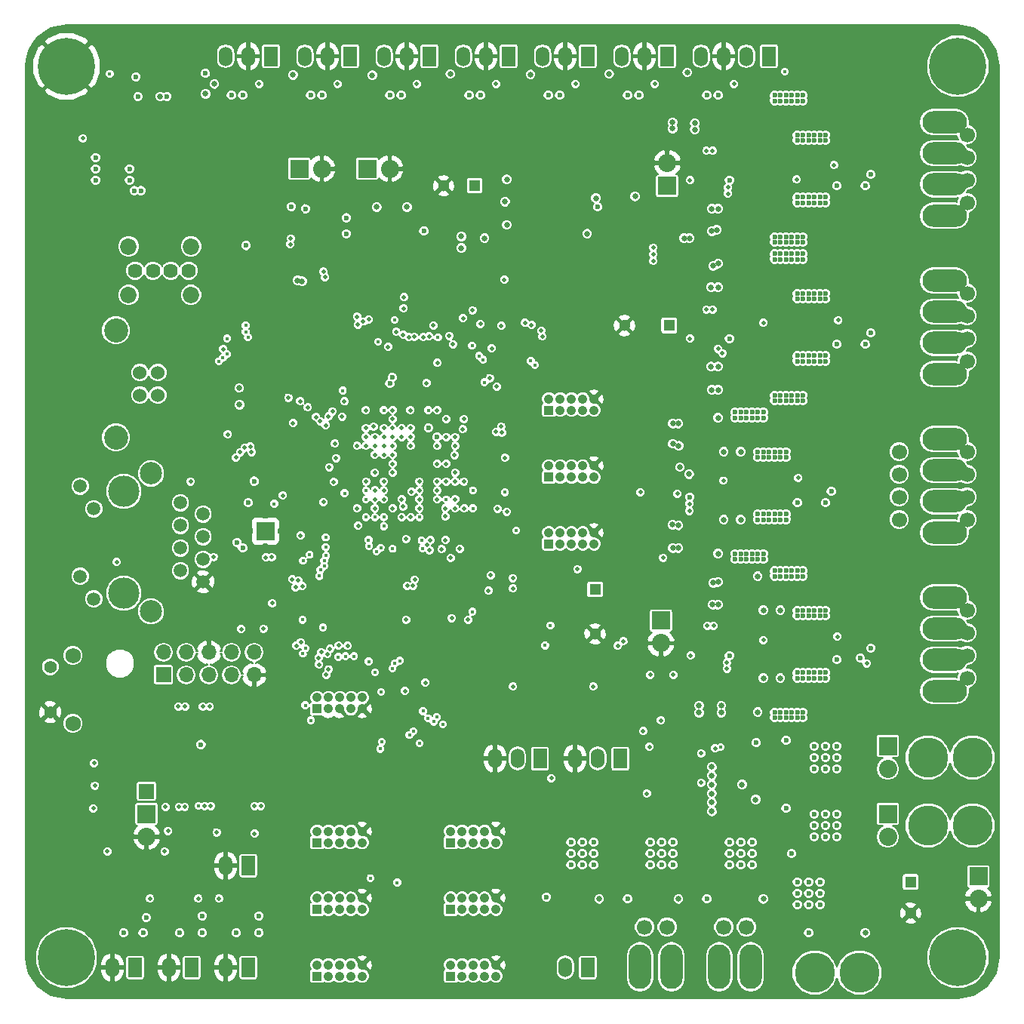
<source format=gtl>
G04 #@! TF.FileFunction,Copper,L3,Inr,Plane*
%FSLAX46Y46*%
G04 Gerber Fmt 4.6, Leading zero omitted, Abs format (unit mm)*
G04 Created by KiCad (PCBNEW 4.0.7) date 02/13/20 09:13:15*
%MOMM*%
%LPD*%
G01*
G04 APERTURE LIST*
%ADD10C,0.100000*%
%ADD11C,1.700000*%
%ADD12O,5.000000X2.500000*%
%ADD13R,1.524000X2.197100*%
%ADD14O,1.524000X2.197100*%
%ADD15R,2.032000X2.032000*%
%ADD16O,2.032000X2.032000*%
%ADD17C,1.524000*%
%ADD18C,2.700020*%
%ADD19C,1.620000*%
%ADD20C,1.850000*%
%ADD21R,1.050000X1.050000*%
%ADD22C,1.050000*%
%ADD23C,0.600000*%
%ADD24R,0.762000X0.762000*%
%ADD25R,1.998980X1.998980*%
%ADD26C,6.400000*%
%ADD27R,1.300000X1.300000*%
%ADD28C,1.300000*%
%ADD29O,2.500000X5.000000*%
%ADD30C,4.500000*%
%ADD31C,1.727200*%
%ADD32C,1.422400*%
%ADD33R,1.700000X1.700000*%
%ADD34O,1.700000X1.700000*%
%ADD35C,3.500000*%
%ADD36C,2.500000*%
%ADD37C,1.500000*%
%ADD38C,0.650000*%
%ADD39C,0.500000*%
%ADD40C,0.450000*%
%ADD41C,0.200000*%
G04 APERTURE END LIST*
D10*
D11*
X123825000Y-73660000D03*
X123825000Y-76200000D03*
X131445000Y-78740000D03*
X123825000Y-81280000D03*
X131445000Y-81280000D03*
X123825000Y-78740000D03*
D12*
X128905000Y-82720000D03*
X128905000Y-79220000D03*
D11*
X131445000Y-76200000D03*
X131445000Y-73660000D03*
D12*
X128905000Y-75720000D03*
X128905000Y-72220000D03*
D13*
X38100000Y-131521200D03*
D14*
X35560000Y-131521200D03*
D15*
X122555000Y-106680000D03*
D16*
X122555000Y-109220000D03*
D15*
X97100000Y-92600000D03*
D16*
X97100000Y-95140000D03*
D14*
X48260000Y-29286200D03*
D13*
X53340000Y-29286200D03*
D14*
X50800000Y-29286200D03*
D15*
X56515000Y-41910000D03*
D16*
X59055000Y-41910000D03*
D13*
X44450000Y-131521200D03*
D14*
X41910000Y-131521200D03*
X57150000Y-29286200D03*
D13*
X62230000Y-29286200D03*
D14*
X59690000Y-29286200D03*
D15*
X64135000Y-41910000D03*
D16*
X66675000Y-41910000D03*
D13*
X50800000Y-131521200D03*
D14*
X48260000Y-131521200D03*
X66040000Y-29286200D03*
D13*
X71120000Y-29286200D03*
D14*
X68580000Y-29286200D03*
D13*
X88900000Y-131521200D03*
D14*
X86360000Y-131521200D03*
X74930000Y-29286200D03*
D13*
X80010000Y-29286200D03*
D14*
X77470000Y-29286200D03*
D17*
X40640000Y-64770000D03*
X40640000Y-67310000D03*
X38641020Y-67310000D03*
X38641020Y-64770000D03*
D18*
X35941000Y-60040520D03*
X35941000Y-72039480D03*
D14*
X83820000Y-29286200D03*
D13*
X88900000Y-29286200D03*
D14*
X86360000Y-29286200D03*
X92710000Y-29286200D03*
D13*
X97790000Y-29286200D03*
D14*
X95250000Y-29286200D03*
D19*
X38100000Y-53340000D03*
X40100000Y-53340000D03*
X42100000Y-53340000D03*
D20*
X37370000Y-50620000D03*
D19*
X44100000Y-53340000D03*
D20*
X44370000Y-50620000D03*
X37370000Y-56060000D03*
X44370000Y-56060000D03*
D21*
X58500000Y-102500000D03*
D22*
X59770000Y-102500000D03*
X61040000Y-102500000D03*
X62310000Y-102500000D03*
X63580000Y-102500000D03*
X59770000Y-101230000D03*
X61040000Y-101230000D03*
X62310000Y-101230000D03*
X63580000Y-101230000D03*
X58500000Y-101230000D03*
D21*
X73500000Y-132500000D03*
D22*
X74770000Y-132500000D03*
X76040000Y-132500000D03*
X77310000Y-132500000D03*
X78580000Y-132500000D03*
X74770000Y-131230000D03*
X76040000Y-131230000D03*
X77310000Y-131230000D03*
X78580000Y-131230000D03*
X73500000Y-131230000D03*
D15*
X39370000Y-114300000D03*
D16*
X39370000Y-116840000D03*
D21*
X58500000Y-132500000D03*
D22*
X59770000Y-132500000D03*
X61040000Y-132500000D03*
X62310000Y-132500000D03*
X63580000Y-132500000D03*
X59770000Y-131230000D03*
X61040000Y-131230000D03*
X62310000Y-131230000D03*
X63580000Y-131230000D03*
X58500000Y-131230000D03*
D11*
X131445000Y-43180000D03*
X131445000Y-45720000D03*
D12*
X128905000Y-47160000D03*
X128905000Y-43660000D03*
D11*
X131445000Y-40640000D03*
X131445000Y-38100000D03*
D12*
X128905000Y-40160000D03*
X128905000Y-36660000D03*
D11*
X131445000Y-60960000D03*
X131445000Y-63500000D03*
D12*
X128905000Y-64940000D03*
X128905000Y-61440000D03*
D11*
X131445000Y-58420000D03*
X131445000Y-55880000D03*
D12*
X128905000Y-57940000D03*
X128905000Y-54440000D03*
D11*
X131445000Y-96520000D03*
X131445000Y-99060000D03*
D12*
X128905000Y-100500000D03*
X128905000Y-97000000D03*
D11*
X131445000Y-93980000D03*
X131445000Y-91440000D03*
D12*
X128905000Y-93500000D03*
X128905000Y-90000000D03*
D21*
X73500000Y-125000000D03*
D22*
X74770000Y-125000000D03*
X76040000Y-125000000D03*
X77310000Y-125000000D03*
X78580000Y-125000000D03*
X74770000Y-123730000D03*
X76040000Y-123730000D03*
X77310000Y-123730000D03*
X78580000Y-123730000D03*
X73500000Y-123730000D03*
D21*
X58500000Y-125000000D03*
D22*
X59770000Y-125000000D03*
X61040000Y-125000000D03*
X62310000Y-125000000D03*
X63580000Y-125000000D03*
X59770000Y-123730000D03*
X61040000Y-123730000D03*
X62310000Y-123730000D03*
X63580000Y-123730000D03*
X58500000Y-123730000D03*
D21*
X73500000Y-117500000D03*
D22*
X74770000Y-117500000D03*
X76040000Y-117500000D03*
X77310000Y-117500000D03*
X78580000Y-117500000D03*
X74770000Y-116230000D03*
X76040000Y-116230000D03*
X77310000Y-116230000D03*
X78580000Y-116230000D03*
X73500000Y-116230000D03*
D23*
X98425000Y-117475000D03*
X97155000Y-117475000D03*
X95885000Y-117475000D03*
X98425000Y-118745000D03*
X97155000Y-118745000D03*
X95885000Y-118745000D03*
X98425000Y-120015000D03*
X97155000Y-120015000D03*
X95885000Y-120015000D03*
X107315000Y-117475000D03*
X106045000Y-117475000D03*
X104775000Y-117475000D03*
X107315000Y-118745000D03*
X106045000Y-118745000D03*
X104775000Y-118745000D03*
X107315000Y-120015000D03*
X106045000Y-120015000D03*
X104775000Y-120015000D03*
X114935000Y-121920000D03*
X113665000Y-121920000D03*
X112395000Y-121920000D03*
X114935000Y-123190000D03*
X113665000Y-123190000D03*
X112395000Y-123190000D03*
X114935000Y-124460000D03*
X113665000Y-124460000D03*
X112395000Y-124460000D03*
D24*
X53205380Y-83050380D03*
X52204620Y-83050380D03*
X52204620Y-82049620D03*
X53205380Y-82049620D03*
D25*
X52705000Y-82550000D03*
D26*
X30400000Y-30400000D03*
X130400000Y-30400000D03*
X30400000Y-130400000D03*
X130400000Y-130400000D03*
D27*
X98000000Y-59500000D03*
D28*
X93000000Y-59500000D03*
X72700000Y-43815000D03*
D27*
X76200000Y-43815000D03*
X89700000Y-89100000D03*
D28*
X89700000Y-94100000D03*
D11*
X97790000Y-127000000D03*
X95250000Y-127000000D03*
D29*
X98270000Y-131445000D03*
X94770000Y-131445000D03*
D11*
X106680000Y-127000000D03*
X104140000Y-127000000D03*
D29*
X107160000Y-131445000D03*
X103660000Y-131445000D03*
D21*
X58500000Y-117500000D03*
D22*
X59770000Y-117500000D03*
X61040000Y-117500000D03*
X62310000Y-117500000D03*
X63580000Y-117500000D03*
X59770000Y-116230000D03*
X61040000Y-116230000D03*
X62310000Y-116230000D03*
X63580000Y-116230000D03*
X58500000Y-116230000D03*
D15*
X122555000Y-114300000D03*
D16*
X122555000Y-116840000D03*
D30*
X127040000Y-107950000D03*
X132040000Y-107950000D03*
X127040000Y-115570000D03*
X132040000Y-115570000D03*
X114340000Y-132080000D03*
X119340000Y-132080000D03*
D23*
X89535000Y-117475000D03*
X88265000Y-117475000D03*
X86995000Y-117475000D03*
X89535000Y-118745000D03*
X88265000Y-118745000D03*
X86995000Y-118745000D03*
X89535000Y-120015000D03*
X88265000Y-120015000D03*
X86995000Y-120015000D03*
X114300000Y-109220000D03*
X114300000Y-107950000D03*
X114300000Y-106680000D03*
X115570000Y-109220000D03*
X115570000Y-107950000D03*
X115570000Y-106680000D03*
X116840000Y-109220000D03*
X116840000Y-107950000D03*
X116840000Y-106680000D03*
X114300000Y-116840000D03*
X114300000Y-115570000D03*
X114300000Y-114300000D03*
X115570000Y-116840000D03*
X115570000Y-115570000D03*
X115570000Y-114300000D03*
X116840000Y-116840000D03*
X116840000Y-115570000D03*
X116840000Y-114300000D03*
D15*
X97790000Y-43815000D03*
D16*
X97790000Y-41275000D03*
D15*
X132715000Y-121285000D03*
D16*
X132715000Y-123825000D03*
D28*
X125095000Y-125420000D03*
D27*
X125095000Y-121920000D03*
D13*
X50800000Y-120091200D03*
D14*
X48260000Y-120091200D03*
D31*
X31115000Y-104140000D03*
X31115000Y-96520000D03*
D32*
X28575000Y-97790000D03*
X28575000Y-102870000D03*
D33*
X41270000Y-98670000D03*
D34*
X41300000Y-96160000D03*
X43840000Y-98700000D03*
X43840000Y-96160000D03*
X46380000Y-98700000D03*
X46380000Y-96160000D03*
X48920000Y-98700000D03*
X48920000Y-96160000D03*
X51460000Y-98700000D03*
X51460000Y-96160000D03*
D14*
X78460000Y-108076200D03*
D13*
X83540000Y-108076200D03*
D14*
X81000000Y-108076200D03*
X87460000Y-108076200D03*
D13*
X92540000Y-108076200D03*
D14*
X90000000Y-108076200D03*
D33*
X39370000Y-111760000D03*
D14*
X101600000Y-29286200D03*
X104140000Y-29286200D03*
D13*
X109220000Y-29286200D03*
D14*
X106680000Y-29286200D03*
D21*
X84500000Y-69000000D03*
D22*
X85770000Y-69000000D03*
X87040000Y-69000000D03*
X88310000Y-69000000D03*
X89580000Y-69000000D03*
X85770000Y-67730000D03*
X87040000Y-67730000D03*
X88310000Y-67730000D03*
X89580000Y-67730000D03*
X84500000Y-67730000D03*
D21*
X84500000Y-76500000D03*
D22*
X85770000Y-76500000D03*
X87040000Y-76500000D03*
X88310000Y-76500000D03*
X89580000Y-76500000D03*
X85770000Y-75230000D03*
X87040000Y-75230000D03*
X88310000Y-75230000D03*
X89580000Y-75230000D03*
X84500000Y-75230000D03*
D21*
X84500000Y-84000000D03*
D22*
X85770000Y-84000000D03*
X87040000Y-84000000D03*
X88310000Y-84000000D03*
X89580000Y-84000000D03*
X85770000Y-82730000D03*
X87040000Y-82730000D03*
X88310000Y-82730000D03*
X89580000Y-82730000D03*
X84500000Y-82730000D03*
D35*
X36830000Y-89535000D03*
X36830000Y-78105000D03*
D36*
X39880000Y-91565000D03*
X39880000Y-76075000D03*
D37*
X33450000Y-90155000D03*
X31930000Y-77505000D03*
X31930000Y-87615000D03*
X33450000Y-80045000D03*
X45720000Y-83185000D03*
X45720000Y-80645000D03*
X45720000Y-85725000D03*
X45720000Y-88265000D03*
X43180000Y-84455000D03*
X43180000Y-86995000D03*
X43180000Y-81915000D03*
X43180000Y-79375000D03*
D38*
X98404284Y-81854040D03*
X101370136Y-102931096D03*
D39*
X41400000Y-118500000D03*
X41800000Y-116200000D03*
X33500000Y-108600000D03*
D38*
X99088958Y-72996042D03*
X98421416Y-72758707D03*
X98425000Y-70485000D03*
X99224111Y-75387063D03*
X100253833Y-76161072D03*
X102950423Y-52807716D03*
X103528982Y-52537064D03*
X103358051Y-48758051D03*
D39*
X102900000Y-39900000D03*
X102200000Y-39900000D03*
X102900000Y-57700000D03*
X102200000Y-57700000D03*
X103000000Y-93200000D03*
X102300000Y-93200000D03*
D38*
X102953236Y-88372889D03*
X107950000Y-102870000D03*
X101370136Y-102131096D03*
X103870136Y-102131096D03*
X103870136Y-102931096D03*
X102800000Y-66700000D03*
X102700000Y-64100000D03*
X103500000Y-66700000D03*
X103500000Y-64100000D03*
X102700000Y-55200000D03*
X103500000Y-55200000D03*
X102800000Y-48900000D03*
X102800000Y-46400000D03*
X103500000Y-46400000D03*
X98400000Y-36700000D03*
X98400000Y-37400000D03*
X100900000Y-36800000D03*
X100900000Y-37500000D03*
X110490000Y-91440000D03*
X108585000Y-91440000D03*
X108585000Y-99060000D03*
X110490000Y-99060000D03*
X107950000Y-87630000D03*
X103505000Y-90805000D03*
X102870000Y-90805000D03*
X103505000Y-88265000D03*
X99060000Y-70485000D03*
X103505000Y-69850000D03*
X104140000Y-81280000D03*
X104140000Y-73660000D03*
X106045000Y-73660000D03*
X106045000Y-81280000D03*
X103505000Y-85090000D03*
X99060000Y-84455000D03*
X98425000Y-84455000D03*
X99060000Y-81915000D03*
D39*
X64952966Y-70041913D03*
X99256421Y-98643579D03*
D40*
X104394910Y-106186374D03*
D23*
X108000000Y-116100000D03*
X106700000Y-116100000D03*
X105400000Y-116100000D03*
D40*
X83200000Y-94800000D03*
D23*
X89000000Y-102900000D03*
X80000000Y-102900000D03*
X95996760Y-81975960D03*
X95280480Y-81975962D03*
D39*
X97000000Y-98700000D03*
D40*
X81400000Y-96500000D03*
X85000000Y-97200000D03*
D23*
X121920000Y-95250000D03*
X117475000Y-77470000D03*
X121920000Y-59690000D03*
X121920000Y-41910000D03*
X49530000Y-76945490D03*
X112500000Y-28000000D03*
X57014991Y-90758252D03*
D39*
X58382925Y-81277086D03*
D23*
X34600010Y-127635000D03*
D39*
X34550010Y-121500000D03*
X70862017Y-91319024D03*
D23*
X64856310Y-89032029D03*
X66039852Y-92681417D03*
D39*
X82100783Y-60189836D03*
D23*
X53395357Y-77278689D03*
D39*
X52090451Y-85733497D03*
D23*
X53306270Y-77992421D03*
D39*
X55204360Y-69988596D03*
X61335633Y-72590476D03*
D23*
X56015009Y-90646845D03*
X56437156Y-91066763D03*
D39*
X68264863Y-58747284D03*
D23*
X70485000Y-51365268D03*
X73660000Y-50800000D03*
X98505586Y-73579414D03*
X96449196Y-70118248D03*
X96449196Y-70314952D03*
X96399287Y-72504351D03*
X96399287Y-72684233D03*
D39*
X74037907Y-70000000D03*
X91000000Y-106500000D03*
X82000000Y-106500000D03*
D23*
X56726360Y-46959208D03*
X57346617Y-47560093D03*
X55016143Y-51394348D03*
D39*
X70000000Y-92500000D03*
D23*
X100413204Y-53149376D03*
X100688126Y-53149376D03*
X99694876Y-48875004D03*
X100330724Y-48875560D03*
X108585000Y-40560090D03*
X104815301Y-47907008D03*
D39*
X64000000Y-80000000D03*
X64000000Y-75000000D03*
D23*
X95236448Y-84347050D03*
D39*
X93500000Y-100500000D03*
X84500000Y-100500000D03*
X100300000Y-85800000D03*
X98900000Y-86300000D03*
X38548331Y-120705754D03*
X52000000Y-123800000D03*
X45200000Y-120700000D03*
X41300000Y-123800000D03*
X41000000Y-121500000D03*
X34800000Y-123800000D03*
X49500000Y-116500000D03*
X97100000Y-110900000D03*
X97300000Y-108100000D03*
X101600000Y-109900000D03*
X101600000Y-108600000D03*
D23*
X106887645Y-31558230D03*
X98134593Y-31555270D03*
D39*
X97100000Y-103100000D03*
D23*
X56701708Y-55343798D03*
X87989987Y-49200000D03*
X42006612Y-45279103D03*
X41336776Y-45829867D03*
X41910000Y-41360090D03*
X38752400Y-45798350D03*
D39*
X77750000Y-90250000D03*
X80500000Y-90250000D03*
X35250000Y-32250000D03*
X59296510Y-65796510D03*
X70000000Y-72000000D03*
X71000000Y-72000000D03*
X69000000Y-75000000D03*
X70000000Y-74000000D03*
X72000000Y-74000000D03*
X71000000Y-74000000D03*
X72000000Y-76000000D03*
X71000000Y-76000000D03*
X69000000Y-76000000D03*
X69000000Y-77000000D03*
X69000000Y-74000000D03*
X68000000Y-74000000D03*
X68000000Y-75000000D03*
X68000000Y-76000000D03*
X68000000Y-77000000D03*
X76000000Y-77000000D03*
X76000000Y-70000000D03*
D23*
X77300000Y-50600000D03*
X91200000Y-51400000D03*
X46400000Y-54400000D03*
X39200000Y-33800000D03*
X39200000Y-31600000D03*
X86000000Y-47400000D03*
X85000000Y-44000000D03*
X86400000Y-44000000D03*
X85000000Y-47400000D03*
X87800000Y-42200000D03*
X94200000Y-44000000D03*
X84200000Y-43800000D03*
X79800000Y-44000000D03*
X111125000Y-107315000D03*
X111125000Y-108585000D03*
X111125000Y-109855000D03*
X111125000Y-114935000D03*
X111125000Y-116205000D03*
X111125000Y-117475000D03*
X65405000Y-50165000D03*
X68580000Y-50165000D03*
X73660000Y-49530000D03*
X41910000Y-36195000D03*
X39370000Y-36195000D03*
X50800000Y-90805000D03*
X49530000Y-90805000D03*
X50165000Y-88900000D03*
X36195000Y-38100000D03*
X33655000Y-44450000D03*
X45720000Y-71120000D03*
X44450000Y-71120000D03*
X45720000Y-72390000D03*
X45085000Y-72390000D03*
X44450000Y-72390000D03*
X53340000Y-89535000D03*
X40005000Y-85090000D03*
X40005000Y-82550000D03*
X28575000Y-109220000D03*
X28575000Y-111760000D03*
X28575000Y-114300000D03*
X28575000Y-116840000D03*
X28575000Y-119380000D03*
X28575000Y-121920000D03*
X28575000Y-124460000D03*
X108585000Y-93980000D03*
X108585000Y-92710000D03*
X108585000Y-97790000D03*
X108585000Y-96520000D03*
X104775000Y-100965000D03*
X104775000Y-101600000D03*
X104775000Y-89535000D03*
X104775000Y-88900000D03*
X100330000Y-83820000D03*
X100330000Y-83185000D03*
X104140000Y-80010000D03*
X104140000Y-78740000D03*
X104140000Y-76200000D03*
X104140000Y-74930000D03*
X100330000Y-71755000D03*
X100330000Y-71120000D03*
X108585000Y-58420000D03*
X108585000Y-57150000D03*
X108585000Y-62230000D03*
X108585000Y-60960000D03*
X104775000Y-66040000D03*
X104775000Y-65405000D03*
X104775000Y-53975000D03*
X104775000Y-53340000D03*
X104775000Y-36195000D03*
X104775000Y-47625000D03*
X108585000Y-44450000D03*
X108585000Y-43180000D03*
X108585000Y-39370000D03*
X104775000Y-35560000D03*
X99695000Y-90805000D03*
X100330000Y-90805000D03*
X99695000Y-88265000D03*
X100330000Y-88265000D03*
X101335136Y-99126096D03*
X101335136Y-99761096D03*
X103875136Y-99126096D03*
X103875136Y-99761096D03*
X95885000Y-84455000D03*
X99695000Y-66675000D03*
X100330000Y-66675000D03*
X99695000Y-64135000D03*
X100330000Y-64135000D03*
X99695000Y-55245000D03*
X100330000Y-55245000D03*
X100965000Y-33655000D03*
X98425000Y-33655000D03*
X99695000Y-46355000D03*
X100330000Y-46355000D03*
X100965000Y-34290000D03*
X98425000Y-34290000D03*
X104775000Y-99060000D03*
X104775000Y-99695000D03*
X104775000Y-95250000D03*
X102235000Y-92075000D03*
X100330000Y-81280000D03*
X100330000Y-81915000D03*
X100330000Y-77470000D03*
X120015000Y-41910000D03*
X120015000Y-59690000D03*
X115570000Y-77470000D03*
X120015000Y-95250000D03*
X125730000Y-102870000D03*
X125730000Y-101600000D03*
X122555000Y-102870000D03*
X122555000Y-101600000D03*
X120015000Y-92075000D03*
X125730000Y-88900000D03*
X125730000Y-87630000D03*
X122555000Y-88900000D03*
X122555000Y-87630000D03*
X121285000Y-85090000D03*
X121285000Y-83820000D03*
X118110000Y-85090000D03*
X118110000Y-83820000D03*
X121285000Y-71120000D03*
X121285000Y-69850000D03*
X118110000Y-71120000D03*
X118110000Y-69850000D03*
X125730000Y-67310000D03*
X125730000Y-66040000D03*
X122555000Y-67310000D03*
X122555000Y-66040000D03*
X125730000Y-53340000D03*
X125730000Y-52070000D03*
X122555000Y-53340000D03*
X122555000Y-52070000D03*
X115570000Y-74295000D03*
X120015000Y-56515000D03*
X104775000Y-64135000D03*
X104775000Y-63500000D03*
X104775000Y-59690000D03*
X102235000Y-56515000D03*
X102235000Y-38735000D03*
X104775000Y-45720000D03*
X104775000Y-46355000D03*
X104775000Y-41910000D03*
X125730000Y-49530000D03*
X125730000Y-48260000D03*
X122555000Y-49530000D03*
X122555000Y-48260000D03*
X125730000Y-35560000D03*
X125730000Y-34290000D03*
X122555000Y-35560000D03*
X122555000Y-34290000D03*
X120015000Y-38735000D03*
X52070000Y-35560000D03*
X88900000Y-33655000D03*
X80010000Y-33655000D03*
X71120000Y-33655000D03*
X62230000Y-33655000D03*
X53340000Y-33655000D03*
X46925230Y-127635000D03*
X40565070Y-127635000D03*
D38*
X90159513Y-114167109D03*
X88868449Y-114205457D03*
X87560955Y-114230681D03*
X96335000Y-114115000D03*
X97790000Y-114300000D03*
X99060000Y-114300000D03*
X115570000Y-118745000D03*
X114300000Y-118745000D03*
X113030000Y-118745000D03*
D40*
X63996134Y-81001249D03*
X64334149Y-84227316D03*
D39*
X58704355Y-96764524D03*
X43670653Y-113483539D03*
X63133621Y-81960776D03*
X59679412Y-96369204D03*
X46599801Y-113400000D03*
X96250000Y-51500000D03*
X96250000Y-52250000D03*
X96250000Y-50750000D03*
D40*
X64500000Y-121500000D03*
D38*
X49807839Y-68373940D03*
X49774990Y-66491611D03*
X74700000Y-50800000D03*
X56325010Y-54429161D03*
D39*
X80500000Y-100000000D03*
X89500000Y-100000000D03*
D38*
X56835085Y-54529639D03*
D39*
X32250000Y-38500000D03*
D38*
X79800000Y-48200000D03*
X79800000Y-43100000D03*
X79600000Y-45600000D03*
X77300000Y-49700000D03*
X74700000Y-49500000D03*
X65200000Y-46200000D03*
X68600000Y-46200000D03*
X46000000Y-33500000D03*
X94200000Y-45000000D03*
X89800000Y-45200000D03*
D39*
X66018908Y-71010434D03*
D23*
X45500000Y-106500000D03*
D40*
X67500000Y-122000000D03*
D39*
X56653967Y-83041153D03*
X59222534Y-79302952D03*
X73613343Y-92314792D03*
X55722933Y-87956162D03*
X56421706Y-88099863D03*
X55809997Y-70442771D03*
X53500662Y-90638148D03*
X68264863Y-56317509D03*
X79529751Y-54351345D03*
D23*
X100348734Y-78739501D03*
D39*
X94800000Y-78200000D03*
X98949012Y-78369426D03*
X97349821Y-85553490D03*
D23*
X57211037Y-46386969D03*
X55645044Y-46152842D03*
X50550626Y-50522608D03*
D39*
X68500000Y-92500000D03*
X78002130Y-87508080D03*
X80490826Y-87834018D03*
X33416776Y-113668191D03*
X100344531Y-43189409D03*
X100356654Y-60944631D03*
X100425806Y-96517619D03*
D23*
X104775000Y-96520000D03*
X104775000Y-60960000D03*
X104775000Y-43180000D03*
D39*
X63000000Y-73000000D03*
X42960000Y-102250000D03*
X45710000Y-102250000D03*
D23*
X41674742Y-33783745D03*
D39*
X65000000Y-76000000D03*
X72000000Y-73000000D03*
X69000000Y-73000000D03*
X73000000Y-75000000D03*
X72000000Y-75000000D03*
X73000000Y-77000000D03*
X72000000Y-77000000D03*
X70000000Y-77000000D03*
X70000000Y-78000000D03*
X67000000Y-73000000D03*
X67000000Y-74000000D03*
X67000000Y-75000000D03*
X67000000Y-76000000D03*
X75000000Y-77000000D03*
X75000000Y-70000000D03*
D23*
X70485000Y-48895000D03*
X38400000Y-33800000D03*
X38200000Y-31600000D03*
X61800000Y-49200000D03*
X61800000Y-47400000D03*
X46000000Y-31200000D03*
D39*
X59541344Y-98685944D03*
X52200000Y-113400000D03*
X101600000Y-107500000D03*
X97100000Y-103800000D03*
X58745910Y-97539695D03*
D40*
X64288589Y-83562975D03*
X63985354Y-79000090D03*
D39*
X45900000Y-113400000D03*
X59956375Y-95781261D03*
X63000000Y-80012751D03*
X41500000Y-113500000D03*
D23*
X38987795Y-127635000D03*
X45645070Y-127635000D03*
X52005230Y-127635000D03*
D39*
X68007855Y-80999282D03*
X68499910Y-83458826D03*
X69022419Y-81000358D03*
D23*
X49541270Y-83831270D03*
X50165000Y-84455000D03*
X93345000Y-123825000D03*
X102235000Y-123825000D03*
X84245636Y-123615632D03*
X113665000Y-127635000D03*
X39335694Y-125921222D03*
X36794400Y-127635000D03*
D38*
X100055425Y-31099175D03*
X55813477Y-31372440D03*
X64720775Y-31424254D03*
X73469097Y-31267634D03*
X82463537Y-31334757D03*
X91278983Y-31267634D03*
X46990000Y-32385000D03*
D23*
X50165000Y-33655000D03*
X48895000Y-33655000D03*
X45645070Y-125730000D03*
X43105070Y-127635000D03*
X59051876Y-33647975D03*
X57785000Y-33655000D03*
X52005230Y-125730000D03*
X49465230Y-127635000D03*
X67945000Y-33655000D03*
X66675000Y-33655000D03*
X76835000Y-33655000D03*
X75565000Y-33655000D03*
X85725000Y-33655000D03*
X84455000Y-33655000D03*
X94615000Y-33655000D03*
X93345000Y-33655000D03*
X103505000Y-33655000D03*
X102235000Y-33655000D03*
D39*
X77750000Y-89250000D03*
D40*
X35250000Y-31250000D03*
D39*
X69286575Y-88680705D03*
X68636885Y-88697668D03*
X44329742Y-76995490D03*
X46901783Y-85455656D03*
X65000000Y-74000000D03*
X43710000Y-102250000D03*
X70846613Y-84115068D03*
X70000000Y-79000000D03*
X72469450Y-84604333D03*
X72000000Y-79000000D03*
X71217734Y-83576616D03*
X69999910Y-80000000D03*
X73993966Y-80002304D03*
X71119728Y-84704808D03*
X72000000Y-78000000D03*
X87710179Y-86821249D03*
D40*
X59175957Y-93385657D03*
D39*
X58971399Y-96159069D03*
X43005558Y-113483501D03*
X75449821Y-92501464D03*
D40*
X59481274Y-83274821D03*
X66972172Y-97976811D03*
X50754912Y-60804378D03*
D39*
X67000000Y-70000000D03*
X70649455Y-99572107D03*
D40*
X64304024Y-97192299D03*
X67200000Y-58868739D03*
X56947759Y-85890088D03*
X50500000Y-59500000D03*
D23*
X112395000Y-45085000D03*
X113030000Y-45085000D03*
X113665000Y-45085000D03*
X114300000Y-45085000D03*
X114935000Y-45085000D03*
X115570000Y-45085000D03*
X115570000Y-45720000D03*
X112395000Y-45720000D03*
X113030000Y-45720000D03*
X113665000Y-45720000D03*
X114300000Y-45720000D03*
X114935000Y-45720000D03*
X109855000Y-49530000D03*
X110490000Y-49530000D03*
X111125000Y-49530000D03*
X111760000Y-49530000D03*
X112395000Y-49530000D03*
X113030000Y-49530000D03*
X113030000Y-50165000D03*
X109855000Y-50165000D03*
X110490000Y-50165000D03*
X111125000Y-50165000D03*
X111760000Y-50165000D03*
X112395000Y-50165000D03*
X113030000Y-34290000D03*
X109855000Y-34290000D03*
X110490000Y-34290000D03*
X111125000Y-34290000D03*
X111760000Y-34290000D03*
X112395000Y-34290000D03*
X109855000Y-33655000D03*
X112395000Y-33655000D03*
X113030000Y-33655000D03*
X111760000Y-33655000D03*
X111125000Y-33655000D03*
X110490000Y-33655000D03*
X112395000Y-38100000D03*
X115570000Y-38100000D03*
X114935000Y-38100000D03*
X114300000Y-38100000D03*
X113665000Y-38100000D03*
X113030000Y-38100000D03*
X114935000Y-38735000D03*
X115570000Y-38735000D03*
X114300000Y-38735000D03*
X113665000Y-38735000D03*
X113030000Y-38735000D03*
X112395000Y-38735000D03*
X112395000Y-63500000D03*
X113030000Y-63500000D03*
X113665000Y-63500000D03*
X114300000Y-63500000D03*
X114935000Y-63500000D03*
X115570000Y-63500000D03*
X115570000Y-62865000D03*
X114935000Y-62865000D03*
X114300000Y-62865000D03*
X113665000Y-62865000D03*
X113030000Y-62865000D03*
X112395000Y-62865000D03*
X109855000Y-67945000D03*
X110490000Y-67945000D03*
X111125000Y-67945000D03*
X111760000Y-67945000D03*
X112395000Y-67945000D03*
X113030000Y-67945000D03*
X113030000Y-67310000D03*
X112395000Y-67310000D03*
X111760000Y-67310000D03*
X111125000Y-67310000D03*
X110490000Y-67310000D03*
X109855000Y-67310000D03*
X109855000Y-51435000D03*
X110490000Y-51435000D03*
X111125000Y-51435000D03*
X111760000Y-51435000D03*
X112395000Y-51435000D03*
X113030000Y-51435000D03*
X113030000Y-52070000D03*
X112395000Y-52070000D03*
X111760000Y-52070000D03*
X111125000Y-52070000D03*
X110490000Y-52070000D03*
X109855000Y-52070000D03*
X112395000Y-56515000D03*
X113030000Y-56515000D03*
X113665000Y-56515000D03*
X114300000Y-56515000D03*
X114935000Y-56515000D03*
X115570000Y-56515000D03*
X115570000Y-55880000D03*
X114935000Y-55880000D03*
X114300000Y-55880000D03*
X113665000Y-55880000D03*
X113030000Y-55880000D03*
X112395000Y-55880000D03*
X107950000Y-80645000D03*
X108585000Y-80645000D03*
X109220000Y-80645000D03*
X109855000Y-80645000D03*
X110490000Y-80645000D03*
X111125000Y-80645000D03*
X111125000Y-81280000D03*
X110490000Y-81280000D03*
X109855000Y-81280000D03*
X109220000Y-81280000D03*
X108585000Y-81280000D03*
X107950000Y-81280000D03*
X105410000Y-85725000D03*
X106045000Y-85725000D03*
X106680000Y-85725000D03*
X107315000Y-85725000D03*
X107950000Y-85725000D03*
X108585000Y-85725000D03*
X108585000Y-85090000D03*
X107950000Y-85090000D03*
X107315000Y-85090000D03*
X106680000Y-85090000D03*
X106045000Y-85090000D03*
X105410000Y-85090000D03*
X105410000Y-69215000D03*
X106045000Y-69215000D03*
X106680000Y-69215000D03*
X107315000Y-69215000D03*
X107950000Y-69215000D03*
X108585000Y-69215000D03*
X108585000Y-69850000D03*
X107950000Y-69850000D03*
X107315000Y-69850000D03*
X106680000Y-69850000D03*
X106045000Y-69850000D03*
X105410000Y-69850000D03*
X107950000Y-74295000D03*
X108585000Y-74295000D03*
X109220000Y-74295000D03*
X109855000Y-74295000D03*
X110490000Y-74295000D03*
X111125000Y-74295000D03*
X111125000Y-73660000D03*
X110490000Y-73660000D03*
X109855000Y-73660000D03*
X109220000Y-73660000D03*
X108585000Y-73660000D03*
X107950000Y-73660000D03*
X112395000Y-98425000D03*
X113030000Y-98425000D03*
X113665000Y-98425000D03*
X114300000Y-98425000D03*
X114935000Y-98425000D03*
X115570000Y-98425000D03*
X115570000Y-99060000D03*
X114935000Y-99060000D03*
X114300000Y-99060000D03*
X113665000Y-99060000D03*
X113030000Y-99060000D03*
X112395000Y-99060000D03*
X109855000Y-103505000D03*
X110490000Y-103505000D03*
X111125000Y-103505000D03*
X111760000Y-103505000D03*
X112395000Y-103505000D03*
X113030000Y-103505000D03*
X113030000Y-102870000D03*
X112395000Y-102870000D03*
X111760000Y-102870000D03*
X111125000Y-102870000D03*
X110490000Y-102870000D03*
X109855000Y-102870000D03*
X109855000Y-86995000D03*
X110490000Y-86995000D03*
X111125000Y-86995000D03*
X111760000Y-86995000D03*
X112395000Y-86995000D03*
X113030000Y-86995000D03*
X113030000Y-87630000D03*
X112395000Y-87630000D03*
X111760000Y-87630000D03*
X111125000Y-87630000D03*
X110490000Y-87630000D03*
X109855000Y-87630000D03*
X112395000Y-92075000D03*
X113030000Y-92075000D03*
X113665000Y-92075000D03*
X114300000Y-92075000D03*
X114935000Y-92075000D03*
X115570000Y-92075000D03*
X115570000Y-91440000D03*
X114935000Y-91440000D03*
X114300000Y-91440000D03*
X113665000Y-91440000D03*
X113030000Y-91440000D03*
X112395000Y-91440000D03*
D39*
X68374327Y-100494084D03*
D40*
X82964311Y-63925090D03*
X77134547Y-63313598D03*
X66009793Y-82013529D03*
X82489401Y-63478171D03*
X76700000Y-62900000D03*
D39*
X75025940Y-80031910D03*
D38*
X40900000Y-33800000D03*
D23*
X38757275Y-44349910D03*
D39*
X68160900Y-79806800D03*
D40*
X66986016Y-84543760D03*
D23*
X37465000Y-41910000D03*
D39*
X65005460Y-79999901D03*
D23*
X38006951Y-44349910D03*
X33655000Y-40640000D03*
D39*
X67000000Y-80000000D03*
X74000000Y-79000000D03*
D23*
X33655000Y-41910000D03*
D39*
X68000000Y-79000000D03*
D23*
X33655000Y-43180000D03*
D39*
X75945367Y-57776135D03*
X95500000Y-112000000D03*
X103167571Y-106928599D03*
X74884869Y-58669374D03*
X79189915Y-59522287D03*
X84796510Y-110296510D03*
X95800000Y-106749821D03*
D23*
X111760000Y-118745000D03*
D39*
X69467447Y-88004464D03*
X48500000Y-71700000D03*
X92239104Y-95435269D03*
X82566479Y-59438264D03*
X95900000Y-98700000D03*
X95100000Y-105000000D03*
X55573490Y-49733490D03*
X68000000Y-71000000D03*
X55495313Y-50378683D03*
X67000000Y-71000000D03*
X59409616Y-54063015D03*
X73000000Y-72000000D03*
X77895814Y-65387857D03*
X59242967Y-53434833D03*
X73940558Y-74026214D03*
X72929541Y-83556530D03*
X72900090Y-80000000D03*
D40*
X72081480Y-60833138D03*
D39*
X104503490Y-97296510D03*
X73344948Y-60649811D03*
X104500000Y-98000000D03*
X69000000Y-71000000D03*
X71083776Y-60712574D03*
X116900000Y-94400000D03*
X36019740Y-86029800D03*
X66000000Y-79000000D03*
X58410525Y-69765366D03*
X63095711Y-59400180D03*
X112338461Y-43116245D03*
X108600000Y-94800000D03*
X104100000Y-76900000D03*
X108600000Y-59200000D03*
X58870081Y-70224924D03*
X59490717Y-70699812D03*
D40*
X77290140Y-65855279D03*
X53700000Y-79500000D03*
X61400000Y-66800000D03*
D39*
X59791180Y-98068838D03*
D40*
X65661293Y-84453972D03*
D39*
X51500000Y-113400000D03*
D40*
X66000000Y-81000000D03*
D39*
X64000000Y-73003368D03*
X64000000Y-72000090D03*
X60242574Y-69113984D03*
D23*
X116840000Y-96986164D03*
D39*
X65000000Y-72000000D03*
D23*
X112395000Y-79375000D03*
X116840000Y-43815000D03*
X116840000Y-61595000D03*
D39*
X63997534Y-71000090D03*
X64314780Y-58814691D03*
X104600000Y-44700000D03*
X67389620Y-60193461D03*
X117000000Y-58900000D03*
X68188208Y-60544629D03*
X103500000Y-62100000D03*
X70436827Y-60774561D03*
X100300000Y-80300000D03*
X67000000Y-69000000D03*
X69437016Y-60767865D03*
X112500000Y-76600000D03*
X68787697Y-60795623D03*
X104000000Y-62600000D03*
D40*
X59474910Y-84360926D03*
D39*
X73500090Y-85570072D03*
X72900090Y-80921442D03*
D40*
X57675690Y-85215460D03*
D39*
X74542402Y-84540574D03*
D40*
X59533507Y-85312021D03*
D39*
X78766324Y-80052492D03*
X74000000Y-77000000D03*
D40*
X59314828Y-86480701D03*
D39*
X79811221Y-80389134D03*
X74000000Y-76000000D03*
D23*
X119490587Y-96803505D03*
D39*
X66000000Y-73000000D03*
D23*
X115570000Y-79375000D03*
X120015000Y-43815000D03*
X120015000Y-61595000D03*
D40*
X59308498Y-85880823D03*
D39*
X78598768Y-71439830D03*
D40*
X47956403Y-63110653D03*
D23*
X66674993Y-66012852D03*
X71000000Y-71000000D03*
D39*
X52500000Y-93500000D03*
X73000000Y-70000000D03*
X52773545Y-85496523D03*
X56098995Y-88865096D03*
X79586562Y-74329276D03*
X74000000Y-73000000D03*
D40*
X58887728Y-86901968D03*
D39*
X79243816Y-71519196D03*
X74000000Y-72000000D03*
X50000000Y-93549821D03*
D40*
X48395544Y-62701937D03*
D23*
X66938965Y-65310936D03*
X72000000Y-72000000D03*
D39*
X74855659Y-71140012D03*
X53423371Y-85485952D03*
X56848111Y-88721703D03*
X79157958Y-70811184D03*
X76851598Y-59315699D03*
D23*
X50800000Y-79375000D03*
X51459912Y-76945490D03*
X90000000Y-46200000D03*
D40*
X45200000Y-113400000D03*
D39*
X47500000Y-123800000D03*
X47239801Y-116357143D03*
X39775174Y-123793218D03*
X45200000Y-123800000D03*
D38*
X102800000Y-114000000D03*
X102797987Y-111000000D03*
X102797987Y-113000000D03*
X102797987Y-112000000D03*
X102797987Y-110000000D03*
X102797987Y-109000000D03*
X106200000Y-111000000D03*
X107725000Y-112675000D03*
D39*
X33593541Y-111114086D03*
X35000000Y-118500000D03*
X101600000Y-110800000D03*
D38*
X99060000Y-123825000D03*
X120015000Y-127635000D03*
X108585000Y-123825000D03*
X90170000Y-123825000D03*
D40*
X103800000Y-106800000D03*
D39*
X51500000Y-116500000D03*
X68232475Y-57558771D03*
X80500000Y-89000000D03*
D23*
X111125000Y-113665000D03*
X111125000Y-106045000D03*
D39*
X61935597Y-95440313D03*
X60935786Y-95399956D03*
X55294313Y-67589141D03*
X87500000Y-32385000D03*
X57473589Y-68680136D03*
X105300000Y-32385000D03*
X78119382Y-62044204D03*
X61323879Y-69722051D03*
X63704075Y-59037006D03*
X116500000Y-41500000D03*
X104600000Y-44000000D03*
X63000000Y-58500000D03*
X56627586Y-67985595D03*
X96400000Y-32385000D03*
X60520744Y-72744614D03*
X78600000Y-32385000D03*
D40*
X56888024Y-92521670D03*
D39*
X60376421Y-77031614D03*
X64014382Y-77000000D03*
X65000000Y-78997010D03*
X59892231Y-75390209D03*
X52000000Y-32385000D03*
X65010822Y-77997199D03*
X60800000Y-32385000D03*
X51011150Y-73049843D03*
X65000000Y-73000000D03*
X71571099Y-59500298D03*
X100300000Y-79500000D03*
X64000000Y-69000000D03*
X54672916Y-78565153D03*
X66000000Y-77000000D03*
X60639094Y-74374221D03*
X69700000Y-32385000D03*
X66000000Y-78000000D03*
X51157604Y-73685681D03*
X66000000Y-74000000D03*
X65996510Y-72011858D03*
X50380050Y-73205077D03*
X56700090Y-95021495D03*
X67000000Y-72000000D03*
X59800000Y-69700000D03*
X49900000Y-73700000D03*
X61582003Y-68011292D03*
X56187096Y-95420523D03*
X68000000Y-72000000D03*
X49400000Y-74300000D03*
X72002768Y-63691677D03*
X69000000Y-72000000D03*
X72000000Y-69000000D03*
D40*
X58774910Y-87610378D03*
X50499416Y-60190762D03*
X71000000Y-69000000D03*
X56925090Y-96298156D03*
X48412599Y-60954348D03*
X65359235Y-61309233D03*
X75913024Y-61753425D03*
X111000000Y-31000000D03*
X60893770Y-96671731D03*
X61700000Y-96600000D03*
X62661032Y-96595323D03*
X72625268Y-104247424D03*
X71925446Y-103433686D03*
X71612071Y-103945243D03*
X70242923Y-83600000D03*
X67199966Y-97421829D03*
X57820695Y-103800000D03*
X65173183Y-84858019D03*
X57200000Y-102100000D03*
X65000000Y-81000000D03*
X47500000Y-63500000D03*
X66000000Y-69000000D03*
X65000000Y-98400000D03*
X70000000Y-81000000D03*
X70351272Y-84499991D03*
X67800000Y-97100000D03*
X70975634Y-103569958D03*
X70404570Y-102766540D03*
X80865458Y-82502462D03*
X69314435Y-105028870D03*
X76000000Y-80000000D03*
X75950153Y-91604392D03*
X68872431Y-105434488D03*
X65700000Y-100600000D03*
X73000000Y-79000000D03*
X65600000Y-107000000D03*
X79600000Y-78200000D03*
X76000000Y-78000000D03*
X65766826Y-106200000D03*
X69992614Y-106379012D03*
X57200000Y-95700000D03*
X61600000Y-78300000D03*
X64000000Y-78000000D03*
D38*
X99700000Y-49700000D03*
X100300000Y-49700000D03*
X88815000Y-49200000D03*
D40*
X84100000Y-95400000D03*
D39*
X83804355Y-60723476D03*
D23*
X107800000Y-106300000D03*
D40*
X84693760Y-93146880D03*
D39*
X83669209Y-60087771D03*
X92885230Y-94902216D03*
X81841660Y-59190392D03*
X46460000Y-102250000D03*
X47996926Y-62135842D03*
X66483778Y-61876523D03*
X73763475Y-61619111D03*
X68992186Y-69000000D03*
X78683111Y-66349533D03*
X70781062Y-65938400D03*
X98500000Y-98700000D03*
X64859984Y-70825745D03*
X120200000Y-97400000D03*
D23*
X120650000Y-95668153D03*
X116205000Y-78105000D03*
X120650000Y-42545000D03*
X120650000Y-60325000D03*
D39*
X69100357Y-78140016D03*
D23*
X37465000Y-43180000D03*
D41*
G36*
X132167098Y-26133844D02*
X133665173Y-27134825D01*
X134666156Y-28632902D01*
X135025000Y-30436932D01*
X135025000Y-130363068D01*
X134666156Y-132167098D01*
X133665173Y-133665175D01*
X132167098Y-134666156D01*
X130363068Y-135025000D01*
X30436932Y-135025000D01*
X28632902Y-134666156D01*
X27134825Y-133665173D01*
X26133844Y-132167098D01*
X25920221Y-131093139D01*
X26899394Y-131093139D01*
X27431114Y-132380001D01*
X28414821Y-133365425D01*
X29700753Y-133899391D01*
X31093139Y-133900606D01*
X32380001Y-133368886D01*
X33365425Y-132385179D01*
X33660234Y-131675200D01*
X34190000Y-131675200D01*
X34190000Y-132011750D01*
X34353218Y-132524304D01*
X34700158Y-132935381D01*
X35194939Y-133178216D01*
X35406000Y-133065975D01*
X35406000Y-131675200D01*
X35714000Y-131675200D01*
X35714000Y-133065975D01*
X35925061Y-133178216D01*
X36419842Y-132935381D01*
X36766782Y-132524304D01*
X36930000Y-132011750D01*
X36930000Y-131675200D01*
X35714000Y-131675200D01*
X35406000Y-131675200D01*
X34190000Y-131675200D01*
X33660234Y-131675200D01*
X33899391Y-131099247D01*
X33899450Y-131030650D01*
X34190000Y-131030650D01*
X34190000Y-131367200D01*
X35406000Y-131367200D01*
X35406000Y-129976425D01*
X35714000Y-129976425D01*
X35714000Y-131367200D01*
X36930000Y-131367200D01*
X36930000Y-131030650D01*
X36766782Y-130518096D01*
X36686228Y-130422650D01*
X37032123Y-130422650D01*
X37032123Y-132619750D01*
X37053042Y-132730923D01*
X37118745Y-132833029D01*
X37218997Y-132901528D01*
X37338000Y-132925627D01*
X38862000Y-132925627D01*
X38973173Y-132904708D01*
X39075279Y-132839005D01*
X39143778Y-132738753D01*
X39167877Y-132619750D01*
X39167877Y-131675200D01*
X40540000Y-131675200D01*
X40540000Y-132011750D01*
X40703218Y-132524304D01*
X41050158Y-132935381D01*
X41544939Y-133178216D01*
X41756000Y-133065975D01*
X41756000Y-131675200D01*
X42064000Y-131675200D01*
X42064000Y-133065975D01*
X42275061Y-133178216D01*
X42769842Y-132935381D01*
X43116782Y-132524304D01*
X43280000Y-132011750D01*
X43280000Y-131675200D01*
X42064000Y-131675200D01*
X41756000Y-131675200D01*
X40540000Y-131675200D01*
X39167877Y-131675200D01*
X39167877Y-131030650D01*
X40540000Y-131030650D01*
X40540000Y-131367200D01*
X41756000Y-131367200D01*
X41756000Y-129976425D01*
X42064000Y-129976425D01*
X42064000Y-131367200D01*
X43280000Y-131367200D01*
X43280000Y-131030650D01*
X43116782Y-130518096D01*
X43036228Y-130422650D01*
X43382123Y-130422650D01*
X43382123Y-132619750D01*
X43403042Y-132730923D01*
X43468745Y-132833029D01*
X43568997Y-132901528D01*
X43688000Y-132925627D01*
X45212000Y-132925627D01*
X45323173Y-132904708D01*
X45425279Y-132839005D01*
X45493778Y-132738753D01*
X45517877Y-132619750D01*
X45517877Y-131675200D01*
X46890000Y-131675200D01*
X46890000Y-132011750D01*
X47053218Y-132524304D01*
X47400158Y-132935381D01*
X47894939Y-133178216D01*
X48106000Y-133065975D01*
X48106000Y-131675200D01*
X48414000Y-131675200D01*
X48414000Y-133065975D01*
X48625061Y-133178216D01*
X49119842Y-132935381D01*
X49466782Y-132524304D01*
X49630000Y-132011750D01*
X49630000Y-131675200D01*
X48414000Y-131675200D01*
X48106000Y-131675200D01*
X46890000Y-131675200D01*
X45517877Y-131675200D01*
X45517877Y-131030650D01*
X46890000Y-131030650D01*
X46890000Y-131367200D01*
X48106000Y-131367200D01*
X48106000Y-129976425D01*
X48414000Y-129976425D01*
X48414000Y-131367200D01*
X49630000Y-131367200D01*
X49630000Y-131030650D01*
X49466782Y-130518096D01*
X49386228Y-130422650D01*
X49732123Y-130422650D01*
X49732123Y-132619750D01*
X49753042Y-132730923D01*
X49818745Y-132833029D01*
X49918997Y-132901528D01*
X50038000Y-132925627D01*
X51562000Y-132925627D01*
X51673173Y-132904708D01*
X51775279Y-132839005D01*
X51843778Y-132738753D01*
X51867877Y-132619750D01*
X51867877Y-131975000D01*
X57669123Y-131975000D01*
X57669123Y-133025000D01*
X57690042Y-133136173D01*
X57755745Y-133238279D01*
X57855997Y-133306778D01*
X57975000Y-133330877D01*
X59025000Y-133330877D01*
X59136173Y-133309958D01*
X59238279Y-133244255D01*
X59282557Y-133179451D01*
X59302065Y-133198993D01*
X59605177Y-133324857D01*
X59933383Y-133325143D01*
X60236715Y-133199809D01*
X60405090Y-133031727D01*
X60572065Y-133198993D01*
X60875177Y-133324857D01*
X61203383Y-133325143D01*
X61506715Y-133199809D01*
X61675090Y-133031727D01*
X61842065Y-133198993D01*
X62145177Y-133324857D01*
X62473383Y-133325143D01*
X62776715Y-133199809D01*
X62945090Y-133031727D01*
X63112065Y-133198993D01*
X63415177Y-133324857D01*
X63743383Y-133325143D01*
X64046715Y-133199809D01*
X64278993Y-132967935D01*
X64404857Y-132664823D01*
X64405143Y-132336617D01*
X64279809Y-132033285D01*
X64221626Y-131975000D01*
X72669123Y-131975000D01*
X72669123Y-133025000D01*
X72690042Y-133136173D01*
X72755745Y-133238279D01*
X72855997Y-133306778D01*
X72975000Y-133330877D01*
X74025000Y-133330877D01*
X74136173Y-133309958D01*
X74238279Y-133244255D01*
X74282557Y-133179451D01*
X74302065Y-133198993D01*
X74605177Y-133324857D01*
X74933383Y-133325143D01*
X75236715Y-133199809D01*
X75405090Y-133031727D01*
X75572065Y-133198993D01*
X75875177Y-133324857D01*
X76203383Y-133325143D01*
X76506715Y-133199809D01*
X76675090Y-133031727D01*
X76842065Y-133198993D01*
X77145177Y-133324857D01*
X77473383Y-133325143D01*
X77776715Y-133199809D01*
X77945090Y-133031727D01*
X78112065Y-133198993D01*
X78415177Y-133324857D01*
X78743383Y-133325143D01*
X79046715Y-133199809D01*
X79278993Y-132967935D01*
X79404857Y-132664823D01*
X79405143Y-132336617D01*
X79279809Y-132033285D01*
X79047935Y-131801007D01*
X78851757Y-131719546D01*
X78580000Y-131447789D01*
X78565858Y-131461931D01*
X78348069Y-131244142D01*
X78362211Y-131230000D01*
X78797789Y-131230000D01*
X79389854Y-131822065D01*
X79596752Y-131778358D01*
X79729203Y-131347523D01*
X79711181Y-131157251D01*
X85298000Y-131157251D01*
X85298000Y-131885149D01*
X85378840Y-132291559D01*
X85609053Y-132636096D01*
X85953590Y-132866309D01*
X86360000Y-132947149D01*
X86766410Y-132866309D01*
X87110947Y-132636096D01*
X87341160Y-132291559D01*
X87422000Y-131885149D01*
X87422000Y-131157251D01*
X87341160Y-130750841D01*
X87121870Y-130422650D01*
X87832123Y-130422650D01*
X87832123Y-132619750D01*
X87853042Y-132730923D01*
X87918745Y-132833029D01*
X88018997Y-132901528D01*
X88138000Y-132925627D01*
X89662000Y-132925627D01*
X89773173Y-132904708D01*
X89875279Y-132839005D01*
X89943778Y-132738753D01*
X89967877Y-132619750D01*
X89967877Y-130422650D01*
X89946958Y-130311477D01*
X89881255Y-130209371D01*
X89781003Y-130140872D01*
X89777414Y-130140145D01*
X93220000Y-130140145D01*
X93220000Y-132749855D01*
X93337987Y-133343014D01*
X93673984Y-133845871D01*
X94176841Y-134181868D01*
X94770000Y-134299855D01*
X95363159Y-134181868D01*
X95866016Y-133845871D01*
X96202013Y-133343014D01*
X96320000Y-132749855D01*
X96320000Y-130140145D01*
X96720000Y-130140145D01*
X96720000Y-132749855D01*
X96837987Y-133343014D01*
X97173984Y-133845871D01*
X97676841Y-134181868D01*
X98270000Y-134299855D01*
X98863159Y-134181868D01*
X99366016Y-133845871D01*
X99702013Y-133343014D01*
X99820000Y-132749855D01*
X99820000Y-130140145D01*
X102110000Y-130140145D01*
X102110000Y-132749855D01*
X102227987Y-133343014D01*
X102563984Y-133845871D01*
X103066841Y-134181868D01*
X103660000Y-134299855D01*
X104253159Y-134181868D01*
X104756016Y-133845871D01*
X105092013Y-133343014D01*
X105210000Y-132749855D01*
X105210000Y-130140145D01*
X105610000Y-130140145D01*
X105610000Y-132749855D01*
X105727987Y-133343014D01*
X106063984Y-133845871D01*
X106566841Y-134181868D01*
X107160000Y-134299855D01*
X107753159Y-134181868D01*
X108256016Y-133845871D01*
X108592013Y-133343014D01*
X108710000Y-132749855D01*
X108710000Y-132585001D01*
X111789559Y-132585001D01*
X112176955Y-133522572D01*
X112893655Y-134240524D01*
X113830548Y-134629556D01*
X114845001Y-134630441D01*
X115782572Y-134243045D01*
X116500524Y-133526345D01*
X116840356Y-132707939D01*
X117176955Y-133522572D01*
X117893655Y-134240524D01*
X118830548Y-134629556D01*
X119845001Y-134630441D01*
X120782572Y-134243045D01*
X121500524Y-133526345D01*
X121889556Y-132589452D01*
X121890441Y-131574999D01*
X121691341Y-131093139D01*
X126899394Y-131093139D01*
X127431114Y-132380001D01*
X128414821Y-133365425D01*
X129700753Y-133899391D01*
X131093139Y-133900606D01*
X132380001Y-133368886D01*
X133365425Y-132385179D01*
X133899391Y-131099247D01*
X133900606Y-129706861D01*
X133368886Y-128419999D01*
X132385179Y-127434575D01*
X131099247Y-126900609D01*
X129706861Y-126899394D01*
X128419999Y-127431114D01*
X127434575Y-128414821D01*
X126900609Y-129700753D01*
X126899394Y-131093139D01*
X121691341Y-131093139D01*
X121503045Y-130637428D01*
X120786345Y-129919476D01*
X119849452Y-129530444D01*
X118834999Y-129529559D01*
X117897428Y-129916955D01*
X117179476Y-130633655D01*
X116839644Y-131452061D01*
X116503045Y-130637428D01*
X115786345Y-129919476D01*
X114849452Y-129530444D01*
X113834999Y-129529559D01*
X112897428Y-129916955D01*
X112179476Y-130633655D01*
X111790444Y-131570548D01*
X111789559Y-132585001D01*
X108710000Y-132585001D01*
X108710000Y-130140145D01*
X108592013Y-129546986D01*
X108256016Y-129044129D01*
X107753159Y-128708132D01*
X107160000Y-128590145D01*
X106566841Y-128708132D01*
X106063984Y-129044129D01*
X105727987Y-129546986D01*
X105610000Y-130140145D01*
X105210000Y-130140145D01*
X105092013Y-129546986D01*
X104756016Y-129044129D01*
X104253159Y-128708132D01*
X103660000Y-128590145D01*
X103066841Y-128708132D01*
X102563984Y-129044129D01*
X102227987Y-129546986D01*
X102110000Y-130140145D01*
X99820000Y-130140145D01*
X99702013Y-129546986D01*
X99366016Y-129044129D01*
X98863159Y-128708132D01*
X98270000Y-128590145D01*
X97676841Y-128708132D01*
X97173984Y-129044129D01*
X96837987Y-129546986D01*
X96720000Y-130140145D01*
X96320000Y-130140145D01*
X96202013Y-129546986D01*
X95866016Y-129044129D01*
X95363159Y-128708132D01*
X94770000Y-128590145D01*
X94176841Y-128708132D01*
X93673984Y-129044129D01*
X93337987Y-129546986D01*
X93220000Y-130140145D01*
X89777414Y-130140145D01*
X89662000Y-130116773D01*
X88138000Y-130116773D01*
X88026827Y-130137692D01*
X87924721Y-130203395D01*
X87856222Y-130303647D01*
X87832123Y-130422650D01*
X87121870Y-130422650D01*
X87110947Y-130406304D01*
X86766410Y-130176091D01*
X86360000Y-130095251D01*
X85953590Y-130176091D01*
X85609053Y-130406304D01*
X85378840Y-130750841D01*
X85298000Y-131157251D01*
X79711181Y-131157251D01*
X79686699Y-130898796D01*
X79596752Y-130681642D01*
X79389854Y-130637935D01*
X78797789Y-131230000D01*
X78362211Y-131230000D01*
X78090300Y-130958089D01*
X78009809Y-130763285D01*
X77777935Y-130531007D01*
X77510954Y-130420146D01*
X77987935Y-130420146D01*
X78580000Y-131012211D01*
X79172065Y-130420146D01*
X79128358Y-130213248D01*
X78697523Y-130080797D01*
X78248796Y-130123301D01*
X78031642Y-130213248D01*
X77987935Y-130420146D01*
X77510954Y-130420146D01*
X77474823Y-130405143D01*
X77146617Y-130404857D01*
X76843285Y-130530191D01*
X76674910Y-130698273D01*
X76507935Y-130531007D01*
X76204823Y-130405143D01*
X75876617Y-130404857D01*
X75573285Y-130530191D01*
X75404910Y-130698273D01*
X75237935Y-130531007D01*
X74934823Y-130405143D01*
X74606617Y-130404857D01*
X74303285Y-130530191D01*
X74134910Y-130698273D01*
X73967935Y-130531007D01*
X73664823Y-130405143D01*
X73336617Y-130404857D01*
X73033285Y-130530191D01*
X72801007Y-130762065D01*
X72675143Y-131065177D01*
X72674857Y-131393383D01*
X72800191Y-131696715D01*
X72821024Y-131717585D01*
X72761721Y-131755745D01*
X72693222Y-131855997D01*
X72669123Y-131975000D01*
X64221626Y-131975000D01*
X64047935Y-131801007D01*
X63851757Y-131719546D01*
X63580000Y-131447789D01*
X63565858Y-131461931D01*
X63348069Y-131244142D01*
X63362211Y-131230000D01*
X63797789Y-131230000D01*
X64389854Y-131822065D01*
X64596752Y-131778358D01*
X64729203Y-131347523D01*
X64686699Y-130898796D01*
X64596752Y-130681642D01*
X64389854Y-130637935D01*
X63797789Y-131230000D01*
X63362211Y-131230000D01*
X63090300Y-130958089D01*
X63009809Y-130763285D01*
X62777935Y-130531007D01*
X62510954Y-130420146D01*
X62987935Y-130420146D01*
X63580000Y-131012211D01*
X64172065Y-130420146D01*
X64128358Y-130213248D01*
X63697523Y-130080797D01*
X63248796Y-130123301D01*
X63031642Y-130213248D01*
X62987935Y-130420146D01*
X62510954Y-130420146D01*
X62474823Y-130405143D01*
X62146617Y-130404857D01*
X61843285Y-130530191D01*
X61674910Y-130698273D01*
X61507935Y-130531007D01*
X61204823Y-130405143D01*
X60876617Y-130404857D01*
X60573285Y-130530191D01*
X60404910Y-130698273D01*
X60237935Y-130531007D01*
X59934823Y-130405143D01*
X59606617Y-130404857D01*
X59303285Y-130530191D01*
X59134910Y-130698273D01*
X58967935Y-130531007D01*
X58664823Y-130405143D01*
X58336617Y-130404857D01*
X58033285Y-130530191D01*
X57801007Y-130762065D01*
X57675143Y-131065177D01*
X57674857Y-131393383D01*
X57800191Y-131696715D01*
X57821024Y-131717585D01*
X57761721Y-131755745D01*
X57693222Y-131855997D01*
X57669123Y-131975000D01*
X51867877Y-131975000D01*
X51867877Y-130422650D01*
X51846958Y-130311477D01*
X51781255Y-130209371D01*
X51681003Y-130140872D01*
X51562000Y-130116773D01*
X50038000Y-130116773D01*
X49926827Y-130137692D01*
X49824721Y-130203395D01*
X49756222Y-130303647D01*
X49732123Y-130422650D01*
X49386228Y-130422650D01*
X49119842Y-130107019D01*
X48625061Y-129864184D01*
X48414000Y-129976425D01*
X48106000Y-129976425D01*
X47894939Y-129864184D01*
X47400158Y-130107019D01*
X47053218Y-130518096D01*
X46890000Y-131030650D01*
X45517877Y-131030650D01*
X45517877Y-130422650D01*
X45496958Y-130311477D01*
X45431255Y-130209371D01*
X45331003Y-130140872D01*
X45212000Y-130116773D01*
X43688000Y-130116773D01*
X43576827Y-130137692D01*
X43474721Y-130203395D01*
X43406222Y-130303647D01*
X43382123Y-130422650D01*
X43036228Y-130422650D01*
X42769842Y-130107019D01*
X42275061Y-129864184D01*
X42064000Y-129976425D01*
X41756000Y-129976425D01*
X41544939Y-129864184D01*
X41050158Y-130107019D01*
X40703218Y-130518096D01*
X40540000Y-131030650D01*
X39167877Y-131030650D01*
X39167877Y-130422650D01*
X39146958Y-130311477D01*
X39081255Y-130209371D01*
X38981003Y-130140872D01*
X38862000Y-130116773D01*
X37338000Y-130116773D01*
X37226827Y-130137692D01*
X37124721Y-130203395D01*
X37056222Y-130303647D01*
X37032123Y-130422650D01*
X36686228Y-130422650D01*
X36419842Y-130107019D01*
X35925061Y-129864184D01*
X35714000Y-129976425D01*
X35406000Y-129976425D01*
X35194939Y-129864184D01*
X34700158Y-130107019D01*
X34353218Y-130518096D01*
X34190000Y-131030650D01*
X33899450Y-131030650D01*
X33900606Y-129706861D01*
X33368886Y-128419999D01*
X32703872Y-127753824D01*
X36194296Y-127753824D01*
X36285448Y-127974429D01*
X36454083Y-128143359D01*
X36674529Y-128234896D01*
X36913224Y-128235104D01*
X37133829Y-128143952D01*
X37302759Y-127975317D01*
X37394296Y-127754871D01*
X37394296Y-127753824D01*
X38387691Y-127753824D01*
X38478843Y-127974429D01*
X38647478Y-128143359D01*
X38867924Y-128234896D01*
X39106619Y-128235104D01*
X39327224Y-128143952D01*
X39496154Y-127975317D01*
X39587691Y-127754871D01*
X39587691Y-127753824D01*
X42504966Y-127753824D01*
X42596118Y-127974429D01*
X42764753Y-128143359D01*
X42985199Y-128234896D01*
X43223894Y-128235104D01*
X43444499Y-128143952D01*
X43613429Y-127975317D01*
X43704966Y-127754871D01*
X43704966Y-127753824D01*
X45044966Y-127753824D01*
X45136118Y-127974429D01*
X45304753Y-128143359D01*
X45525199Y-128234896D01*
X45763894Y-128235104D01*
X45984499Y-128143952D01*
X46153429Y-127975317D01*
X46244966Y-127754871D01*
X46244966Y-127753824D01*
X48865126Y-127753824D01*
X48956278Y-127974429D01*
X49124913Y-128143359D01*
X49345359Y-128234896D01*
X49584054Y-128235104D01*
X49804659Y-128143952D01*
X49973589Y-127975317D01*
X50065126Y-127754871D01*
X50065126Y-127753824D01*
X51405126Y-127753824D01*
X51496278Y-127974429D01*
X51664913Y-128143359D01*
X51885359Y-128234896D01*
X52124054Y-128235104D01*
X52344659Y-128143952D01*
X52513589Y-127975317D01*
X52605126Y-127754871D01*
X52605334Y-127516176D01*
X52514182Y-127295571D01*
X52446476Y-127227746D01*
X94099801Y-127227746D01*
X94274509Y-127650572D01*
X94597727Y-127974354D01*
X95020247Y-128149800D01*
X95477746Y-128150199D01*
X95900572Y-127975491D01*
X96224354Y-127652273D01*
X96399800Y-127229753D01*
X96399801Y-127227746D01*
X96639801Y-127227746D01*
X96814509Y-127650572D01*
X97137727Y-127974354D01*
X97560247Y-128149800D01*
X98017746Y-128150199D01*
X98440572Y-127975491D01*
X98764354Y-127652273D01*
X98939800Y-127229753D01*
X98939801Y-127227746D01*
X102989801Y-127227746D01*
X103164509Y-127650572D01*
X103487727Y-127974354D01*
X103910247Y-128149800D01*
X104367746Y-128150199D01*
X104790572Y-127975491D01*
X105114354Y-127652273D01*
X105289800Y-127229753D01*
X105289801Y-127227746D01*
X105529801Y-127227746D01*
X105704509Y-127650572D01*
X106027727Y-127974354D01*
X106450247Y-128149800D01*
X106907746Y-128150199D01*
X107330572Y-127975491D01*
X107552625Y-127753824D01*
X113064896Y-127753824D01*
X113156048Y-127974429D01*
X113324683Y-128143359D01*
X113545129Y-128234896D01*
X113783824Y-128235104D01*
X114004429Y-128143952D01*
X114173359Y-127975317D01*
X114263274Y-127758775D01*
X119389892Y-127758775D01*
X119484842Y-127988571D01*
X119660504Y-128164540D01*
X119890134Y-128259891D01*
X120138775Y-128260108D01*
X120368571Y-128165158D01*
X120544540Y-127989496D01*
X120639891Y-127759866D01*
X120640108Y-127511225D01*
X120545158Y-127281429D01*
X120369496Y-127105460D01*
X120139866Y-127010109D01*
X119891225Y-127009892D01*
X119661429Y-127104842D01*
X119485460Y-127280504D01*
X119390109Y-127510134D01*
X119389892Y-127758775D01*
X114263274Y-127758775D01*
X114264896Y-127754871D01*
X114265104Y-127516176D01*
X114173952Y-127295571D01*
X114005317Y-127126641D01*
X113784871Y-127035104D01*
X113546176Y-127034896D01*
X113325571Y-127126048D01*
X113156641Y-127294683D01*
X113065104Y-127515129D01*
X113064896Y-127753824D01*
X107552625Y-127753824D01*
X107654354Y-127652273D01*
X107829800Y-127229753D01*
X107830199Y-126772254D01*
X107655491Y-126349428D01*
X107627044Y-126320931D01*
X124411858Y-126320931D01*
X124471122Y-126540694D01*
X124947483Y-126694134D01*
X125446302Y-126653599D01*
X125718878Y-126540694D01*
X125778142Y-126320931D01*
X125095000Y-125637789D01*
X124411858Y-126320931D01*
X107627044Y-126320931D01*
X107332273Y-126025646D01*
X106909753Y-125850200D01*
X106452254Y-125849801D01*
X106029428Y-126024509D01*
X105705646Y-126347727D01*
X105530200Y-126770247D01*
X105529801Y-127227746D01*
X105289801Y-127227746D01*
X105290199Y-126772254D01*
X105115491Y-126349428D01*
X104792273Y-126025646D01*
X104369753Y-125850200D01*
X103912254Y-125849801D01*
X103489428Y-126024509D01*
X103165646Y-126347727D01*
X102990200Y-126770247D01*
X102989801Y-127227746D01*
X98939801Y-127227746D01*
X98940199Y-126772254D01*
X98765491Y-126349428D01*
X98442273Y-126025646D01*
X98019753Y-125850200D01*
X97562254Y-125849801D01*
X97139428Y-126024509D01*
X96815646Y-126347727D01*
X96640200Y-126770247D01*
X96639801Y-127227746D01*
X96399801Y-127227746D01*
X96400199Y-126772254D01*
X96225491Y-126349428D01*
X95902273Y-126025646D01*
X95479753Y-125850200D01*
X95022254Y-125849801D01*
X94599428Y-126024509D01*
X94275646Y-126347727D01*
X94100200Y-126770247D01*
X94099801Y-127227746D01*
X52446476Y-127227746D01*
X52345547Y-127126641D01*
X52125101Y-127035104D01*
X51886406Y-127034896D01*
X51665801Y-127126048D01*
X51496871Y-127294683D01*
X51405334Y-127515129D01*
X51405126Y-127753824D01*
X50065126Y-127753824D01*
X50065334Y-127516176D01*
X49974182Y-127295571D01*
X49805547Y-127126641D01*
X49585101Y-127035104D01*
X49346406Y-127034896D01*
X49125801Y-127126048D01*
X48956871Y-127294683D01*
X48865334Y-127515129D01*
X48865126Y-127753824D01*
X46244966Y-127753824D01*
X46245174Y-127516176D01*
X46154022Y-127295571D01*
X45985387Y-127126641D01*
X45764941Y-127035104D01*
X45526246Y-127034896D01*
X45305641Y-127126048D01*
X45136711Y-127294683D01*
X45045174Y-127515129D01*
X45044966Y-127753824D01*
X43704966Y-127753824D01*
X43705174Y-127516176D01*
X43614022Y-127295571D01*
X43445387Y-127126641D01*
X43224941Y-127035104D01*
X42986246Y-127034896D01*
X42765641Y-127126048D01*
X42596711Y-127294683D01*
X42505174Y-127515129D01*
X42504966Y-127753824D01*
X39587691Y-127753824D01*
X39587899Y-127516176D01*
X39496747Y-127295571D01*
X39328112Y-127126641D01*
X39107666Y-127035104D01*
X38868971Y-127034896D01*
X38648366Y-127126048D01*
X38479436Y-127294683D01*
X38387899Y-127515129D01*
X38387691Y-127753824D01*
X37394296Y-127753824D01*
X37394504Y-127516176D01*
X37303352Y-127295571D01*
X37134717Y-127126641D01*
X36914271Y-127035104D01*
X36675576Y-127034896D01*
X36454971Y-127126048D01*
X36286041Y-127294683D01*
X36194504Y-127515129D01*
X36194296Y-127753824D01*
X32703872Y-127753824D01*
X32385179Y-127434575D01*
X31099247Y-126900609D01*
X29706861Y-126899394D01*
X28419999Y-127431114D01*
X27434575Y-128414821D01*
X26900609Y-129700753D01*
X26899394Y-131093139D01*
X25920221Y-131093139D01*
X25775000Y-130363068D01*
X25775000Y-126040046D01*
X38735590Y-126040046D01*
X38826742Y-126260651D01*
X38995377Y-126429581D01*
X39215823Y-126521118D01*
X39454518Y-126521326D01*
X39675123Y-126430174D01*
X39844053Y-126261539D01*
X39935590Y-126041093D01*
X39935757Y-125848824D01*
X45044966Y-125848824D01*
X45136118Y-126069429D01*
X45304753Y-126238359D01*
X45525199Y-126329896D01*
X45763894Y-126330104D01*
X45984499Y-126238952D01*
X46153429Y-126070317D01*
X46244966Y-125849871D01*
X46244966Y-125848824D01*
X51405126Y-125848824D01*
X51496278Y-126069429D01*
X51664913Y-126238359D01*
X51885359Y-126329896D01*
X52124054Y-126330104D01*
X52344659Y-126238952D01*
X52513589Y-126070317D01*
X52605126Y-125849871D01*
X52605334Y-125611176D01*
X52514182Y-125390571D01*
X52345547Y-125221641D01*
X52125101Y-125130104D01*
X51886406Y-125129896D01*
X51665801Y-125221048D01*
X51496871Y-125389683D01*
X51405334Y-125610129D01*
X51405126Y-125848824D01*
X46244966Y-125848824D01*
X46245174Y-125611176D01*
X46154022Y-125390571D01*
X45985387Y-125221641D01*
X45764941Y-125130104D01*
X45526246Y-125129896D01*
X45305641Y-125221048D01*
X45136711Y-125389683D01*
X45045174Y-125610129D01*
X45044966Y-125848824D01*
X39935757Y-125848824D01*
X39935798Y-125802398D01*
X39844646Y-125581793D01*
X39676011Y-125412863D01*
X39455565Y-125321326D01*
X39216870Y-125321118D01*
X38996265Y-125412270D01*
X38827335Y-125580905D01*
X38735798Y-125801351D01*
X38735590Y-126040046D01*
X25775000Y-126040046D01*
X25775000Y-124475000D01*
X57669123Y-124475000D01*
X57669123Y-125525000D01*
X57690042Y-125636173D01*
X57755745Y-125738279D01*
X57855997Y-125806778D01*
X57975000Y-125830877D01*
X59025000Y-125830877D01*
X59136173Y-125809958D01*
X59238279Y-125744255D01*
X59282557Y-125679451D01*
X59302065Y-125698993D01*
X59605177Y-125824857D01*
X59933383Y-125825143D01*
X60236715Y-125699809D01*
X60405090Y-125531727D01*
X60572065Y-125698993D01*
X60875177Y-125824857D01*
X61203383Y-125825143D01*
X61506715Y-125699809D01*
X61675090Y-125531727D01*
X61842065Y-125698993D01*
X62145177Y-125824857D01*
X62473383Y-125825143D01*
X62776715Y-125699809D01*
X62945090Y-125531727D01*
X63112065Y-125698993D01*
X63415177Y-125824857D01*
X63743383Y-125825143D01*
X64046715Y-125699809D01*
X64278993Y-125467935D01*
X64404857Y-125164823D01*
X64405143Y-124836617D01*
X64279809Y-124533285D01*
X64221626Y-124475000D01*
X72669123Y-124475000D01*
X72669123Y-125525000D01*
X72690042Y-125636173D01*
X72755745Y-125738279D01*
X72855997Y-125806778D01*
X72975000Y-125830877D01*
X74025000Y-125830877D01*
X74136173Y-125809958D01*
X74238279Y-125744255D01*
X74282557Y-125679451D01*
X74302065Y-125698993D01*
X74605177Y-125824857D01*
X74933383Y-125825143D01*
X75236715Y-125699809D01*
X75405090Y-125531727D01*
X75572065Y-125698993D01*
X75875177Y-125824857D01*
X76203383Y-125825143D01*
X76506715Y-125699809D01*
X76675090Y-125531727D01*
X76842065Y-125698993D01*
X77145177Y-125824857D01*
X77473383Y-125825143D01*
X77776715Y-125699809D01*
X77945090Y-125531727D01*
X78112065Y-125698993D01*
X78415177Y-125824857D01*
X78743383Y-125825143D01*
X79046715Y-125699809D01*
X79278993Y-125467935D01*
X79360152Y-125272483D01*
X123820866Y-125272483D01*
X123861401Y-125771302D01*
X123974306Y-126043878D01*
X124194069Y-126103142D01*
X124877211Y-125420000D01*
X125312789Y-125420000D01*
X125995931Y-126103142D01*
X126215694Y-126043878D01*
X126369134Y-125567517D01*
X126328599Y-125068698D01*
X126215694Y-124796122D01*
X125995931Y-124736858D01*
X125312789Y-125420000D01*
X124877211Y-125420000D01*
X124194069Y-124736858D01*
X123974306Y-124796122D01*
X123820866Y-125272483D01*
X79360152Y-125272483D01*
X79404857Y-125164823D01*
X79405143Y-124836617D01*
X79298626Y-124578824D01*
X111794896Y-124578824D01*
X111886048Y-124799429D01*
X112054683Y-124968359D01*
X112275129Y-125059896D01*
X112513824Y-125060104D01*
X112734429Y-124968952D01*
X112903359Y-124800317D01*
X112994896Y-124579871D01*
X112994896Y-124578824D01*
X113064896Y-124578824D01*
X113156048Y-124799429D01*
X113324683Y-124968359D01*
X113545129Y-125059896D01*
X113783824Y-125060104D01*
X114004429Y-124968952D01*
X114173359Y-124800317D01*
X114264896Y-124579871D01*
X114264896Y-124578824D01*
X114334896Y-124578824D01*
X114426048Y-124799429D01*
X114594683Y-124968359D01*
X114815129Y-125059896D01*
X115053824Y-125060104D01*
X115274429Y-124968952D01*
X115443359Y-124800317D01*
X115534896Y-124579871D01*
X115534948Y-124519069D01*
X124411858Y-124519069D01*
X125095000Y-125202211D01*
X125778142Y-124519069D01*
X125718878Y-124299306D01*
X125503743Y-124230009D01*
X131142313Y-124230009D01*
X131316549Y-124650679D01*
X131738973Y-125122992D01*
X132309989Y-125397698D01*
X132561000Y-125289693D01*
X132561000Y-123979000D01*
X132869000Y-123979000D01*
X132869000Y-125289693D01*
X133120011Y-125397698D01*
X133691027Y-125122992D01*
X134113451Y-124650679D01*
X134287687Y-124230009D01*
X134178922Y-123979000D01*
X132869000Y-123979000D01*
X132561000Y-123979000D01*
X131251078Y-123979000D01*
X131142313Y-124230009D01*
X125503743Y-124230009D01*
X125242517Y-124145866D01*
X124743698Y-124186401D01*
X124471122Y-124299306D01*
X124411858Y-124519069D01*
X115534948Y-124519069D01*
X115535104Y-124341176D01*
X115443952Y-124120571D01*
X115275317Y-123951641D01*
X115054871Y-123860104D01*
X114816176Y-123859896D01*
X114595571Y-123951048D01*
X114426641Y-124119683D01*
X114335104Y-124340129D01*
X114334896Y-124578824D01*
X114264896Y-124578824D01*
X114265104Y-124341176D01*
X114173952Y-124120571D01*
X114005317Y-123951641D01*
X113784871Y-123860104D01*
X113546176Y-123859896D01*
X113325571Y-123951048D01*
X113156641Y-124119683D01*
X113065104Y-124340129D01*
X113064896Y-124578824D01*
X112994896Y-124578824D01*
X112995104Y-124341176D01*
X112903952Y-124120571D01*
X112735317Y-123951641D01*
X112514871Y-123860104D01*
X112276176Y-123859896D01*
X112055571Y-123951048D01*
X111886641Y-124119683D01*
X111795104Y-124340129D01*
X111794896Y-124578824D01*
X79298626Y-124578824D01*
X79279809Y-124533285D01*
X79047935Y-124301007D01*
X78851757Y-124219546D01*
X78580000Y-123947789D01*
X78565858Y-123961931D01*
X78348069Y-123744142D01*
X78362211Y-123730000D01*
X78797789Y-123730000D01*
X79389854Y-124322065D01*
X79596752Y-124278358D01*
X79729203Y-123847523D01*
X79718494Y-123734456D01*
X83645532Y-123734456D01*
X83736684Y-123955061D01*
X83905319Y-124123991D01*
X84125765Y-124215528D01*
X84364460Y-124215736D01*
X84585065Y-124124584D01*
X84753995Y-123955949D01*
X84756973Y-123948775D01*
X89544892Y-123948775D01*
X89639842Y-124178571D01*
X89815504Y-124354540D01*
X90045134Y-124449891D01*
X90293775Y-124450108D01*
X90523571Y-124355158D01*
X90699540Y-124179496D01*
X90794891Y-123949866D01*
X90794896Y-123943824D01*
X92744896Y-123943824D01*
X92836048Y-124164429D01*
X93004683Y-124333359D01*
X93225129Y-124424896D01*
X93463824Y-124425104D01*
X93684429Y-124333952D01*
X93853359Y-124165317D01*
X93943274Y-123948775D01*
X98434892Y-123948775D01*
X98529842Y-124178571D01*
X98705504Y-124354540D01*
X98935134Y-124449891D01*
X99183775Y-124450108D01*
X99413571Y-124355158D01*
X99589540Y-124179496D01*
X99684891Y-123949866D01*
X99684896Y-123943824D01*
X101634896Y-123943824D01*
X101726048Y-124164429D01*
X101894683Y-124333359D01*
X102115129Y-124424896D01*
X102353824Y-124425104D01*
X102574429Y-124333952D01*
X102743359Y-124165317D01*
X102833274Y-123948775D01*
X107959892Y-123948775D01*
X108054842Y-124178571D01*
X108230504Y-124354540D01*
X108460134Y-124449891D01*
X108708775Y-124450108D01*
X108938571Y-124355158D01*
X109114540Y-124179496D01*
X109209891Y-123949866D01*
X109210108Y-123701225D01*
X109115158Y-123471429D01*
X108952837Y-123308824D01*
X111794896Y-123308824D01*
X111886048Y-123529429D01*
X112054683Y-123698359D01*
X112275129Y-123789896D01*
X112513824Y-123790104D01*
X112734429Y-123698952D01*
X112903359Y-123530317D01*
X112994896Y-123309871D01*
X112994896Y-123308824D01*
X113064896Y-123308824D01*
X113156048Y-123529429D01*
X113324683Y-123698359D01*
X113545129Y-123789896D01*
X113783824Y-123790104D01*
X114004429Y-123698952D01*
X114173359Y-123530317D01*
X114264896Y-123309871D01*
X114264896Y-123308824D01*
X114334896Y-123308824D01*
X114426048Y-123529429D01*
X114594683Y-123698359D01*
X114815129Y-123789896D01*
X115053824Y-123790104D01*
X115274429Y-123698952D01*
X115443359Y-123530317D01*
X115489170Y-123419991D01*
X131142313Y-123419991D01*
X131251078Y-123671000D01*
X132561000Y-123671000D01*
X132561000Y-123651000D01*
X132869000Y-123651000D01*
X132869000Y-123671000D01*
X134178922Y-123671000D01*
X134287687Y-123419991D01*
X134113451Y-122999321D01*
X133757928Y-122601810D01*
X133842173Y-122585958D01*
X133944279Y-122520255D01*
X134012778Y-122420003D01*
X134036877Y-122301000D01*
X134036877Y-120269000D01*
X134015958Y-120157827D01*
X133950255Y-120055721D01*
X133850003Y-119987222D01*
X133731000Y-119963123D01*
X131699000Y-119963123D01*
X131587827Y-119984042D01*
X131485721Y-120049745D01*
X131417222Y-120149997D01*
X131393123Y-120269000D01*
X131393123Y-122301000D01*
X131414042Y-122412173D01*
X131479745Y-122514279D01*
X131579997Y-122582778D01*
X131672364Y-122601483D01*
X131316549Y-122999321D01*
X131142313Y-123419991D01*
X115489170Y-123419991D01*
X115534896Y-123309871D01*
X115535104Y-123071176D01*
X115443952Y-122850571D01*
X115275317Y-122681641D01*
X115054871Y-122590104D01*
X114816176Y-122589896D01*
X114595571Y-122681048D01*
X114426641Y-122849683D01*
X114335104Y-123070129D01*
X114334896Y-123308824D01*
X114264896Y-123308824D01*
X114265104Y-123071176D01*
X114173952Y-122850571D01*
X114005317Y-122681641D01*
X113784871Y-122590104D01*
X113546176Y-122589896D01*
X113325571Y-122681048D01*
X113156641Y-122849683D01*
X113065104Y-123070129D01*
X113064896Y-123308824D01*
X112994896Y-123308824D01*
X112995104Y-123071176D01*
X112903952Y-122850571D01*
X112735317Y-122681641D01*
X112514871Y-122590104D01*
X112276176Y-122589896D01*
X112055571Y-122681048D01*
X111886641Y-122849683D01*
X111795104Y-123070129D01*
X111794896Y-123308824D01*
X108952837Y-123308824D01*
X108939496Y-123295460D01*
X108709866Y-123200109D01*
X108461225Y-123199892D01*
X108231429Y-123294842D01*
X108055460Y-123470504D01*
X107960109Y-123700134D01*
X107959892Y-123948775D01*
X102833274Y-123948775D01*
X102834896Y-123944871D01*
X102835104Y-123706176D01*
X102743952Y-123485571D01*
X102575317Y-123316641D01*
X102354871Y-123225104D01*
X102116176Y-123224896D01*
X101895571Y-123316048D01*
X101726641Y-123484683D01*
X101635104Y-123705129D01*
X101634896Y-123943824D01*
X99684896Y-123943824D01*
X99685108Y-123701225D01*
X99590158Y-123471429D01*
X99414496Y-123295460D01*
X99184866Y-123200109D01*
X98936225Y-123199892D01*
X98706429Y-123294842D01*
X98530460Y-123470504D01*
X98435109Y-123700134D01*
X98434892Y-123948775D01*
X93943274Y-123948775D01*
X93944896Y-123944871D01*
X93945104Y-123706176D01*
X93853952Y-123485571D01*
X93685317Y-123316641D01*
X93464871Y-123225104D01*
X93226176Y-123224896D01*
X93005571Y-123316048D01*
X92836641Y-123484683D01*
X92745104Y-123705129D01*
X92744896Y-123943824D01*
X90794896Y-123943824D01*
X90795108Y-123701225D01*
X90700158Y-123471429D01*
X90524496Y-123295460D01*
X90294866Y-123200109D01*
X90046225Y-123199892D01*
X89816429Y-123294842D01*
X89640460Y-123470504D01*
X89545109Y-123700134D01*
X89544892Y-123948775D01*
X84756973Y-123948775D01*
X84845532Y-123735503D01*
X84845740Y-123496808D01*
X84754588Y-123276203D01*
X84585953Y-123107273D01*
X84365507Y-123015736D01*
X84126812Y-123015528D01*
X83906207Y-123106680D01*
X83737277Y-123275315D01*
X83645740Y-123495761D01*
X83645532Y-123734456D01*
X79718494Y-123734456D01*
X79686699Y-123398796D01*
X79596752Y-123181642D01*
X79389854Y-123137935D01*
X78797789Y-123730000D01*
X78362211Y-123730000D01*
X78090300Y-123458089D01*
X78009809Y-123263285D01*
X77777935Y-123031007D01*
X77510954Y-122920146D01*
X77987935Y-122920146D01*
X78580000Y-123512211D01*
X79172065Y-122920146D01*
X79128358Y-122713248D01*
X78697523Y-122580797D01*
X78248796Y-122623301D01*
X78031642Y-122713248D01*
X77987935Y-122920146D01*
X77510954Y-122920146D01*
X77474823Y-122905143D01*
X77146617Y-122904857D01*
X76843285Y-123030191D01*
X76674910Y-123198273D01*
X76507935Y-123031007D01*
X76204823Y-122905143D01*
X75876617Y-122904857D01*
X75573285Y-123030191D01*
X75404910Y-123198273D01*
X75237935Y-123031007D01*
X74934823Y-122905143D01*
X74606617Y-122904857D01*
X74303285Y-123030191D01*
X74134910Y-123198273D01*
X73967935Y-123031007D01*
X73664823Y-122905143D01*
X73336617Y-122904857D01*
X73033285Y-123030191D01*
X72801007Y-123262065D01*
X72675143Y-123565177D01*
X72674857Y-123893383D01*
X72800191Y-124196715D01*
X72821024Y-124217585D01*
X72761721Y-124255745D01*
X72693222Y-124355997D01*
X72669123Y-124475000D01*
X64221626Y-124475000D01*
X64047935Y-124301007D01*
X63851757Y-124219546D01*
X63580000Y-123947789D01*
X63565858Y-123961931D01*
X63348069Y-123744142D01*
X63362211Y-123730000D01*
X63797789Y-123730000D01*
X64389854Y-124322065D01*
X64596752Y-124278358D01*
X64729203Y-123847523D01*
X64686699Y-123398796D01*
X64596752Y-123181642D01*
X64389854Y-123137935D01*
X63797789Y-123730000D01*
X63362211Y-123730000D01*
X63090300Y-123458089D01*
X63009809Y-123263285D01*
X62777935Y-123031007D01*
X62510954Y-122920146D01*
X62987935Y-122920146D01*
X63580000Y-123512211D01*
X64172065Y-122920146D01*
X64128358Y-122713248D01*
X63697523Y-122580797D01*
X63248796Y-122623301D01*
X63031642Y-122713248D01*
X62987935Y-122920146D01*
X62510954Y-122920146D01*
X62474823Y-122905143D01*
X62146617Y-122904857D01*
X61843285Y-123030191D01*
X61674910Y-123198273D01*
X61507935Y-123031007D01*
X61204823Y-122905143D01*
X60876617Y-122904857D01*
X60573285Y-123030191D01*
X60404910Y-123198273D01*
X60237935Y-123031007D01*
X59934823Y-122905143D01*
X59606617Y-122904857D01*
X59303285Y-123030191D01*
X59134910Y-123198273D01*
X58967935Y-123031007D01*
X58664823Y-122905143D01*
X58336617Y-122904857D01*
X58033285Y-123030191D01*
X57801007Y-123262065D01*
X57675143Y-123565177D01*
X57674857Y-123893383D01*
X57800191Y-124196715D01*
X57821024Y-124217585D01*
X57761721Y-124255745D01*
X57693222Y-124355997D01*
X57669123Y-124475000D01*
X25775000Y-124475000D01*
X25775000Y-123902140D01*
X39225079Y-123902140D01*
X39308635Y-124104361D01*
X39463217Y-124259213D01*
X39665292Y-124343122D01*
X39884096Y-124343313D01*
X40086317Y-124259757D01*
X40241169Y-124105175D01*
X40322660Y-123908922D01*
X44649905Y-123908922D01*
X44733461Y-124111143D01*
X44888043Y-124265995D01*
X45090118Y-124349904D01*
X45308922Y-124350095D01*
X45511143Y-124266539D01*
X45665995Y-124111957D01*
X45749904Y-123909882D01*
X45749904Y-123908922D01*
X46949905Y-123908922D01*
X47033461Y-124111143D01*
X47188043Y-124265995D01*
X47390118Y-124349904D01*
X47608922Y-124350095D01*
X47811143Y-124266539D01*
X47965995Y-124111957D01*
X48049904Y-123909882D01*
X48050095Y-123691078D01*
X47966539Y-123488857D01*
X47811957Y-123334005D01*
X47609882Y-123250096D01*
X47391078Y-123249905D01*
X47188857Y-123333461D01*
X47034005Y-123488043D01*
X46950096Y-123690118D01*
X46949905Y-123908922D01*
X45749904Y-123908922D01*
X45750095Y-123691078D01*
X45666539Y-123488857D01*
X45511957Y-123334005D01*
X45309882Y-123250096D01*
X45091078Y-123249905D01*
X44888857Y-123333461D01*
X44734005Y-123488043D01*
X44650096Y-123690118D01*
X44649905Y-123908922D01*
X40322660Y-123908922D01*
X40325078Y-123903100D01*
X40325269Y-123684296D01*
X40241713Y-123482075D01*
X40087131Y-123327223D01*
X39885056Y-123243314D01*
X39666252Y-123243123D01*
X39464031Y-123326679D01*
X39309179Y-123481261D01*
X39225270Y-123683336D01*
X39225079Y-123902140D01*
X25775000Y-123902140D01*
X25775000Y-122103971D01*
X66974909Y-122103971D01*
X67054667Y-122297000D01*
X67202223Y-122444814D01*
X67395113Y-122524908D01*
X67603971Y-122525091D01*
X67797000Y-122445333D01*
X67944814Y-122297777D01*
X68024908Y-122104887D01*
X68024965Y-122038824D01*
X111794896Y-122038824D01*
X111886048Y-122259429D01*
X112054683Y-122428359D01*
X112275129Y-122519896D01*
X112513824Y-122520104D01*
X112734429Y-122428952D01*
X112903359Y-122260317D01*
X112994896Y-122039871D01*
X112994896Y-122038824D01*
X113064896Y-122038824D01*
X113156048Y-122259429D01*
X113324683Y-122428359D01*
X113545129Y-122519896D01*
X113783824Y-122520104D01*
X114004429Y-122428952D01*
X114173359Y-122260317D01*
X114264896Y-122039871D01*
X114264896Y-122038824D01*
X114334896Y-122038824D01*
X114426048Y-122259429D01*
X114594683Y-122428359D01*
X114815129Y-122519896D01*
X115053824Y-122520104D01*
X115274429Y-122428952D01*
X115443359Y-122260317D01*
X115534896Y-122039871D01*
X115535104Y-121801176D01*
X115443952Y-121580571D01*
X115275317Y-121411641D01*
X115054871Y-121320104D01*
X114816176Y-121319896D01*
X114595571Y-121411048D01*
X114426641Y-121579683D01*
X114335104Y-121800129D01*
X114334896Y-122038824D01*
X114264896Y-122038824D01*
X114265104Y-121801176D01*
X114173952Y-121580571D01*
X114005317Y-121411641D01*
X113784871Y-121320104D01*
X113546176Y-121319896D01*
X113325571Y-121411048D01*
X113156641Y-121579683D01*
X113065104Y-121800129D01*
X113064896Y-122038824D01*
X112994896Y-122038824D01*
X112995104Y-121801176D01*
X112903952Y-121580571D01*
X112735317Y-121411641D01*
X112514871Y-121320104D01*
X112276176Y-121319896D01*
X112055571Y-121411048D01*
X111886641Y-121579683D01*
X111795104Y-121800129D01*
X111794896Y-122038824D01*
X68024965Y-122038824D01*
X68025091Y-121896029D01*
X67945333Y-121703000D01*
X67797777Y-121555186D01*
X67604887Y-121475092D01*
X67396029Y-121474909D01*
X67203000Y-121554667D01*
X67055186Y-121702223D01*
X66975092Y-121895113D01*
X66974909Y-122103971D01*
X25775000Y-122103971D01*
X25775000Y-120245200D01*
X46890000Y-120245200D01*
X46890000Y-120581750D01*
X47053218Y-121094304D01*
X47400158Y-121505381D01*
X47894939Y-121748216D01*
X48106000Y-121635975D01*
X48106000Y-120245200D01*
X48414000Y-120245200D01*
X48414000Y-121635975D01*
X48625061Y-121748216D01*
X48918962Y-121603971D01*
X63974909Y-121603971D01*
X64054667Y-121797000D01*
X64202223Y-121944814D01*
X64395113Y-122024908D01*
X64603971Y-122025091D01*
X64797000Y-121945333D01*
X64944814Y-121797777D01*
X65024908Y-121604887D01*
X65025091Y-121396029D01*
X64973017Y-121270000D01*
X124139123Y-121270000D01*
X124139123Y-122570000D01*
X124160042Y-122681173D01*
X124225745Y-122783279D01*
X124325997Y-122851778D01*
X124445000Y-122875877D01*
X125745000Y-122875877D01*
X125856173Y-122854958D01*
X125958279Y-122789255D01*
X126026778Y-122689003D01*
X126050877Y-122570000D01*
X126050877Y-121270000D01*
X126029958Y-121158827D01*
X125964255Y-121056721D01*
X125864003Y-120988222D01*
X125745000Y-120964123D01*
X124445000Y-120964123D01*
X124333827Y-120985042D01*
X124231721Y-121050745D01*
X124163222Y-121150997D01*
X124139123Y-121270000D01*
X64973017Y-121270000D01*
X64945333Y-121203000D01*
X64797777Y-121055186D01*
X64604887Y-120975092D01*
X64396029Y-120974909D01*
X64203000Y-121054667D01*
X64055186Y-121202223D01*
X63975092Y-121395113D01*
X63974909Y-121603971D01*
X48918962Y-121603971D01*
X49119842Y-121505381D01*
X49466782Y-121094304D01*
X49630000Y-120581750D01*
X49630000Y-120245200D01*
X48414000Y-120245200D01*
X48106000Y-120245200D01*
X46890000Y-120245200D01*
X25775000Y-120245200D01*
X25775000Y-119600650D01*
X46890000Y-119600650D01*
X46890000Y-119937200D01*
X48106000Y-119937200D01*
X48106000Y-118546425D01*
X48414000Y-118546425D01*
X48414000Y-119937200D01*
X49630000Y-119937200D01*
X49630000Y-119600650D01*
X49466782Y-119088096D01*
X49386228Y-118992650D01*
X49732123Y-118992650D01*
X49732123Y-121189750D01*
X49753042Y-121300923D01*
X49818745Y-121403029D01*
X49918997Y-121471528D01*
X50038000Y-121495627D01*
X51562000Y-121495627D01*
X51673173Y-121474708D01*
X51775279Y-121409005D01*
X51843778Y-121308753D01*
X51867877Y-121189750D01*
X51867877Y-120133824D01*
X86394896Y-120133824D01*
X86486048Y-120354429D01*
X86654683Y-120523359D01*
X86875129Y-120614896D01*
X87113824Y-120615104D01*
X87334429Y-120523952D01*
X87503359Y-120355317D01*
X87594896Y-120134871D01*
X87594896Y-120133824D01*
X87664896Y-120133824D01*
X87756048Y-120354429D01*
X87924683Y-120523359D01*
X88145129Y-120614896D01*
X88383824Y-120615104D01*
X88604429Y-120523952D01*
X88773359Y-120355317D01*
X88864896Y-120134871D01*
X88864896Y-120133824D01*
X88934896Y-120133824D01*
X89026048Y-120354429D01*
X89194683Y-120523359D01*
X89415129Y-120614896D01*
X89653824Y-120615104D01*
X89874429Y-120523952D01*
X90043359Y-120355317D01*
X90134896Y-120134871D01*
X90134896Y-120133824D01*
X95284896Y-120133824D01*
X95376048Y-120354429D01*
X95544683Y-120523359D01*
X95765129Y-120614896D01*
X96003824Y-120615104D01*
X96224429Y-120523952D01*
X96393359Y-120355317D01*
X96484896Y-120134871D01*
X96484896Y-120133824D01*
X96554896Y-120133824D01*
X96646048Y-120354429D01*
X96814683Y-120523359D01*
X97035129Y-120614896D01*
X97273824Y-120615104D01*
X97494429Y-120523952D01*
X97663359Y-120355317D01*
X97754896Y-120134871D01*
X97754896Y-120133824D01*
X97824896Y-120133824D01*
X97916048Y-120354429D01*
X98084683Y-120523359D01*
X98305129Y-120614896D01*
X98543824Y-120615104D01*
X98764429Y-120523952D01*
X98933359Y-120355317D01*
X99024896Y-120134871D01*
X99024896Y-120133824D01*
X104174896Y-120133824D01*
X104266048Y-120354429D01*
X104434683Y-120523359D01*
X104655129Y-120614896D01*
X104893824Y-120615104D01*
X105114429Y-120523952D01*
X105283359Y-120355317D01*
X105374896Y-120134871D01*
X105374896Y-120133824D01*
X105444896Y-120133824D01*
X105536048Y-120354429D01*
X105704683Y-120523359D01*
X105925129Y-120614896D01*
X106163824Y-120615104D01*
X106384429Y-120523952D01*
X106553359Y-120355317D01*
X106644896Y-120134871D01*
X106644896Y-120133824D01*
X106714896Y-120133824D01*
X106806048Y-120354429D01*
X106974683Y-120523359D01*
X107195129Y-120614896D01*
X107433824Y-120615104D01*
X107654429Y-120523952D01*
X107823359Y-120355317D01*
X107914896Y-120134871D01*
X107915104Y-119896176D01*
X107823952Y-119675571D01*
X107655317Y-119506641D01*
X107434871Y-119415104D01*
X107196176Y-119414896D01*
X106975571Y-119506048D01*
X106806641Y-119674683D01*
X106715104Y-119895129D01*
X106714896Y-120133824D01*
X106644896Y-120133824D01*
X106645104Y-119896176D01*
X106553952Y-119675571D01*
X106385317Y-119506641D01*
X106164871Y-119415104D01*
X105926176Y-119414896D01*
X105705571Y-119506048D01*
X105536641Y-119674683D01*
X105445104Y-119895129D01*
X105444896Y-120133824D01*
X105374896Y-120133824D01*
X105375104Y-119896176D01*
X105283952Y-119675571D01*
X105115317Y-119506641D01*
X104894871Y-119415104D01*
X104656176Y-119414896D01*
X104435571Y-119506048D01*
X104266641Y-119674683D01*
X104175104Y-119895129D01*
X104174896Y-120133824D01*
X99024896Y-120133824D01*
X99025104Y-119896176D01*
X98933952Y-119675571D01*
X98765317Y-119506641D01*
X98544871Y-119415104D01*
X98306176Y-119414896D01*
X98085571Y-119506048D01*
X97916641Y-119674683D01*
X97825104Y-119895129D01*
X97824896Y-120133824D01*
X97754896Y-120133824D01*
X97755104Y-119896176D01*
X97663952Y-119675571D01*
X97495317Y-119506641D01*
X97274871Y-119415104D01*
X97036176Y-119414896D01*
X96815571Y-119506048D01*
X96646641Y-119674683D01*
X96555104Y-119895129D01*
X96554896Y-120133824D01*
X96484896Y-120133824D01*
X96485104Y-119896176D01*
X96393952Y-119675571D01*
X96225317Y-119506641D01*
X96004871Y-119415104D01*
X95766176Y-119414896D01*
X95545571Y-119506048D01*
X95376641Y-119674683D01*
X95285104Y-119895129D01*
X95284896Y-120133824D01*
X90134896Y-120133824D01*
X90135104Y-119896176D01*
X90043952Y-119675571D01*
X89875317Y-119506641D01*
X89654871Y-119415104D01*
X89416176Y-119414896D01*
X89195571Y-119506048D01*
X89026641Y-119674683D01*
X88935104Y-119895129D01*
X88934896Y-120133824D01*
X88864896Y-120133824D01*
X88865104Y-119896176D01*
X88773952Y-119675571D01*
X88605317Y-119506641D01*
X88384871Y-119415104D01*
X88146176Y-119414896D01*
X87925571Y-119506048D01*
X87756641Y-119674683D01*
X87665104Y-119895129D01*
X87664896Y-120133824D01*
X87594896Y-120133824D01*
X87595104Y-119896176D01*
X87503952Y-119675571D01*
X87335317Y-119506641D01*
X87114871Y-119415104D01*
X86876176Y-119414896D01*
X86655571Y-119506048D01*
X86486641Y-119674683D01*
X86395104Y-119895129D01*
X86394896Y-120133824D01*
X51867877Y-120133824D01*
X51867877Y-118992650D01*
X51846958Y-118881477D01*
X51835599Y-118863824D01*
X86394896Y-118863824D01*
X86486048Y-119084429D01*
X86654683Y-119253359D01*
X86875129Y-119344896D01*
X87113824Y-119345104D01*
X87334429Y-119253952D01*
X87503359Y-119085317D01*
X87594896Y-118864871D01*
X87594896Y-118863824D01*
X87664896Y-118863824D01*
X87756048Y-119084429D01*
X87924683Y-119253359D01*
X88145129Y-119344896D01*
X88383824Y-119345104D01*
X88604429Y-119253952D01*
X88773359Y-119085317D01*
X88864896Y-118864871D01*
X88864896Y-118863824D01*
X88934896Y-118863824D01*
X89026048Y-119084429D01*
X89194683Y-119253359D01*
X89415129Y-119344896D01*
X89653824Y-119345104D01*
X89874429Y-119253952D01*
X90043359Y-119085317D01*
X90134896Y-118864871D01*
X90134896Y-118863824D01*
X95284896Y-118863824D01*
X95376048Y-119084429D01*
X95544683Y-119253359D01*
X95765129Y-119344896D01*
X96003824Y-119345104D01*
X96224429Y-119253952D01*
X96393359Y-119085317D01*
X96484896Y-118864871D01*
X96484896Y-118863824D01*
X96554896Y-118863824D01*
X96646048Y-119084429D01*
X96814683Y-119253359D01*
X97035129Y-119344896D01*
X97273824Y-119345104D01*
X97494429Y-119253952D01*
X97663359Y-119085317D01*
X97754896Y-118864871D01*
X97754896Y-118863824D01*
X97824896Y-118863824D01*
X97916048Y-119084429D01*
X98084683Y-119253359D01*
X98305129Y-119344896D01*
X98543824Y-119345104D01*
X98764429Y-119253952D01*
X98933359Y-119085317D01*
X99024896Y-118864871D01*
X99024896Y-118863824D01*
X104174896Y-118863824D01*
X104266048Y-119084429D01*
X104434683Y-119253359D01*
X104655129Y-119344896D01*
X104893824Y-119345104D01*
X105114429Y-119253952D01*
X105283359Y-119085317D01*
X105374896Y-118864871D01*
X105374896Y-118863824D01*
X105444896Y-118863824D01*
X105536048Y-119084429D01*
X105704683Y-119253359D01*
X105925129Y-119344896D01*
X106163824Y-119345104D01*
X106384429Y-119253952D01*
X106553359Y-119085317D01*
X106644896Y-118864871D01*
X106644896Y-118863824D01*
X106714896Y-118863824D01*
X106806048Y-119084429D01*
X106974683Y-119253359D01*
X107195129Y-119344896D01*
X107433824Y-119345104D01*
X107654429Y-119253952D01*
X107823359Y-119085317D01*
X107914896Y-118864871D01*
X107914896Y-118863824D01*
X111159896Y-118863824D01*
X111251048Y-119084429D01*
X111419683Y-119253359D01*
X111640129Y-119344896D01*
X111878824Y-119345104D01*
X112099429Y-119253952D01*
X112268359Y-119085317D01*
X112359896Y-118864871D01*
X112360104Y-118626176D01*
X112268952Y-118405571D01*
X112100317Y-118236641D01*
X111879871Y-118145104D01*
X111641176Y-118144896D01*
X111420571Y-118236048D01*
X111251641Y-118404683D01*
X111160104Y-118625129D01*
X111159896Y-118863824D01*
X107914896Y-118863824D01*
X107915104Y-118626176D01*
X107823952Y-118405571D01*
X107655317Y-118236641D01*
X107434871Y-118145104D01*
X107196176Y-118144896D01*
X106975571Y-118236048D01*
X106806641Y-118404683D01*
X106715104Y-118625129D01*
X106714896Y-118863824D01*
X106644896Y-118863824D01*
X106645104Y-118626176D01*
X106553952Y-118405571D01*
X106385317Y-118236641D01*
X106164871Y-118145104D01*
X105926176Y-118144896D01*
X105705571Y-118236048D01*
X105536641Y-118404683D01*
X105445104Y-118625129D01*
X105444896Y-118863824D01*
X105374896Y-118863824D01*
X105375104Y-118626176D01*
X105283952Y-118405571D01*
X105115317Y-118236641D01*
X104894871Y-118145104D01*
X104656176Y-118144896D01*
X104435571Y-118236048D01*
X104266641Y-118404683D01*
X104175104Y-118625129D01*
X104174896Y-118863824D01*
X99024896Y-118863824D01*
X99025104Y-118626176D01*
X98933952Y-118405571D01*
X98765317Y-118236641D01*
X98544871Y-118145104D01*
X98306176Y-118144896D01*
X98085571Y-118236048D01*
X97916641Y-118404683D01*
X97825104Y-118625129D01*
X97824896Y-118863824D01*
X97754896Y-118863824D01*
X97755104Y-118626176D01*
X97663952Y-118405571D01*
X97495317Y-118236641D01*
X97274871Y-118145104D01*
X97036176Y-118144896D01*
X96815571Y-118236048D01*
X96646641Y-118404683D01*
X96555104Y-118625129D01*
X96554896Y-118863824D01*
X96484896Y-118863824D01*
X96485104Y-118626176D01*
X96393952Y-118405571D01*
X96225317Y-118236641D01*
X96004871Y-118145104D01*
X95766176Y-118144896D01*
X95545571Y-118236048D01*
X95376641Y-118404683D01*
X95285104Y-118625129D01*
X95284896Y-118863824D01*
X90134896Y-118863824D01*
X90135104Y-118626176D01*
X90043952Y-118405571D01*
X89875317Y-118236641D01*
X89654871Y-118145104D01*
X89416176Y-118144896D01*
X89195571Y-118236048D01*
X89026641Y-118404683D01*
X88935104Y-118625129D01*
X88934896Y-118863824D01*
X88864896Y-118863824D01*
X88865104Y-118626176D01*
X88773952Y-118405571D01*
X88605317Y-118236641D01*
X88384871Y-118145104D01*
X88146176Y-118144896D01*
X87925571Y-118236048D01*
X87756641Y-118404683D01*
X87665104Y-118625129D01*
X87664896Y-118863824D01*
X87594896Y-118863824D01*
X87595104Y-118626176D01*
X87503952Y-118405571D01*
X87335317Y-118236641D01*
X87114871Y-118145104D01*
X86876176Y-118144896D01*
X86655571Y-118236048D01*
X86486641Y-118404683D01*
X86395104Y-118625129D01*
X86394896Y-118863824D01*
X51835599Y-118863824D01*
X51781255Y-118779371D01*
X51681003Y-118710872D01*
X51562000Y-118686773D01*
X50038000Y-118686773D01*
X49926827Y-118707692D01*
X49824721Y-118773395D01*
X49756222Y-118873647D01*
X49732123Y-118992650D01*
X49386228Y-118992650D01*
X49119842Y-118677019D01*
X48625061Y-118434184D01*
X48414000Y-118546425D01*
X48106000Y-118546425D01*
X47894939Y-118434184D01*
X47400158Y-118677019D01*
X47053218Y-119088096D01*
X46890000Y-119600650D01*
X25775000Y-119600650D01*
X25775000Y-118608922D01*
X34449905Y-118608922D01*
X34533461Y-118811143D01*
X34688043Y-118965995D01*
X34890118Y-119049904D01*
X35108922Y-119050095D01*
X35311143Y-118966539D01*
X35465995Y-118811957D01*
X35549904Y-118609882D01*
X35549904Y-118608922D01*
X40849905Y-118608922D01*
X40933461Y-118811143D01*
X41088043Y-118965995D01*
X41290118Y-119049904D01*
X41508922Y-119050095D01*
X41711143Y-118966539D01*
X41865995Y-118811957D01*
X41949904Y-118609882D01*
X41950095Y-118391078D01*
X41866539Y-118188857D01*
X41711957Y-118034005D01*
X41509882Y-117950096D01*
X41291078Y-117949905D01*
X41088857Y-118033461D01*
X40934005Y-118188043D01*
X40850096Y-118390118D01*
X40849905Y-118608922D01*
X35549904Y-118608922D01*
X35550095Y-118391078D01*
X35466539Y-118188857D01*
X35311957Y-118034005D01*
X35109882Y-117950096D01*
X34891078Y-117949905D01*
X34688857Y-118033461D01*
X34534005Y-118188043D01*
X34450096Y-118390118D01*
X34449905Y-118608922D01*
X25775000Y-118608922D01*
X25775000Y-117245009D01*
X37797313Y-117245009D01*
X37971549Y-117665679D01*
X38393973Y-118137992D01*
X38964989Y-118412698D01*
X39216000Y-118304693D01*
X39216000Y-116994000D01*
X39524000Y-116994000D01*
X39524000Y-118304693D01*
X39775011Y-118412698D01*
X40346027Y-118137992D01*
X40768451Y-117665679D01*
X40942687Y-117245009D01*
X40833922Y-116994000D01*
X39524000Y-116994000D01*
X39216000Y-116994000D01*
X37906078Y-116994000D01*
X37797313Y-117245009D01*
X25775000Y-117245009D01*
X25775000Y-116434991D01*
X37797313Y-116434991D01*
X37906078Y-116686000D01*
X39216000Y-116686000D01*
X39216000Y-116666000D01*
X39524000Y-116666000D01*
X39524000Y-116686000D01*
X40833922Y-116686000D01*
X40942687Y-116434991D01*
X40890471Y-116308922D01*
X41249905Y-116308922D01*
X41333461Y-116511143D01*
X41488043Y-116665995D01*
X41690118Y-116749904D01*
X41908922Y-116750095D01*
X42111143Y-116666539D01*
X42265995Y-116511957D01*
X42285051Y-116466065D01*
X46689706Y-116466065D01*
X46773262Y-116668286D01*
X46927844Y-116823138D01*
X47129919Y-116907047D01*
X47348723Y-116907238D01*
X47550944Y-116823682D01*
X47705796Y-116669100D01*
X47730784Y-116608922D01*
X50949905Y-116608922D01*
X51033461Y-116811143D01*
X51188043Y-116965995D01*
X51390118Y-117049904D01*
X51608922Y-117050095D01*
X51790665Y-116975000D01*
X57669123Y-116975000D01*
X57669123Y-118025000D01*
X57690042Y-118136173D01*
X57755745Y-118238279D01*
X57855997Y-118306778D01*
X57975000Y-118330877D01*
X59025000Y-118330877D01*
X59136173Y-118309958D01*
X59238279Y-118244255D01*
X59282557Y-118179451D01*
X59302065Y-118198993D01*
X59605177Y-118324857D01*
X59933383Y-118325143D01*
X60236715Y-118199809D01*
X60405090Y-118031727D01*
X60572065Y-118198993D01*
X60875177Y-118324857D01*
X61203383Y-118325143D01*
X61506715Y-118199809D01*
X61675090Y-118031727D01*
X61842065Y-118198993D01*
X62145177Y-118324857D01*
X62473383Y-118325143D01*
X62776715Y-118199809D01*
X62945090Y-118031727D01*
X63112065Y-118198993D01*
X63415177Y-118324857D01*
X63743383Y-118325143D01*
X64046715Y-118199809D01*
X64278993Y-117967935D01*
X64404857Y-117664823D01*
X64405143Y-117336617D01*
X64279809Y-117033285D01*
X64221626Y-116975000D01*
X72669123Y-116975000D01*
X72669123Y-118025000D01*
X72690042Y-118136173D01*
X72755745Y-118238279D01*
X72855997Y-118306778D01*
X72975000Y-118330877D01*
X74025000Y-118330877D01*
X74136173Y-118309958D01*
X74238279Y-118244255D01*
X74282557Y-118179451D01*
X74302065Y-118198993D01*
X74605177Y-118324857D01*
X74933383Y-118325143D01*
X75236715Y-118199809D01*
X75405090Y-118031727D01*
X75572065Y-118198993D01*
X75875177Y-118324857D01*
X76203383Y-118325143D01*
X76506715Y-118199809D01*
X76675090Y-118031727D01*
X76842065Y-118198993D01*
X77145177Y-118324857D01*
X77473383Y-118325143D01*
X77776715Y-118199809D01*
X77945090Y-118031727D01*
X78112065Y-118198993D01*
X78415177Y-118324857D01*
X78743383Y-118325143D01*
X79046715Y-118199809D01*
X79278993Y-117967935D01*
X79404857Y-117664823D01*
X79404918Y-117593824D01*
X86394896Y-117593824D01*
X86486048Y-117814429D01*
X86654683Y-117983359D01*
X86875129Y-118074896D01*
X87113824Y-118075104D01*
X87334429Y-117983952D01*
X87503359Y-117815317D01*
X87594896Y-117594871D01*
X87594896Y-117593824D01*
X87664896Y-117593824D01*
X87756048Y-117814429D01*
X87924683Y-117983359D01*
X88145129Y-118074896D01*
X88383824Y-118075104D01*
X88604429Y-117983952D01*
X88773359Y-117815317D01*
X88864896Y-117594871D01*
X88864896Y-117593824D01*
X88934896Y-117593824D01*
X89026048Y-117814429D01*
X89194683Y-117983359D01*
X89415129Y-118074896D01*
X89653824Y-118075104D01*
X89874429Y-117983952D01*
X90043359Y-117815317D01*
X90134896Y-117594871D01*
X90134896Y-117593824D01*
X95284896Y-117593824D01*
X95376048Y-117814429D01*
X95544683Y-117983359D01*
X95765129Y-118074896D01*
X96003824Y-118075104D01*
X96224429Y-117983952D01*
X96393359Y-117815317D01*
X96484896Y-117594871D01*
X96484896Y-117593824D01*
X96554896Y-117593824D01*
X96646048Y-117814429D01*
X96814683Y-117983359D01*
X97035129Y-118074896D01*
X97273824Y-118075104D01*
X97494429Y-117983952D01*
X97663359Y-117815317D01*
X97754896Y-117594871D01*
X97754896Y-117593824D01*
X97824896Y-117593824D01*
X97916048Y-117814429D01*
X98084683Y-117983359D01*
X98305129Y-118074896D01*
X98543824Y-118075104D01*
X98764429Y-117983952D01*
X98933359Y-117815317D01*
X99024896Y-117594871D01*
X99024896Y-117593824D01*
X104174896Y-117593824D01*
X104266048Y-117814429D01*
X104434683Y-117983359D01*
X104655129Y-118074896D01*
X104893824Y-118075104D01*
X105114429Y-117983952D01*
X105283359Y-117815317D01*
X105374896Y-117594871D01*
X105374896Y-117593824D01*
X105444896Y-117593824D01*
X105536048Y-117814429D01*
X105704683Y-117983359D01*
X105925129Y-118074896D01*
X106163824Y-118075104D01*
X106384429Y-117983952D01*
X106553359Y-117815317D01*
X106644896Y-117594871D01*
X106644896Y-117593824D01*
X106714896Y-117593824D01*
X106806048Y-117814429D01*
X106974683Y-117983359D01*
X107195129Y-118074896D01*
X107433824Y-118075104D01*
X107654429Y-117983952D01*
X107823359Y-117815317D01*
X107914896Y-117594871D01*
X107915104Y-117356176D01*
X107823952Y-117135571D01*
X107655317Y-116966641D01*
X107636492Y-116958824D01*
X113699896Y-116958824D01*
X113791048Y-117179429D01*
X113959683Y-117348359D01*
X114180129Y-117439896D01*
X114418824Y-117440104D01*
X114639429Y-117348952D01*
X114808359Y-117180317D01*
X114899896Y-116959871D01*
X114899896Y-116958824D01*
X114969896Y-116958824D01*
X115061048Y-117179429D01*
X115229683Y-117348359D01*
X115450129Y-117439896D01*
X115688824Y-117440104D01*
X115909429Y-117348952D01*
X116078359Y-117180317D01*
X116169896Y-116959871D01*
X116169896Y-116958824D01*
X116239896Y-116958824D01*
X116331048Y-117179429D01*
X116499683Y-117348359D01*
X116720129Y-117439896D01*
X116958824Y-117440104D01*
X117179429Y-117348952D01*
X117348359Y-117180317D01*
X117439896Y-116959871D01*
X117440000Y-116840000D01*
X121213218Y-116840000D01*
X121313393Y-117343611D01*
X121598665Y-117770553D01*
X122025607Y-118055825D01*
X122529218Y-118156000D01*
X122580782Y-118156000D01*
X123084393Y-118055825D01*
X123511335Y-117770553D01*
X123796607Y-117343611D01*
X123896782Y-116840000D01*
X123796607Y-116336389D01*
X123621955Y-116075001D01*
X124489559Y-116075001D01*
X124876955Y-117012572D01*
X125593655Y-117730524D01*
X126530548Y-118119556D01*
X127545001Y-118120441D01*
X128482572Y-117733045D01*
X129200524Y-117016345D01*
X129540356Y-116197939D01*
X129876955Y-117012572D01*
X130593655Y-117730524D01*
X131530548Y-118119556D01*
X132545001Y-118120441D01*
X133482572Y-117733045D01*
X134200524Y-117016345D01*
X134589556Y-116079452D01*
X134590441Y-115064999D01*
X134203045Y-114127428D01*
X133486345Y-113409476D01*
X132549452Y-113020444D01*
X131534999Y-113019559D01*
X130597428Y-113406955D01*
X129879476Y-114123655D01*
X129539644Y-114942061D01*
X129203045Y-114127428D01*
X128486345Y-113409476D01*
X127549452Y-113020444D01*
X126534999Y-113019559D01*
X125597428Y-113406955D01*
X124879476Y-114123655D01*
X124490444Y-115060548D01*
X124489559Y-116075001D01*
X123621955Y-116075001D01*
X123511335Y-115909447D01*
X123084393Y-115624175D01*
X123072840Y-115621877D01*
X123571000Y-115621877D01*
X123682173Y-115600958D01*
X123784279Y-115535255D01*
X123852778Y-115435003D01*
X123876877Y-115316000D01*
X123876877Y-113284000D01*
X123855958Y-113172827D01*
X123790255Y-113070721D01*
X123690003Y-113002222D01*
X123571000Y-112978123D01*
X121539000Y-112978123D01*
X121427827Y-112999042D01*
X121325721Y-113064745D01*
X121257222Y-113164997D01*
X121233123Y-113284000D01*
X121233123Y-115316000D01*
X121254042Y-115427173D01*
X121319745Y-115529279D01*
X121419997Y-115597778D01*
X121539000Y-115621877D01*
X122037160Y-115621877D01*
X122025607Y-115624175D01*
X121598665Y-115909447D01*
X121313393Y-116336389D01*
X121213218Y-116840000D01*
X117440000Y-116840000D01*
X117440104Y-116721176D01*
X117348952Y-116500571D01*
X117180317Y-116331641D01*
X116959871Y-116240104D01*
X116721176Y-116239896D01*
X116500571Y-116331048D01*
X116331641Y-116499683D01*
X116240104Y-116720129D01*
X116239896Y-116958824D01*
X116169896Y-116958824D01*
X116170104Y-116721176D01*
X116078952Y-116500571D01*
X115910317Y-116331641D01*
X115689871Y-116240104D01*
X115451176Y-116239896D01*
X115230571Y-116331048D01*
X115061641Y-116499683D01*
X114970104Y-116720129D01*
X114969896Y-116958824D01*
X114899896Y-116958824D01*
X114900104Y-116721176D01*
X114808952Y-116500571D01*
X114640317Y-116331641D01*
X114419871Y-116240104D01*
X114181176Y-116239896D01*
X113960571Y-116331048D01*
X113791641Y-116499683D01*
X113700104Y-116720129D01*
X113699896Y-116958824D01*
X107636492Y-116958824D01*
X107434871Y-116875104D01*
X107196176Y-116874896D01*
X106975571Y-116966048D01*
X106806641Y-117134683D01*
X106715104Y-117355129D01*
X106714896Y-117593824D01*
X106644896Y-117593824D01*
X106645104Y-117356176D01*
X106553952Y-117135571D01*
X106385317Y-116966641D01*
X106164871Y-116875104D01*
X105926176Y-116874896D01*
X105705571Y-116966048D01*
X105536641Y-117134683D01*
X105445104Y-117355129D01*
X105444896Y-117593824D01*
X105374896Y-117593824D01*
X105375104Y-117356176D01*
X105283952Y-117135571D01*
X105115317Y-116966641D01*
X104894871Y-116875104D01*
X104656176Y-116874896D01*
X104435571Y-116966048D01*
X104266641Y-117134683D01*
X104175104Y-117355129D01*
X104174896Y-117593824D01*
X99024896Y-117593824D01*
X99025104Y-117356176D01*
X98933952Y-117135571D01*
X98765317Y-116966641D01*
X98544871Y-116875104D01*
X98306176Y-116874896D01*
X98085571Y-116966048D01*
X97916641Y-117134683D01*
X97825104Y-117355129D01*
X97824896Y-117593824D01*
X97754896Y-117593824D01*
X97755104Y-117356176D01*
X97663952Y-117135571D01*
X97495317Y-116966641D01*
X97274871Y-116875104D01*
X97036176Y-116874896D01*
X96815571Y-116966048D01*
X96646641Y-117134683D01*
X96555104Y-117355129D01*
X96554896Y-117593824D01*
X96484896Y-117593824D01*
X96485104Y-117356176D01*
X96393952Y-117135571D01*
X96225317Y-116966641D01*
X96004871Y-116875104D01*
X95766176Y-116874896D01*
X95545571Y-116966048D01*
X95376641Y-117134683D01*
X95285104Y-117355129D01*
X95284896Y-117593824D01*
X90134896Y-117593824D01*
X90135104Y-117356176D01*
X90043952Y-117135571D01*
X89875317Y-116966641D01*
X89654871Y-116875104D01*
X89416176Y-116874896D01*
X89195571Y-116966048D01*
X89026641Y-117134683D01*
X88935104Y-117355129D01*
X88934896Y-117593824D01*
X88864896Y-117593824D01*
X88865104Y-117356176D01*
X88773952Y-117135571D01*
X88605317Y-116966641D01*
X88384871Y-116875104D01*
X88146176Y-116874896D01*
X87925571Y-116966048D01*
X87756641Y-117134683D01*
X87665104Y-117355129D01*
X87664896Y-117593824D01*
X87594896Y-117593824D01*
X87595104Y-117356176D01*
X87503952Y-117135571D01*
X87335317Y-116966641D01*
X87114871Y-116875104D01*
X86876176Y-116874896D01*
X86655571Y-116966048D01*
X86486641Y-117134683D01*
X86395104Y-117355129D01*
X86394896Y-117593824D01*
X79404918Y-117593824D01*
X79405143Y-117336617D01*
X79279809Y-117033285D01*
X79047935Y-116801007D01*
X78851757Y-116719546D01*
X78580000Y-116447789D01*
X78565858Y-116461931D01*
X78348069Y-116244142D01*
X78362211Y-116230000D01*
X78797789Y-116230000D01*
X79389854Y-116822065D01*
X79596752Y-116778358D01*
X79729203Y-116347523D01*
X79686699Y-115898796D01*
X79599727Y-115688824D01*
X113699896Y-115688824D01*
X113791048Y-115909429D01*
X113959683Y-116078359D01*
X114180129Y-116169896D01*
X114418824Y-116170104D01*
X114639429Y-116078952D01*
X114808359Y-115910317D01*
X114899896Y-115689871D01*
X114899896Y-115688824D01*
X114969896Y-115688824D01*
X115061048Y-115909429D01*
X115229683Y-116078359D01*
X115450129Y-116169896D01*
X115688824Y-116170104D01*
X115909429Y-116078952D01*
X116078359Y-115910317D01*
X116169896Y-115689871D01*
X116169896Y-115688824D01*
X116239896Y-115688824D01*
X116331048Y-115909429D01*
X116499683Y-116078359D01*
X116720129Y-116169896D01*
X116958824Y-116170104D01*
X117179429Y-116078952D01*
X117348359Y-115910317D01*
X117439896Y-115689871D01*
X117440104Y-115451176D01*
X117348952Y-115230571D01*
X117180317Y-115061641D01*
X116959871Y-114970104D01*
X116721176Y-114969896D01*
X116500571Y-115061048D01*
X116331641Y-115229683D01*
X116240104Y-115450129D01*
X116239896Y-115688824D01*
X116169896Y-115688824D01*
X116170104Y-115451176D01*
X116078952Y-115230571D01*
X115910317Y-115061641D01*
X115689871Y-114970104D01*
X115451176Y-114969896D01*
X115230571Y-115061048D01*
X115061641Y-115229683D01*
X114970104Y-115450129D01*
X114969896Y-115688824D01*
X114899896Y-115688824D01*
X114900104Y-115451176D01*
X114808952Y-115230571D01*
X114640317Y-115061641D01*
X114419871Y-114970104D01*
X114181176Y-114969896D01*
X113960571Y-115061048D01*
X113791641Y-115229683D01*
X113700104Y-115450129D01*
X113699896Y-115688824D01*
X79599727Y-115688824D01*
X79596752Y-115681642D01*
X79389854Y-115637935D01*
X78797789Y-116230000D01*
X78362211Y-116230000D01*
X78090300Y-115958089D01*
X78009809Y-115763285D01*
X77777935Y-115531007D01*
X77510954Y-115420146D01*
X77987935Y-115420146D01*
X78580000Y-116012211D01*
X79172065Y-115420146D01*
X79128358Y-115213248D01*
X78697523Y-115080797D01*
X78248796Y-115123301D01*
X78031642Y-115213248D01*
X77987935Y-115420146D01*
X77510954Y-115420146D01*
X77474823Y-115405143D01*
X77146617Y-115404857D01*
X76843285Y-115530191D01*
X76674910Y-115698273D01*
X76507935Y-115531007D01*
X76204823Y-115405143D01*
X75876617Y-115404857D01*
X75573285Y-115530191D01*
X75404910Y-115698273D01*
X75237935Y-115531007D01*
X74934823Y-115405143D01*
X74606617Y-115404857D01*
X74303285Y-115530191D01*
X74134910Y-115698273D01*
X73967935Y-115531007D01*
X73664823Y-115405143D01*
X73336617Y-115404857D01*
X73033285Y-115530191D01*
X72801007Y-115762065D01*
X72675143Y-116065177D01*
X72674857Y-116393383D01*
X72800191Y-116696715D01*
X72821024Y-116717585D01*
X72761721Y-116755745D01*
X72693222Y-116855997D01*
X72669123Y-116975000D01*
X64221626Y-116975000D01*
X64047935Y-116801007D01*
X63851757Y-116719546D01*
X63580000Y-116447789D01*
X63565858Y-116461931D01*
X63348069Y-116244142D01*
X63362211Y-116230000D01*
X63797789Y-116230000D01*
X64389854Y-116822065D01*
X64596752Y-116778358D01*
X64729203Y-116347523D01*
X64686699Y-115898796D01*
X64596752Y-115681642D01*
X64389854Y-115637935D01*
X63797789Y-116230000D01*
X63362211Y-116230000D01*
X63090300Y-115958089D01*
X63009809Y-115763285D01*
X62777935Y-115531007D01*
X62510954Y-115420146D01*
X62987935Y-115420146D01*
X63580000Y-116012211D01*
X64172065Y-115420146D01*
X64128358Y-115213248D01*
X63697523Y-115080797D01*
X63248796Y-115123301D01*
X63031642Y-115213248D01*
X62987935Y-115420146D01*
X62510954Y-115420146D01*
X62474823Y-115405143D01*
X62146617Y-115404857D01*
X61843285Y-115530191D01*
X61674910Y-115698273D01*
X61507935Y-115531007D01*
X61204823Y-115405143D01*
X60876617Y-115404857D01*
X60573285Y-115530191D01*
X60404910Y-115698273D01*
X60237935Y-115531007D01*
X59934823Y-115405143D01*
X59606617Y-115404857D01*
X59303285Y-115530191D01*
X59134910Y-115698273D01*
X58967935Y-115531007D01*
X58664823Y-115405143D01*
X58336617Y-115404857D01*
X58033285Y-115530191D01*
X57801007Y-115762065D01*
X57675143Y-116065177D01*
X57674857Y-116393383D01*
X57800191Y-116696715D01*
X57821024Y-116717585D01*
X57761721Y-116755745D01*
X57693222Y-116855997D01*
X57669123Y-116975000D01*
X51790665Y-116975000D01*
X51811143Y-116966539D01*
X51965995Y-116811957D01*
X52049904Y-116609882D01*
X52050095Y-116391078D01*
X51966539Y-116188857D01*
X51811957Y-116034005D01*
X51609882Y-115950096D01*
X51391078Y-115949905D01*
X51188857Y-116033461D01*
X51034005Y-116188043D01*
X50950096Y-116390118D01*
X50949905Y-116608922D01*
X47730784Y-116608922D01*
X47789705Y-116467025D01*
X47789896Y-116248221D01*
X47706340Y-116046000D01*
X47551758Y-115891148D01*
X47349683Y-115807239D01*
X47130879Y-115807048D01*
X46928658Y-115890604D01*
X46773806Y-116045186D01*
X46689897Y-116247261D01*
X46689706Y-116466065D01*
X42285051Y-116466065D01*
X42349904Y-116309882D01*
X42350095Y-116091078D01*
X42266539Y-115888857D01*
X42111957Y-115734005D01*
X41909882Y-115650096D01*
X41691078Y-115649905D01*
X41488857Y-115733461D01*
X41334005Y-115888043D01*
X41250096Y-116090118D01*
X41249905Y-116308922D01*
X40890471Y-116308922D01*
X40768451Y-116014321D01*
X40412928Y-115616810D01*
X40497173Y-115600958D01*
X40599279Y-115535255D01*
X40667778Y-115435003D01*
X40691877Y-115316000D01*
X40691877Y-113608922D01*
X40949905Y-113608922D01*
X41033461Y-113811143D01*
X41188043Y-113965995D01*
X41390118Y-114049904D01*
X41608922Y-114050095D01*
X41811143Y-113966539D01*
X41965995Y-113811957D01*
X42049904Y-113609882D01*
X42049919Y-113592423D01*
X42455463Y-113592423D01*
X42539019Y-113794644D01*
X42693601Y-113949496D01*
X42895676Y-114033405D01*
X43114480Y-114033596D01*
X43316701Y-113950040D01*
X43337988Y-113928790D01*
X43358696Y-113949534D01*
X43560771Y-114033443D01*
X43779575Y-114033634D01*
X43981796Y-113950078D01*
X44136648Y-113795496D01*
X44220557Y-113593421D01*
X44220635Y-113503971D01*
X44674909Y-113503971D01*
X44754667Y-113697000D01*
X44902223Y-113844814D01*
X45095113Y-113924908D01*
X45303971Y-113925091D01*
X45497000Y-113845333D01*
X45532270Y-113810125D01*
X45588043Y-113865995D01*
X45790118Y-113949904D01*
X46008922Y-113950095D01*
X46211143Y-113866539D01*
X46249832Y-113827917D01*
X46287844Y-113865995D01*
X46489919Y-113949904D01*
X46708723Y-113950095D01*
X46910944Y-113866539D01*
X47065796Y-113711957D01*
X47149705Y-113509882D01*
X47149705Y-113508922D01*
X50949905Y-113508922D01*
X51033461Y-113711143D01*
X51188043Y-113865995D01*
X51390118Y-113949904D01*
X51608922Y-113950095D01*
X51811143Y-113866539D01*
X51849932Y-113827818D01*
X51888043Y-113865995D01*
X52090118Y-113949904D01*
X52308922Y-113950095D01*
X52511143Y-113866539D01*
X52665995Y-113711957D01*
X52749904Y-113509882D01*
X52750095Y-113291078D01*
X52666539Y-113088857D01*
X52511957Y-112934005D01*
X52309882Y-112850096D01*
X52091078Y-112849905D01*
X51888857Y-112933461D01*
X51850068Y-112972182D01*
X51811957Y-112934005D01*
X51609882Y-112850096D01*
X51391078Y-112849905D01*
X51188857Y-112933461D01*
X51034005Y-113088043D01*
X50950096Y-113290118D01*
X50949905Y-113508922D01*
X47149705Y-113508922D01*
X47149896Y-113291078D01*
X47066340Y-113088857D01*
X46911758Y-112934005D01*
X46709683Y-112850096D01*
X46490879Y-112849905D01*
X46288658Y-112933461D01*
X46249969Y-112972083D01*
X46211957Y-112934005D01*
X46009882Y-112850096D01*
X45791078Y-112849905D01*
X45588857Y-112933461D01*
X45532375Y-112989845D01*
X45497777Y-112955186D01*
X45304887Y-112875092D01*
X45096029Y-112874909D01*
X44903000Y-112954667D01*
X44755186Y-113102223D01*
X44675092Y-113295113D01*
X44674909Y-113503971D01*
X44220635Y-113503971D01*
X44220748Y-113374617D01*
X44137192Y-113172396D01*
X43982610Y-113017544D01*
X43780535Y-112933635D01*
X43561731Y-112933444D01*
X43359510Y-113017000D01*
X43338223Y-113038250D01*
X43317515Y-113017506D01*
X43115440Y-112933597D01*
X42896636Y-112933406D01*
X42694415Y-113016962D01*
X42539563Y-113171544D01*
X42455654Y-113373619D01*
X42455463Y-113592423D01*
X42049919Y-113592423D01*
X42050095Y-113391078D01*
X41966539Y-113188857D01*
X41811957Y-113034005D01*
X41609882Y-112950096D01*
X41391078Y-112949905D01*
X41188857Y-113033461D01*
X41034005Y-113188043D01*
X40950096Y-113390118D01*
X40949905Y-113608922D01*
X40691877Y-113608922D01*
X40691877Y-113284000D01*
X40670958Y-113172827D01*
X40605255Y-113070721D01*
X40505003Y-113002222D01*
X40386000Y-112978123D01*
X38354000Y-112978123D01*
X38242827Y-112999042D01*
X38140721Y-113064745D01*
X38072222Y-113164997D01*
X38048123Y-113284000D01*
X38048123Y-115316000D01*
X38069042Y-115427173D01*
X38134745Y-115529279D01*
X38234997Y-115597778D01*
X38327364Y-115616483D01*
X37971549Y-116014321D01*
X37797313Y-116434991D01*
X25775000Y-116434991D01*
X25775000Y-113777113D01*
X32866681Y-113777113D01*
X32950237Y-113979334D01*
X33104819Y-114134186D01*
X33306894Y-114218095D01*
X33525698Y-114218286D01*
X33727919Y-114134730D01*
X33882771Y-113980148D01*
X33966680Y-113778073D01*
X33966871Y-113559269D01*
X33883315Y-113357048D01*
X33728733Y-113202196D01*
X33526658Y-113118287D01*
X33307854Y-113118096D01*
X33105633Y-113201652D01*
X32950781Y-113356234D01*
X32866872Y-113558309D01*
X32866681Y-113777113D01*
X25775000Y-113777113D01*
X25775000Y-111223008D01*
X33043446Y-111223008D01*
X33127002Y-111425229D01*
X33281584Y-111580081D01*
X33483659Y-111663990D01*
X33702463Y-111664181D01*
X33904684Y-111580625D01*
X34059536Y-111426043D01*
X34143445Y-111223968D01*
X34143636Y-111005164D01*
X34104316Y-110910000D01*
X38214123Y-110910000D01*
X38214123Y-112610000D01*
X38235042Y-112721173D01*
X38300745Y-112823279D01*
X38400997Y-112891778D01*
X38520000Y-112915877D01*
X40220000Y-112915877D01*
X40331173Y-112894958D01*
X40433279Y-112829255D01*
X40501778Y-112729003D01*
X40525877Y-112610000D01*
X40525877Y-112108922D01*
X94949905Y-112108922D01*
X95033461Y-112311143D01*
X95188043Y-112465995D01*
X95390118Y-112549904D01*
X95608922Y-112550095D01*
X95811143Y-112466539D01*
X95965995Y-112311957D01*
X96049904Y-112109882D01*
X96050095Y-111891078D01*
X95966539Y-111688857D01*
X95811957Y-111534005D01*
X95609882Y-111450096D01*
X95391078Y-111449905D01*
X95188857Y-111533461D01*
X95034005Y-111688043D01*
X94950096Y-111890118D01*
X94949905Y-112108922D01*
X40525877Y-112108922D01*
X40525877Y-110910000D01*
X40525675Y-110908922D01*
X101049905Y-110908922D01*
X101133461Y-111111143D01*
X101288043Y-111265995D01*
X101490118Y-111349904D01*
X101708922Y-111350095D01*
X101911143Y-111266539D01*
X102065995Y-111111957D01*
X102149904Y-110909882D01*
X102150095Y-110691078D01*
X102066539Y-110488857D01*
X101911957Y-110334005D01*
X101709882Y-110250096D01*
X101491078Y-110249905D01*
X101288857Y-110333461D01*
X101134005Y-110488043D01*
X101050096Y-110690118D01*
X101049905Y-110908922D01*
X40525675Y-110908922D01*
X40504958Y-110798827D01*
X40439255Y-110696721D01*
X40339003Y-110628222D01*
X40220000Y-110604123D01*
X38520000Y-110604123D01*
X38408827Y-110625042D01*
X38306721Y-110690745D01*
X38238222Y-110790997D01*
X38214123Y-110910000D01*
X34104316Y-110910000D01*
X34060080Y-110802943D01*
X33905498Y-110648091D01*
X33703423Y-110564182D01*
X33484619Y-110563991D01*
X33282398Y-110647547D01*
X33127546Y-110802129D01*
X33043637Y-111004204D01*
X33043446Y-111223008D01*
X25775000Y-111223008D01*
X25775000Y-110405432D01*
X84246415Y-110405432D01*
X84329971Y-110607653D01*
X84484553Y-110762505D01*
X84686628Y-110846414D01*
X84905432Y-110846605D01*
X85107653Y-110763049D01*
X85262505Y-110608467D01*
X85346414Y-110406392D01*
X85346605Y-110187588D01*
X85263049Y-109985367D01*
X85108467Y-109830515D01*
X84906392Y-109746606D01*
X84687588Y-109746415D01*
X84485367Y-109829971D01*
X84330515Y-109984553D01*
X84246606Y-110186628D01*
X84246415Y-110405432D01*
X25775000Y-110405432D01*
X25775000Y-108708922D01*
X32949905Y-108708922D01*
X33033461Y-108911143D01*
X33188043Y-109065995D01*
X33390118Y-109149904D01*
X33608922Y-109150095D01*
X33811143Y-109066539D01*
X33965995Y-108911957D01*
X34049904Y-108709882D01*
X34050095Y-108491078D01*
X33966539Y-108288857D01*
X33907985Y-108230200D01*
X77090000Y-108230200D01*
X77090000Y-108566750D01*
X77253218Y-109079304D01*
X77600158Y-109490381D01*
X78094939Y-109733216D01*
X78306000Y-109620975D01*
X78306000Y-108230200D01*
X78614000Y-108230200D01*
X78614000Y-109620975D01*
X78825061Y-109733216D01*
X79319842Y-109490381D01*
X79666782Y-109079304D01*
X79830000Y-108566750D01*
X79830000Y-108230200D01*
X78614000Y-108230200D01*
X78306000Y-108230200D01*
X77090000Y-108230200D01*
X33907985Y-108230200D01*
X33811957Y-108134005D01*
X33609882Y-108050096D01*
X33391078Y-108049905D01*
X33188857Y-108133461D01*
X33034005Y-108288043D01*
X32950096Y-108490118D01*
X32949905Y-108708922D01*
X25775000Y-108708922D01*
X25775000Y-107585650D01*
X77090000Y-107585650D01*
X77090000Y-107922200D01*
X78306000Y-107922200D01*
X78306000Y-106531425D01*
X78614000Y-106531425D01*
X78614000Y-107922200D01*
X79830000Y-107922200D01*
X79830000Y-107712251D01*
X79938000Y-107712251D01*
X79938000Y-108440149D01*
X80018840Y-108846559D01*
X80249053Y-109191096D01*
X80593590Y-109421309D01*
X81000000Y-109502149D01*
X81406410Y-109421309D01*
X81750947Y-109191096D01*
X81981160Y-108846559D01*
X82062000Y-108440149D01*
X82062000Y-107712251D01*
X81981160Y-107305841D01*
X81761870Y-106977650D01*
X82472123Y-106977650D01*
X82472123Y-109174750D01*
X82493042Y-109285923D01*
X82558745Y-109388029D01*
X82658997Y-109456528D01*
X82778000Y-109480627D01*
X84302000Y-109480627D01*
X84413173Y-109459708D01*
X84515279Y-109394005D01*
X84583778Y-109293753D01*
X84607877Y-109174750D01*
X84607877Y-108230200D01*
X86090000Y-108230200D01*
X86090000Y-108566750D01*
X86253218Y-109079304D01*
X86600158Y-109490381D01*
X87094939Y-109733216D01*
X87306000Y-109620975D01*
X87306000Y-108230200D01*
X87614000Y-108230200D01*
X87614000Y-109620975D01*
X87825061Y-109733216D01*
X88319842Y-109490381D01*
X88666782Y-109079304D01*
X88830000Y-108566750D01*
X88830000Y-108230200D01*
X87614000Y-108230200D01*
X87306000Y-108230200D01*
X86090000Y-108230200D01*
X84607877Y-108230200D01*
X84607877Y-107585650D01*
X86090000Y-107585650D01*
X86090000Y-107922200D01*
X87306000Y-107922200D01*
X87306000Y-106531425D01*
X87614000Y-106531425D01*
X87614000Y-107922200D01*
X88830000Y-107922200D01*
X88830000Y-107712251D01*
X88938000Y-107712251D01*
X88938000Y-108440149D01*
X89018840Y-108846559D01*
X89249053Y-109191096D01*
X89593590Y-109421309D01*
X90000000Y-109502149D01*
X90406410Y-109421309D01*
X90750947Y-109191096D01*
X90981160Y-108846559D01*
X91062000Y-108440149D01*
X91062000Y-107712251D01*
X90981160Y-107305841D01*
X90761870Y-106977650D01*
X91472123Y-106977650D01*
X91472123Y-109174750D01*
X91493042Y-109285923D01*
X91558745Y-109388029D01*
X91658997Y-109456528D01*
X91778000Y-109480627D01*
X93302000Y-109480627D01*
X93413173Y-109459708D01*
X93515279Y-109394005D01*
X93583778Y-109293753D01*
X93607877Y-109174750D01*
X93607877Y-109123775D01*
X102172879Y-109123775D01*
X102267829Y-109353571D01*
X102414104Y-109500101D01*
X102268447Y-109645504D01*
X102173096Y-109875134D01*
X102172879Y-110123775D01*
X102267829Y-110353571D01*
X102414104Y-110500101D01*
X102268447Y-110645504D01*
X102173096Y-110875134D01*
X102172879Y-111123775D01*
X102267829Y-111353571D01*
X102414104Y-111500101D01*
X102268447Y-111645504D01*
X102173096Y-111875134D01*
X102172879Y-112123775D01*
X102267829Y-112353571D01*
X102414104Y-112500101D01*
X102268447Y-112645504D01*
X102173096Y-112875134D01*
X102172879Y-113123775D01*
X102267829Y-113353571D01*
X102415108Y-113501108D01*
X102270460Y-113645504D01*
X102175109Y-113875134D01*
X102174892Y-114123775D01*
X102269842Y-114353571D01*
X102445504Y-114529540D01*
X102675134Y-114624891D01*
X102923775Y-114625108D01*
X103153571Y-114530158D01*
X103265099Y-114418824D01*
X113699896Y-114418824D01*
X113791048Y-114639429D01*
X113959683Y-114808359D01*
X114180129Y-114899896D01*
X114418824Y-114900104D01*
X114639429Y-114808952D01*
X114808359Y-114640317D01*
X114899896Y-114419871D01*
X114899896Y-114418824D01*
X114969896Y-114418824D01*
X115061048Y-114639429D01*
X115229683Y-114808359D01*
X115450129Y-114899896D01*
X115688824Y-114900104D01*
X115909429Y-114808952D01*
X116078359Y-114640317D01*
X116169896Y-114419871D01*
X116169896Y-114418824D01*
X116239896Y-114418824D01*
X116331048Y-114639429D01*
X116499683Y-114808359D01*
X116720129Y-114899896D01*
X116958824Y-114900104D01*
X117179429Y-114808952D01*
X117348359Y-114640317D01*
X117439896Y-114419871D01*
X117440104Y-114181176D01*
X117348952Y-113960571D01*
X117180317Y-113791641D01*
X116959871Y-113700104D01*
X116721176Y-113699896D01*
X116500571Y-113791048D01*
X116331641Y-113959683D01*
X116240104Y-114180129D01*
X116239896Y-114418824D01*
X116169896Y-114418824D01*
X116170104Y-114181176D01*
X116078952Y-113960571D01*
X115910317Y-113791641D01*
X115689871Y-113700104D01*
X115451176Y-113699896D01*
X115230571Y-113791048D01*
X115061641Y-113959683D01*
X114970104Y-114180129D01*
X114969896Y-114418824D01*
X114899896Y-114418824D01*
X114900104Y-114181176D01*
X114808952Y-113960571D01*
X114640317Y-113791641D01*
X114419871Y-113700104D01*
X114181176Y-113699896D01*
X113960571Y-113791048D01*
X113791641Y-113959683D01*
X113700104Y-114180129D01*
X113699896Y-114418824D01*
X103265099Y-114418824D01*
X103329540Y-114354496D01*
X103424891Y-114124866D01*
X103425108Y-113876225D01*
X103386929Y-113783824D01*
X110524896Y-113783824D01*
X110616048Y-114004429D01*
X110784683Y-114173359D01*
X111005129Y-114264896D01*
X111243824Y-114265104D01*
X111464429Y-114173952D01*
X111633359Y-114005317D01*
X111724896Y-113784871D01*
X111725104Y-113546176D01*
X111633952Y-113325571D01*
X111465317Y-113156641D01*
X111244871Y-113065104D01*
X111006176Y-113064896D01*
X110785571Y-113156048D01*
X110616641Y-113324683D01*
X110525104Y-113545129D01*
X110524896Y-113783824D01*
X103386929Y-113783824D01*
X103330158Y-113646429D01*
X103182879Y-113498892D01*
X103327527Y-113354496D01*
X103422878Y-113124866D01*
X103423095Y-112876225D01*
X103391094Y-112798775D01*
X107099892Y-112798775D01*
X107194842Y-113028571D01*
X107370504Y-113204540D01*
X107600134Y-113299891D01*
X107848775Y-113300108D01*
X108078571Y-113205158D01*
X108254540Y-113029496D01*
X108349891Y-112799866D01*
X108350108Y-112551225D01*
X108255158Y-112321429D01*
X108079496Y-112145460D01*
X107849866Y-112050109D01*
X107601225Y-112049892D01*
X107371429Y-112144842D01*
X107195460Y-112320504D01*
X107100109Y-112550134D01*
X107099892Y-112798775D01*
X103391094Y-112798775D01*
X103328145Y-112646429D01*
X103181870Y-112499899D01*
X103327527Y-112354496D01*
X103422878Y-112124866D01*
X103423095Y-111876225D01*
X103328145Y-111646429D01*
X103181870Y-111499899D01*
X103327527Y-111354496D01*
X103422878Y-111124866D01*
X103422878Y-111123775D01*
X105574892Y-111123775D01*
X105669842Y-111353571D01*
X105845504Y-111529540D01*
X106075134Y-111624891D01*
X106323775Y-111625108D01*
X106553571Y-111530158D01*
X106729540Y-111354496D01*
X106824891Y-111124866D01*
X106825108Y-110876225D01*
X106730158Y-110646429D01*
X106554496Y-110470460D01*
X106324866Y-110375109D01*
X106076225Y-110374892D01*
X105846429Y-110469842D01*
X105670460Y-110645504D01*
X105575109Y-110875134D01*
X105574892Y-111123775D01*
X103422878Y-111123775D01*
X103423095Y-110876225D01*
X103328145Y-110646429D01*
X103181870Y-110499899D01*
X103327527Y-110354496D01*
X103422878Y-110124866D01*
X103423095Y-109876225D01*
X103328145Y-109646429D01*
X103181870Y-109499899D01*
X103327527Y-109354496D01*
X103334034Y-109338824D01*
X113699896Y-109338824D01*
X113791048Y-109559429D01*
X113959683Y-109728359D01*
X114180129Y-109819896D01*
X114418824Y-109820104D01*
X114639429Y-109728952D01*
X114808359Y-109560317D01*
X114899896Y-109339871D01*
X114899896Y-109338824D01*
X114969896Y-109338824D01*
X115061048Y-109559429D01*
X115229683Y-109728359D01*
X115450129Y-109819896D01*
X115688824Y-109820104D01*
X115909429Y-109728952D01*
X116078359Y-109560317D01*
X116169896Y-109339871D01*
X116169896Y-109338824D01*
X116239896Y-109338824D01*
X116331048Y-109559429D01*
X116499683Y-109728359D01*
X116720129Y-109819896D01*
X116958824Y-109820104D01*
X117179429Y-109728952D01*
X117348359Y-109560317D01*
X117439896Y-109339871D01*
X117440000Y-109220000D01*
X121213218Y-109220000D01*
X121313393Y-109723611D01*
X121598665Y-110150553D01*
X122025607Y-110435825D01*
X122529218Y-110536000D01*
X122580782Y-110536000D01*
X123084393Y-110435825D01*
X123511335Y-110150553D01*
X123796607Y-109723611D01*
X123896782Y-109220000D01*
X123796607Y-108716389D01*
X123621955Y-108455001D01*
X124489559Y-108455001D01*
X124876955Y-109392572D01*
X125593655Y-110110524D01*
X126530548Y-110499556D01*
X127545001Y-110500441D01*
X128482572Y-110113045D01*
X129200524Y-109396345D01*
X129540356Y-108577939D01*
X129876955Y-109392572D01*
X130593655Y-110110524D01*
X131530548Y-110499556D01*
X132545001Y-110500441D01*
X133482572Y-110113045D01*
X134200524Y-109396345D01*
X134589556Y-108459452D01*
X134590441Y-107444999D01*
X134203045Y-106507428D01*
X133486345Y-105789476D01*
X132549452Y-105400444D01*
X131534999Y-105399559D01*
X130597428Y-105786955D01*
X129879476Y-106503655D01*
X129539644Y-107322061D01*
X129203045Y-106507428D01*
X128486345Y-105789476D01*
X127549452Y-105400444D01*
X126534999Y-105399559D01*
X125597428Y-105786955D01*
X124879476Y-106503655D01*
X124490444Y-107440548D01*
X124489559Y-108455001D01*
X123621955Y-108455001D01*
X123511335Y-108289447D01*
X123084393Y-108004175D01*
X123072840Y-108001877D01*
X123571000Y-108001877D01*
X123682173Y-107980958D01*
X123784279Y-107915255D01*
X123852778Y-107815003D01*
X123876877Y-107696000D01*
X123876877Y-105664000D01*
X123855958Y-105552827D01*
X123790255Y-105450721D01*
X123690003Y-105382222D01*
X123571000Y-105358123D01*
X121539000Y-105358123D01*
X121427827Y-105379042D01*
X121325721Y-105444745D01*
X121257222Y-105544997D01*
X121233123Y-105664000D01*
X121233123Y-107696000D01*
X121254042Y-107807173D01*
X121319745Y-107909279D01*
X121419997Y-107977778D01*
X121539000Y-108001877D01*
X122037160Y-108001877D01*
X122025607Y-108004175D01*
X121598665Y-108289447D01*
X121313393Y-108716389D01*
X121213218Y-109220000D01*
X117440000Y-109220000D01*
X117440104Y-109101176D01*
X117348952Y-108880571D01*
X117180317Y-108711641D01*
X116959871Y-108620104D01*
X116721176Y-108619896D01*
X116500571Y-108711048D01*
X116331641Y-108879683D01*
X116240104Y-109100129D01*
X116239896Y-109338824D01*
X116169896Y-109338824D01*
X116170104Y-109101176D01*
X116078952Y-108880571D01*
X115910317Y-108711641D01*
X115689871Y-108620104D01*
X115451176Y-108619896D01*
X115230571Y-108711048D01*
X115061641Y-108879683D01*
X114970104Y-109100129D01*
X114969896Y-109338824D01*
X114899896Y-109338824D01*
X114900104Y-109101176D01*
X114808952Y-108880571D01*
X114640317Y-108711641D01*
X114419871Y-108620104D01*
X114181176Y-108619896D01*
X113960571Y-108711048D01*
X113791641Y-108879683D01*
X113700104Y-109100129D01*
X113699896Y-109338824D01*
X103334034Y-109338824D01*
X103422878Y-109124866D01*
X103423095Y-108876225D01*
X103328145Y-108646429D01*
X103152483Y-108470460D01*
X102922853Y-108375109D01*
X102674212Y-108374892D01*
X102444416Y-108469842D01*
X102268447Y-108645504D01*
X102173096Y-108875134D01*
X102172879Y-109123775D01*
X93607877Y-109123775D01*
X93607877Y-108068824D01*
X113699896Y-108068824D01*
X113791048Y-108289429D01*
X113959683Y-108458359D01*
X114180129Y-108549896D01*
X114418824Y-108550104D01*
X114639429Y-108458952D01*
X114808359Y-108290317D01*
X114899896Y-108069871D01*
X114899896Y-108068824D01*
X114969896Y-108068824D01*
X115061048Y-108289429D01*
X115229683Y-108458359D01*
X115450129Y-108549896D01*
X115688824Y-108550104D01*
X115909429Y-108458952D01*
X116078359Y-108290317D01*
X116169896Y-108069871D01*
X116169896Y-108068824D01*
X116239896Y-108068824D01*
X116331048Y-108289429D01*
X116499683Y-108458359D01*
X116720129Y-108549896D01*
X116958824Y-108550104D01*
X117179429Y-108458952D01*
X117348359Y-108290317D01*
X117439896Y-108069871D01*
X117440104Y-107831176D01*
X117348952Y-107610571D01*
X117180317Y-107441641D01*
X116959871Y-107350104D01*
X116721176Y-107349896D01*
X116500571Y-107441048D01*
X116331641Y-107609683D01*
X116240104Y-107830129D01*
X116239896Y-108068824D01*
X116169896Y-108068824D01*
X116170104Y-107831176D01*
X116078952Y-107610571D01*
X115910317Y-107441641D01*
X115689871Y-107350104D01*
X115451176Y-107349896D01*
X115230571Y-107441048D01*
X115061641Y-107609683D01*
X114970104Y-107830129D01*
X114969896Y-108068824D01*
X114899896Y-108068824D01*
X114900104Y-107831176D01*
X114808952Y-107610571D01*
X114640317Y-107441641D01*
X114419871Y-107350104D01*
X114181176Y-107349896D01*
X113960571Y-107441048D01*
X113791641Y-107609683D01*
X113700104Y-107830129D01*
X113699896Y-108068824D01*
X93607877Y-108068824D01*
X93607877Y-107608922D01*
X101049905Y-107608922D01*
X101133461Y-107811143D01*
X101288043Y-107965995D01*
X101490118Y-108049904D01*
X101708922Y-108050095D01*
X101911143Y-107966539D01*
X102065995Y-107811957D01*
X102149904Y-107609882D01*
X102150095Y-107391078D01*
X102066539Y-107188857D01*
X101915467Y-107037521D01*
X102617476Y-107037521D01*
X102701032Y-107239742D01*
X102855614Y-107394594D01*
X103057689Y-107478503D01*
X103276493Y-107478694D01*
X103478714Y-107395138D01*
X103591970Y-107282080D01*
X103695113Y-107324908D01*
X103903971Y-107325091D01*
X104097000Y-107245333D01*
X104244814Y-107097777D01*
X104324908Y-106904887D01*
X104325091Y-106696029D01*
X104245333Y-106503000D01*
X104161304Y-106418824D01*
X107199896Y-106418824D01*
X107291048Y-106639429D01*
X107459683Y-106808359D01*
X107680129Y-106899896D01*
X107918824Y-106900104D01*
X108139429Y-106808952D01*
X108149574Y-106798824D01*
X113699896Y-106798824D01*
X113791048Y-107019429D01*
X113959683Y-107188359D01*
X114180129Y-107279896D01*
X114418824Y-107280104D01*
X114639429Y-107188952D01*
X114808359Y-107020317D01*
X114899896Y-106799871D01*
X114899896Y-106798824D01*
X114969896Y-106798824D01*
X115061048Y-107019429D01*
X115229683Y-107188359D01*
X115450129Y-107279896D01*
X115688824Y-107280104D01*
X115909429Y-107188952D01*
X116078359Y-107020317D01*
X116169896Y-106799871D01*
X116169896Y-106798824D01*
X116239896Y-106798824D01*
X116331048Y-107019429D01*
X116499683Y-107188359D01*
X116720129Y-107279896D01*
X116958824Y-107280104D01*
X117179429Y-107188952D01*
X117348359Y-107020317D01*
X117439896Y-106799871D01*
X117440104Y-106561176D01*
X117348952Y-106340571D01*
X117180317Y-106171641D01*
X116959871Y-106080104D01*
X116721176Y-106079896D01*
X116500571Y-106171048D01*
X116331641Y-106339683D01*
X116240104Y-106560129D01*
X116239896Y-106798824D01*
X116169896Y-106798824D01*
X116170104Y-106561176D01*
X116078952Y-106340571D01*
X115910317Y-106171641D01*
X115689871Y-106080104D01*
X115451176Y-106079896D01*
X115230571Y-106171048D01*
X115061641Y-106339683D01*
X114970104Y-106560129D01*
X114969896Y-106798824D01*
X114899896Y-106798824D01*
X114900104Y-106561176D01*
X114808952Y-106340571D01*
X114640317Y-106171641D01*
X114419871Y-106080104D01*
X114181176Y-106079896D01*
X113960571Y-106171048D01*
X113791641Y-106339683D01*
X113700104Y-106560129D01*
X113699896Y-106798824D01*
X108149574Y-106798824D01*
X108308359Y-106640317D01*
X108399896Y-106419871D01*
X108400104Y-106181176D01*
X108392935Y-106163824D01*
X110524896Y-106163824D01*
X110616048Y-106384429D01*
X110784683Y-106553359D01*
X111005129Y-106644896D01*
X111243824Y-106645104D01*
X111464429Y-106553952D01*
X111633359Y-106385317D01*
X111724896Y-106164871D01*
X111725104Y-105926176D01*
X111633952Y-105705571D01*
X111465317Y-105536641D01*
X111244871Y-105445104D01*
X111006176Y-105444896D01*
X110785571Y-105536048D01*
X110616641Y-105704683D01*
X110525104Y-105925129D01*
X110524896Y-106163824D01*
X108392935Y-106163824D01*
X108308952Y-105960571D01*
X108140317Y-105791641D01*
X107919871Y-105700104D01*
X107681176Y-105699896D01*
X107460571Y-105791048D01*
X107291641Y-105959683D01*
X107200104Y-106180129D01*
X107199896Y-106418824D01*
X104161304Y-106418824D01*
X104097777Y-106355186D01*
X103904887Y-106275092D01*
X103696029Y-106274909D01*
X103503000Y-106354667D01*
X103419743Y-106437779D01*
X103277453Y-106378695D01*
X103058649Y-106378504D01*
X102856428Y-106462060D01*
X102701576Y-106616642D01*
X102617667Y-106818717D01*
X102617476Y-107037521D01*
X101915467Y-107037521D01*
X101911957Y-107034005D01*
X101709882Y-106950096D01*
X101491078Y-106949905D01*
X101288857Y-107033461D01*
X101134005Y-107188043D01*
X101050096Y-107390118D01*
X101049905Y-107608922D01*
X93607877Y-107608922D01*
X93607877Y-106977650D01*
X93586958Y-106866477D01*
X93581982Y-106858743D01*
X95249905Y-106858743D01*
X95333461Y-107060964D01*
X95488043Y-107215816D01*
X95690118Y-107299725D01*
X95908922Y-107299916D01*
X96111143Y-107216360D01*
X96265995Y-107061778D01*
X96349904Y-106859703D01*
X96350095Y-106640899D01*
X96266539Y-106438678D01*
X96111957Y-106283826D01*
X95909882Y-106199917D01*
X95691078Y-106199726D01*
X95488857Y-106283282D01*
X95334005Y-106437864D01*
X95250096Y-106639939D01*
X95249905Y-106858743D01*
X93581982Y-106858743D01*
X93521255Y-106764371D01*
X93421003Y-106695872D01*
X93302000Y-106671773D01*
X91778000Y-106671773D01*
X91666827Y-106692692D01*
X91564721Y-106758395D01*
X91496222Y-106858647D01*
X91472123Y-106977650D01*
X90761870Y-106977650D01*
X90750947Y-106961304D01*
X90406410Y-106731091D01*
X90000000Y-106650251D01*
X89593590Y-106731091D01*
X89249053Y-106961304D01*
X89018840Y-107305841D01*
X88938000Y-107712251D01*
X88830000Y-107712251D01*
X88830000Y-107585650D01*
X88666782Y-107073096D01*
X88319842Y-106662019D01*
X87825061Y-106419184D01*
X87614000Y-106531425D01*
X87306000Y-106531425D01*
X87094939Y-106419184D01*
X86600158Y-106662019D01*
X86253218Y-107073096D01*
X86090000Y-107585650D01*
X84607877Y-107585650D01*
X84607877Y-106977650D01*
X84586958Y-106866477D01*
X84521255Y-106764371D01*
X84421003Y-106695872D01*
X84302000Y-106671773D01*
X82778000Y-106671773D01*
X82666827Y-106692692D01*
X82564721Y-106758395D01*
X82496222Y-106858647D01*
X82472123Y-106977650D01*
X81761870Y-106977650D01*
X81750947Y-106961304D01*
X81406410Y-106731091D01*
X81000000Y-106650251D01*
X80593590Y-106731091D01*
X80249053Y-106961304D01*
X80018840Y-107305841D01*
X79938000Y-107712251D01*
X79830000Y-107712251D01*
X79830000Y-107585650D01*
X79666782Y-107073096D01*
X79319842Y-106662019D01*
X78825061Y-106419184D01*
X78614000Y-106531425D01*
X78306000Y-106531425D01*
X78094939Y-106419184D01*
X77600158Y-106662019D01*
X77253218Y-107073096D01*
X77090000Y-107585650D01*
X25775000Y-107585650D01*
X25775000Y-107103971D01*
X65074909Y-107103971D01*
X65154667Y-107297000D01*
X65302223Y-107444814D01*
X65495113Y-107524908D01*
X65703971Y-107525091D01*
X65897000Y-107445333D01*
X66044814Y-107297777D01*
X66124908Y-107104887D01*
X66125091Y-106896029D01*
X66045333Y-106703000D01*
X66009978Y-106667583D01*
X66063826Y-106645333D01*
X66211640Y-106497777D01*
X66217782Y-106482983D01*
X69467523Y-106482983D01*
X69547281Y-106676012D01*
X69694837Y-106823826D01*
X69887727Y-106903920D01*
X70096585Y-106904103D01*
X70289614Y-106824345D01*
X70437428Y-106676789D01*
X70517522Y-106483899D01*
X70517705Y-106275041D01*
X70437947Y-106082012D01*
X70290391Y-105934198D01*
X70097501Y-105854104D01*
X69888643Y-105853921D01*
X69695614Y-105933679D01*
X69547800Y-106081235D01*
X69467706Y-106274125D01*
X69467523Y-106482983D01*
X66217782Y-106482983D01*
X66291734Y-106304887D01*
X66291917Y-106096029D01*
X66212159Y-105903000D01*
X66064603Y-105755186D01*
X65871713Y-105675092D01*
X65662855Y-105674909D01*
X65469826Y-105754667D01*
X65322012Y-105902223D01*
X65241918Y-106095113D01*
X65241735Y-106303971D01*
X65321493Y-106497000D01*
X65356848Y-106532417D01*
X65303000Y-106554667D01*
X65155186Y-106702223D01*
X65075092Y-106895113D01*
X65074909Y-107103971D01*
X25775000Y-107103971D01*
X25775000Y-106618824D01*
X44899896Y-106618824D01*
X44991048Y-106839429D01*
X45159683Y-107008359D01*
X45380129Y-107099896D01*
X45618824Y-107100104D01*
X45839429Y-107008952D01*
X46008359Y-106840317D01*
X46099896Y-106619871D01*
X46100104Y-106381176D01*
X46008952Y-106160571D01*
X45840317Y-105991641D01*
X45619871Y-105900104D01*
X45381176Y-105899896D01*
X45160571Y-105991048D01*
X44991641Y-106159683D01*
X44900104Y-106380129D01*
X44899896Y-106618824D01*
X25775000Y-106618824D01*
X25775000Y-105538459D01*
X68347340Y-105538459D01*
X68427098Y-105731488D01*
X68574654Y-105879302D01*
X68767544Y-105959396D01*
X68976402Y-105959579D01*
X69169431Y-105879821D01*
X69317245Y-105732265D01*
X69391292Y-105553937D01*
X69418406Y-105553961D01*
X69611435Y-105474203D01*
X69759249Y-105326647D01*
X69839343Y-105133757D01*
X69839364Y-105108922D01*
X94549905Y-105108922D01*
X94633461Y-105311143D01*
X94788043Y-105465995D01*
X94990118Y-105549904D01*
X95208922Y-105550095D01*
X95411143Y-105466539D01*
X95565995Y-105311957D01*
X95649904Y-105109882D01*
X95650095Y-104891078D01*
X95566539Y-104688857D01*
X95411957Y-104534005D01*
X95209882Y-104450096D01*
X94991078Y-104449905D01*
X94788857Y-104533461D01*
X94634005Y-104688043D01*
X94550096Y-104890118D01*
X94549905Y-105108922D01*
X69839364Y-105108922D01*
X69839526Y-104924899D01*
X69759768Y-104731870D01*
X69612212Y-104584056D01*
X69419322Y-104503962D01*
X69210464Y-104503779D01*
X69017435Y-104583537D01*
X68869621Y-104731093D01*
X68795574Y-104909421D01*
X68768460Y-104909397D01*
X68575431Y-104989155D01*
X68427617Y-105136711D01*
X68347523Y-105329601D01*
X68347340Y-105538459D01*
X25775000Y-105538459D01*
X25775000Y-104370439D01*
X29951199Y-104370439D01*
X30127973Y-104798265D01*
X30455013Y-105125877D01*
X30882530Y-105303397D01*
X31345439Y-105303801D01*
X31773265Y-105127027D01*
X32100877Y-104799987D01*
X32278397Y-104372470D01*
X32278801Y-103909561D01*
X32102027Y-103481735D01*
X31774987Y-103154123D01*
X31347470Y-102976603D01*
X30884561Y-102976199D01*
X30456735Y-103152973D01*
X30129123Y-103480013D01*
X29951603Y-103907530D01*
X29951199Y-104370439D01*
X25775000Y-104370439D01*
X25775000Y-103815447D01*
X27847342Y-103815447D01*
X27914190Y-104041527D01*
X28412815Y-104205231D01*
X28936131Y-104165658D01*
X29235810Y-104041527D01*
X29302658Y-103815447D01*
X28575000Y-103087789D01*
X27847342Y-103815447D01*
X25775000Y-103815447D01*
X25775000Y-102707815D01*
X27239769Y-102707815D01*
X27279342Y-103231131D01*
X27403473Y-103530810D01*
X27629553Y-103597658D01*
X28357211Y-102870000D01*
X28792789Y-102870000D01*
X29520447Y-103597658D01*
X29746527Y-103530810D01*
X29910231Y-103032185D01*
X29870658Y-102508869D01*
X29808548Y-102358922D01*
X42409905Y-102358922D01*
X42493461Y-102561143D01*
X42648043Y-102715995D01*
X42850118Y-102799904D01*
X43068922Y-102800095D01*
X43271143Y-102716539D01*
X43334976Y-102652818D01*
X43398043Y-102715995D01*
X43600118Y-102799904D01*
X43818922Y-102800095D01*
X44021143Y-102716539D01*
X44175995Y-102561957D01*
X44259904Y-102359882D01*
X44259904Y-102358922D01*
X45159905Y-102358922D01*
X45243461Y-102561143D01*
X45398043Y-102715995D01*
X45600118Y-102799904D01*
X45818922Y-102800095D01*
X46021143Y-102716539D01*
X46084976Y-102652818D01*
X46148043Y-102715995D01*
X46350118Y-102799904D01*
X46568922Y-102800095D01*
X46771143Y-102716539D01*
X46925995Y-102561957D01*
X47009904Y-102359882D01*
X47010040Y-102203971D01*
X56674909Y-102203971D01*
X56754667Y-102397000D01*
X56902223Y-102544814D01*
X57095113Y-102624908D01*
X57303971Y-102625091D01*
X57497000Y-102545333D01*
X57644814Y-102397777D01*
X57669123Y-102339234D01*
X57669123Y-103025000D01*
X57690042Y-103136173D01*
X57755745Y-103238279D01*
X57809474Y-103274990D01*
X57716724Y-103274909D01*
X57523695Y-103354667D01*
X57375881Y-103502223D01*
X57295787Y-103695113D01*
X57295604Y-103903971D01*
X57375362Y-104097000D01*
X57522918Y-104244814D01*
X57715808Y-104324908D01*
X57924666Y-104325091D01*
X58117695Y-104245333D01*
X58265509Y-104097777D01*
X58345603Y-103904887D01*
X58345786Y-103696029D01*
X58266028Y-103503000D01*
X58118472Y-103355186D01*
X58059929Y-103330877D01*
X58969952Y-103330877D01*
X59063433Y-103424358D01*
X59177935Y-103309856D01*
X59221642Y-103516752D01*
X59652477Y-103649203D01*
X60101204Y-103606699D01*
X60318358Y-103516752D01*
X60339066Y-103418725D01*
X60405000Y-103352791D01*
X60470934Y-103418725D01*
X60491642Y-103516752D01*
X60922477Y-103649203D01*
X61371204Y-103606699D01*
X61588358Y-103516752D01*
X61632065Y-103309854D01*
X61040000Y-102717789D01*
X61025858Y-102731931D01*
X60917380Y-102623453D01*
X60919203Y-102617523D01*
X60898195Y-102395732D01*
X61025858Y-102268069D01*
X61040000Y-102282211D01*
X61054142Y-102268069D01*
X61271931Y-102485858D01*
X61257789Y-102500000D01*
X61529700Y-102771911D01*
X61610191Y-102966715D01*
X61842065Y-103198993D01*
X62145177Y-103324857D01*
X62473383Y-103325143D01*
X62510385Y-103309854D01*
X62987935Y-103309854D01*
X63031642Y-103516752D01*
X63462477Y-103649203D01*
X63911204Y-103606699D01*
X64128358Y-103516752D01*
X64172065Y-103309854D01*
X63580000Y-102717789D01*
X62987935Y-103309854D01*
X62510385Y-103309854D01*
X62776715Y-103199809D01*
X63008993Y-102967935D01*
X63090454Y-102771757D01*
X63362211Y-102500000D01*
X63797789Y-102500000D01*
X64389854Y-103092065D01*
X64596752Y-103048358D01*
X64651427Y-102870511D01*
X69879479Y-102870511D01*
X69959237Y-103063540D01*
X70106793Y-103211354D01*
X70299683Y-103291448D01*
X70508541Y-103291631D01*
X70525685Y-103284547D01*
X70450726Y-103465071D01*
X70450543Y-103673929D01*
X70530301Y-103866958D01*
X70677857Y-104014772D01*
X70870747Y-104094866D01*
X71079605Y-104095049D01*
X71102081Y-104085762D01*
X71166738Y-104242243D01*
X71314294Y-104390057D01*
X71507184Y-104470151D01*
X71716042Y-104470334D01*
X71909071Y-104390576D01*
X71948320Y-104351395D01*
X72100177Y-104351395D01*
X72179935Y-104544424D01*
X72327491Y-104692238D01*
X72520381Y-104772332D01*
X72729239Y-104772515D01*
X72922268Y-104692757D01*
X73070082Y-104545201D01*
X73150176Y-104352311D01*
X73150359Y-104143453D01*
X73070601Y-103950424D01*
X73029172Y-103908922D01*
X96549905Y-103908922D01*
X96633461Y-104111143D01*
X96788043Y-104265995D01*
X96990118Y-104349904D01*
X97208922Y-104350095D01*
X97411143Y-104266539D01*
X97565995Y-104111957D01*
X97649904Y-103909882D01*
X97650095Y-103691078D01*
X97566539Y-103488857D01*
X97411957Y-103334005D01*
X97209882Y-103250096D01*
X96991078Y-103249905D01*
X96788857Y-103333461D01*
X96634005Y-103488043D01*
X96550096Y-103690118D01*
X96549905Y-103908922D01*
X73029172Y-103908922D01*
X72923045Y-103802610D01*
X72730155Y-103722516D01*
X72521297Y-103722333D01*
X72328268Y-103802091D01*
X72180454Y-103949647D01*
X72100360Y-104142537D01*
X72100177Y-104351395D01*
X71948320Y-104351395D01*
X72056885Y-104243020D01*
X72136979Y-104050130D01*
X72137098Y-103914284D01*
X72222446Y-103879019D01*
X72370260Y-103731463D01*
X72450354Y-103538573D01*
X72450537Y-103329715D01*
X72370779Y-103136686D01*
X72223223Y-102988872D01*
X72030333Y-102908778D01*
X71821475Y-102908595D01*
X71628446Y-102988353D01*
X71480632Y-103135909D01*
X71422343Y-103276287D01*
X71420967Y-103272958D01*
X71273411Y-103125144D01*
X71080521Y-103045050D01*
X70871663Y-103044867D01*
X70854519Y-103051951D01*
X70929478Y-102871427D01*
X70929661Y-102662569D01*
X70849903Y-102469540D01*
X70702347Y-102321726D01*
X70541341Y-102254871D01*
X100745028Y-102254871D01*
X100839978Y-102484667D01*
X100886253Y-102531023D01*
X100840596Y-102576600D01*
X100745245Y-102806230D01*
X100745028Y-103054871D01*
X100839978Y-103284667D01*
X101015640Y-103460636D01*
X101245270Y-103555987D01*
X101493911Y-103556204D01*
X101723707Y-103461254D01*
X101899676Y-103285592D01*
X101995027Y-103055962D01*
X101995244Y-102807321D01*
X101900294Y-102577525D01*
X101854019Y-102531169D01*
X101899676Y-102485592D01*
X101995027Y-102255962D01*
X101995027Y-102254871D01*
X103245028Y-102254871D01*
X103339978Y-102484667D01*
X103386253Y-102531023D01*
X103340596Y-102576600D01*
X103245245Y-102806230D01*
X103245028Y-103054871D01*
X103339978Y-103284667D01*
X103515640Y-103460636D01*
X103745270Y-103555987D01*
X103993911Y-103556204D01*
X104223707Y-103461254D01*
X104399676Y-103285592D01*
X104495027Y-103055962D01*
X104495081Y-102993775D01*
X107324892Y-102993775D01*
X107419842Y-103223571D01*
X107595504Y-103399540D01*
X107825134Y-103494891D01*
X108073775Y-103495108D01*
X108303571Y-103400158D01*
X108479540Y-103224496D01*
X108574891Y-102994866D01*
X108574896Y-102988824D01*
X109254896Y-102988824D01*
X109337077Y-103187717D01*
X109255104Y-103385129D01*
X109254896Y-103623824D01*
X109346048Y-103844429D01*
X109514683Y-104013359D01*
X109735129Y-104104896D01*
X109973824Y-104105104D01*
X110172717Y-104022923D01*
X110370129Y-104104896D01*
X110608824Y-104105104D01*
X110807717Y-104022923D01*
X111005129Y-104104896D01*
X111243824Y-104105104D01*
X111442717Y-104022923D01*
X111640129Y-104104896D01*
X111878824Y-104105104D01*
X112077717Y-104022923D01*
X112275129Y-104104896D01*
X112513824Y-104105104D01*
X112712717Y-104022923D01*
X112910129Y-104104896D01*
X113148824Y-104105104D01*
X113369429Y-104013952D01*
X113538359Y-103845317D01*
X113629896Y-103624871D01*
X113630104Y-103386176D01*
X113547923Y-103187283D01*
X113629896Y-102989871D01*
X113630104Y-102751176D01*
X113538952Y-102530571D01*
X113370317Y-102361641D01*
X113149871Y-102270104D01*
X112911176Y-102269896D01*
X112712283Y-102352077D01*
X112514871Y-102270104D01*
X112276176Y-102269896D01*
X112077283Y-102352077D01*
X111879871Y-102270104D01*
X111641176Y-102269896D01*
X111442283Y-102352077D01*
X111244871Y-102270104D01*
X111006176Y-102269896D01*
X110807283Y-102352077D01*
X110609871Y-102270104D01*
X110371176Y-102269896D01*
X110172283Y-102352077D01*
X109974871Y-102270104D01*
X109736176Y-102269896D01*
X109515571Y-102361048D01*
X109346641Y-102529683D01*
X109255104Y-102750129D01*
X109254896Y-102988824D01*
X108574896Y-102988824D01*
X108575108Y-102746225D01*
X108480158Y-102516429D01*
X108304496Y-102340460D01*
X108074866Y-102245109D01*
X107826225Y-102244892D01*
X107596429Y-102339842D01*
X107420460Y-102515504D01*
X107325109Y-102745134D01*
X107324892Y-102993775D01*
X104495081Y-102993775D01*
X104495244Y-102807321D01*
X104400294Y-102577525D01*
X104354019Y-102531169D01*
X104399676Y-102485592D01*
X104495027Y-102255962D01*
X104495244Y-102007321D01*
X104400294Y-101777525D01*
X104224632Y-101601556D01*
X103995002Y-101506205D01*
X103746361Y-101505988D01*
X103516565Y-101600938D01*
X103340596Y-101776600D01*
X103245245Y-102006230D01*
X103245028Y-102254871D01*
X101995027Y-102254871D01*
X101995244Y-102007321D01*
X101900294Y-101777525D01*
X101724632Y-101601556D01*
X101495002Y-101506205D01*
X101246361Y-101505988D01*
X101016565Y-101600938D01*
X100840596Y-101776600D01*
X100745245Y-102006230D01*
X100745028Y-102254871D01*
X70541341Y-102254871D01*
X70509457Y-102241632D01*
X70300599Y-102241449D01*
X70107570Y-102321207D01*
X69959756Y-102468763D01*
X69879662Y-102661653D01*
X69879479Y-102870511D01*
X64651427Y-102870511D01*
X64729203Y-102617523D01*
X64686699Y-102168796D01*
X64596752Y-101951642D01*
X64389854Y-101907935D01*
X63797789Y-102500000D01*
X63362211Y-102500000D01*
X63348069Y-102485858D01*
X63565858Y-102268069D01*
X63580000Y-102282211D01*
X63851911Y-102010300D01*
X64046715Y-101929809D01*
X64278993Y-101697935D01*
X64404857Y-101394823D01*
X64405143Y-101066617D01*
X64279809Y-100763285D01*
X64220599Y-100703971D01*
X65174909Y-100703971D01*
X65254667Y-100897000D01*
X65402223Y-101044814D01*
X65595113Y-101124908D01*
X65803971Y-101125091D01*
X65997000Y-101045333D01*
X66144814Y-100897777D01*
X66224908Y-100704887D01*
X66224997Y-100603006D01*
X67824232Y-100603006D01*
X67907788Y-100805227D01*
X68062370Y-100960079D01*
X68264445Y-101043988D01*
X68483249Y-101044179D01*
X68685470Y-100960623D01*
X68840322Y-100806041D01*
X68924231Y-100603966D01*
X68924422Y-100385162D01*
X68840866Y-100182941D01*
X68686284Y-100028089D01*
X68484209Y-99944180D01*
X68265405Y-99943989D01*
X68063184Y-100027545D01*
X67908332Y-100182127D01*
X67824423Y-100384202D01*
X67824232Y-100603006D01*
X66224997Y-100603006D01*
X66225091Y-100496029D01*
X66145333Y-100303000D01*
X65997777Y-100155186D01*
X65804887Y-100075092D01*
X65596029Y-100074909D01*
X65403000Y-100154667D01*
X65255186Y-100302223D01*
X65175092Y-100495113D01*
X65174909Y-100703971D01*
X64220599Y-100703971D01*
X64047935Y-100531007D01*
X63744823Y-100405143D01*
X63416617Y-100404857D01*
X63113285Y-100530191D01*
X62944910Y-100698273D01*
X62777935Y-100531007D01*
X62474823Y-100405143D01*
X62146617Y-100404857D01*
X61843285Y-100530191D01*
X61674910Y-100698273D01*
X61507935Y-100531007D01*
X61204823Y-100405143D01*
X60876617Y-100404857D01*
X60573285Y-100530191D01*
X60404910Y-100698273D01*
X60237935Y-100531007D01*
X59934823Y-100405143D01*
X59606617Y-100404857D01*
X59303285Y-100530191D01*
X59134910Y-100698273D01*
X58967935Y-100531007D01*
X58664823Y-100405143D01*
X58336617Y-100404857D01*
X58033285Y-100530191D01*
X57801007Y-100762065D01*
X57675143Y-101065177D01*
X57674857Y-101393383D01*
X57800191Y-101696715D01*
X57821024Y-101717585D01*
X57761721Y-101755745D01*
X57693222Y-101855997D01*
X57684673Y-101898211D01*
X57645333Y-101803000D01*
X57497777Y-101655186D01*
X57304887Y-101575092D01*
X57096029Y-101574909D01*
X56903000Y-101654667D01*
X56755186Y-101802223D01*
X56675092Y-101995113D01*
X56674909Y-102203971D01*
X47010040Y-102203971D01*
X47010095Y-102141078D01*
X46926539Y-101938857D01*
X46771957Y-101784005D01*
X46569882Y-101700096D01*
X46351078Y-101699905D01*
X46148857Y-101783461D01*
X46085024Y-101847182D01*
X46021957Y-101784005D01*
X45819882Y-101700096D01*
X45601078Y-101699905D01*
X45398857Y-101783461D01*
X45244005Y-101938043D01*
X45160096Y-102140118D01*
X45159905Y-102358922D01*
X44259904Y-102358922D01*
X44260095Y-102141078D01*
X44176539Y-101938857D01*
X44021957Y-101784005D01*
X43819882Y-101700096D01*
X43601078Y-101699905D01*
X43398857Y-101783461D01*
X43335024Y-101847182D01*
X43271957Y-101784005D01*
X43069882Y-101700096D01*
X42851078Y-101699905D01*
X42648857Y-101783461D01*
X42494005Y-101938043D01*
X42410096Y-102140118D01*
X42409905Y-102358922D01*
X29808548Y-102358922D01*
X29746527Y-102209190D01*
X29520447Y-102142342D01*
X28792789Y-102870000D01*
X28357211Y-102870000D01*
X27629553Y-102142342D01*
X27403473Y-102209190D01*
X27239769Y-102707815D01*
X25775000Y-102707815D01*
X25775000Y-101924553D01*
X27847342Y-101924553D01*
X28575000Y-102652211D01*
X29302658Y-101924553D01*
X29235810Y-101698473D01*
X28737185Y-101534769D01*
X28213869Y-101574342D01*
X27914190Y-101698473D01*
X27847342Y-101924553D01*
X25775000Y-101924553D01*
X25775000Y-97990258D01*
X27563624Y-97990258D01*
X27717246Y-98362051D01*
X28001453Y-98646754D01*
X28372977Y-98801024D01*
X28775258Y-98801376D01*
X29147051Y-98647754D01*
X29431754Y-98363547D01*
X29586024Y-97992023D01*
X29586256Y-97726765D01*
X34749715Y-97726765D01*
X35000383Y-98333429D01*
X35464130Y-98797986D01*
X36070355Y-99049713D01*
X36726765Y-99050285D01*
X37333429Y-98799617D01*
X37797986Y-98335870D01*
X38012194Y-97820000D01*
X40114123Y-97820000D01*
X40114123Y-99520000D01*
X40135042Y-99631173D01*
X40200745Y-99733279D01*
X40300997Y-99801778D01*
X40420000Y-99825877D01*
X42120000Y-99825877D01*
X42231173Y-99804958D01*
X42333279Y-99739255D01*
X42401778Y-99639003D01*
X42425877Y-99520000D01*
X42425877Y-98677470D01*
X42690000Y-98677470D01*
X42690000Y-98722530D01*
X42777539Y-99162616D01*
X43026827Y-99535703D01*
X43399914Y-99784991D01*
X43840000Y-99872530D01*
X44280086Y-99784991D01*
X44653173Y-99535703D01*
X44902461Y-99162616D01*
X44990000Y-98722530D01*
X44990000Y-98677470D01*
X44902461Y-98237384D01*
X44653173Y-97864297D01*
X44280086Y-97615009D01*
X43840000Y-97527470D01*
X43399914Y-97615009D01*
X43026827Y-97864297D01*
X42777539Y-98237384D01*
X42690000Y-98677470D01*
X42425877Y-98677470D01*
X42425877Y-97820000D01*
X42404958Y-97708827D01*
X42339255Y-97606721D01*
X42239003Y-97538222D01*
X42120000Y-97514123D01*
X40420000Y-97514123D01*
X40308827Y-97535042D01*
X40206721Y-97600745D01*
X40138222Y-97700997D01*
X40114123Y-97820000D01*
X38012194Y-97820000D01*
X38049713Y-97729645D01*
X38050285Y-97073235D01*
X37799617Y-96466571D01*
X37471090Y-96137470D01*
X40150000Y-96137470D01*
X40150000Y-96182530D01*
X40237539Y-96622616D01*
X40486827Y-96995703D01*
X40859914Y-97244991D01*
X41300000Y-97332530D01*
X41740086Y-97244991D01*
X42113173Y-96995703D01*
X42362461Y-96622616D01*
X42450000Y-96182530D01*
X42450000Y-96137470D01*
X42690000Y-96137470D01*
X42690000Y-96182530D01*
X42777539Y-96622616D01*
X43026827Y-96995703D01*
X43399914Y-97244991D01*
X43840000Y-97332530D01*
X44280086Y-97244991D01*
X44653173Y-96995703D01*
X44902461Y-96622616D01*
X44963848Y-96314002D01*
X45082143Y-96314002D01*
X44972085Y-96538911D01*
X45224259Y-97048854D01*
X45652384Y-97423477D01*
X46001090Y-97567903D01*
X46225998Y-97456890D01*
X46225998Y-97558103D01*
X45939914Y-97615009D01*
X45566827Y-97864297D01*
X45317539Y-98237384D01*
X45230000Y-98677470D01*
X45230000Y-98722530D01*
X45317539Y-99162616D01*
X45566827Y-99535703D01*
X45939914Y-99784991D01*
X46380000Y-99872530D01*
X46820086Y-99784991D01*
X47193173Y-99535703D01*
X47442461Y-99162616D01*
X47530000Y-98722530D01*
X47530000Y-98677470D01*
X47770000Y-98677470D01*
X47770000Y-98722530D01*
X47857539Y-99162616D01*
X48106827Y-99535703D01*
X48479914Y-99784991D01*
X48920000Y-99872530D01*
X49360086Y-99784991D01*
X49733173Y-99535703D01*
X49982461Y-99162616D01*
X50043848Y-98854002D01*
X50162143Y-98854002D01*
X50052085Y-99078911D01*
X50304259Y-99588854D01*
X50732384Y-99963477D01*
X51081090Y-100107903D01*
X51306000Y-99996889D01*
X51306000Y-98854000D01*
X51614000Y-98854000D01*
X51614000Y-99996889D01*
X51838910Y-100107903D01*
X52187616Y-99963477D01*
X52510401Y-99681029D01*
X70099360Y-99681029D01*
X70182916Y-99883250D01*
X70337498Y-100038102D01*
X70539573Y-100122011D01*
X70758377Y-100122202D01*
X70790517Y-100108922D01*
X79949905Y-100108922D01*
X80033461Y-100311143D01*
X80188043Y-100465995D01*
X80390118Y-100549904D01*
X80608922Y-100550095D01*
X80811143Y-100466539D01*
X80965995Y-100311957D01*
X81049904Y-100109882D01*
X81049904Y-100108922D01*
X88949905Y-100108922D01*
X89033461Y-100311143D01*
X89188043Y-100465995D01*
X89390118Y-100549904D01*
X89608922Y-100550095D01*
X89811143Y-100466539D01*
X89965995Y-100311957D01*
X90049904Y-100109882D01*
X90050095Y-99891078D01*
X89966539Y-99688857D01*
X89811957Y-99534005D01*
X89609882Y-99450096D01*
X89391078Y-99449905D01*
X89188857Y-99533461D01*
X89034005Y-99688043D01*
X88950096Y-99890118D01*
X88949905Y-100108922D01*
X81049904Y-100108922D01*
X81050095Y-99891078D01*
X80966539Y-99688857D01*
X80811957Y-99534005D01*
X80609882Y-99450096D01*
X80391078Y-99449905D01*
X80188857Y-99533461D01*
X80034005Y-99688043D01*
X79950096Y-99890118D01*
X79949905Y-100108922D01*
X70790517Y-100108922D01*
X70960598Y-100038646D01*
X71115450Y-99884064D01*
X71199359Y-99681989D01*
X71199550Y-99463185D01*
X71115994Y-99260964D01*
X70961412Y-99106112D01*
X70759337Y-99022203D01*
X70540533Y-99022012D01*
X70338312Y-99105568D01*
X70183460Y-99260150D01*
X70099551Y-99462225D01*
X70099360Y-99681029D01*
X52510401Y-99681029D01*
X52615741Y-99588854D01*
X52867915Y-99078911D01*
X52757856Y-98854000D01*
X51614000Y-98854000D01*
X51306000Y-98854000D01*
X51286000Y-98854000D01*
X51286000Y-98794866D01*
X58991249Y-98794866D01*
X59074805Y-98997087D01*
X59229387Y-99151939D01*
X59431462Y-99235848D01*
X59650266Y-99236039D01*
X59852487Y-99152483D01*
X60007339Y-98997901D01*
X60091248Y-98795826D01*
X60091439Y-98577022D01*
X60078328Y-98545291D01*
X60102323Y-98535377D01*
X60133783Y-98503971D01*
X64474909Y-98503971D01*
X64554667Y-98697000D01*
X64702223Y-98844814D01*
X64895113Y-98924908D01*
X65103971Y-98925091D01*
X65297000Y-98845333D01*
X65333474Y-98808922D01*
X95349905Y-98808922D01*
X95433461Y-99011143D01*
X95588043Y-99165995D01*
X95790118Y-99249904D01*
X96008922Y-99250095D01*
X96211143Y-99166539D01*
X96365995Y-99011957D01*
X96449904Y-98809882D01*
X96449904Y-98808922D01*
X97949905Y-98808922D01*
X98033461Y-99011143D01*
X98188043Y-99165995D01*
X98390118Y-99249904D01*
X98608922Y-99250095D01*
X98769428Y-99183775D01*
X107959892Y-99183775D01*
X108054842Y-99413571D01*
X108230504Y-99589540D01*
X108460134Y-99684891D01*
X108708775Y-99685108D01*
X108938571Y-99590158D01*
X109114540Y-99414496D01*
X109209891Y-99184866D01*
X109209891Y-99183775D01*
X109864892Y-99183775D01*
X109959842Y-99413571D01*
X110135504Y-99589540D01*
X110365134Y-99684891D01*
X110613775Y-99685108D01*
X110843571Y-99590158D01*
X111019540Y-99414496D01*
X111114891Y-99184866D01*
X111115108Y-98936225D01*
X111020158Y-98706429D01*
X110857837Y-98543824D01*
X111794896Y-98543824D01*
X111877077Y-98742717D01*
X111795104Y-98940129D01*
X111794896Y-99178824D01*
X111886048Y-99399429D01*
X112054683Y-99568359D01*
X112275129Y-99659896D01*
X112513824Y-99660104D01*
X112712717Y-99577923D01*
X112910129Y-99659896D01*
X113148824Y-99660104D01*
X113347717Y-99577923D01*
X113545129Y-99659896D01*
X113783824Y-99660104D01*
X113982717Y-99577923D01*
X114180129Y-99659896D01*
X114418824Y-99660104D01*
X114617717Y-99577923D01*
X114815129Y-99659896D01*
X115053824Y-99660104D01*
X115252717Y-99577923D01*
X115450129Y-99659896D01*
X115688824Y-99660104D01*
X115909429Y-99568952D01*
X116078359Y-99400317D01*
X116169896Y-99179871D01*
X116170104Y-98941176D01*
X116087923Y-98742283D01*
X116169896Y-98544871D01*
X116170104Y-98306176D01*
X116078952Y-98085571D01*
X115910317Y-97916641D01*
X115689871Y-97825104D01*
X115451176Y-97824896D01*
X115252283Y-97907077D01*
X115054871Y-97825104D01*
X114816176Y-97824896D01*
X114617283Y-97907077D01*
X114419871Y-97825104D01*
X114181176Y-97824896D01*
X113982283Y-97907077D01*
X113784871Y-97825104D01*
X113546176Y-97824896D01*
X113347283Y-97907077D01*
X113149871Y-97825104D01*
X112911176Y-97824896D01*
X112712283Y-97907077D01*
X112514871Y-97825104D01*
X112276176Y-97824896D01*
X112055571Y-97916048D01*
X111886641Y-98084683D01*
X111795104Y-98305129D01*
X111794896Y-98543824D01*
X110857837Y-98543824D01*
X110844496Y-98530460D01*
X110614866Y-98435109D01*
X110366225Y-98434892D01*
X110136429Y-98529842D01*
X109960460Y-98705504D01*
X109865109Y-98935134D01*
X109864892Y-99183775D01*
X109209891Y-99183775D01*
X109210108Y-98936225D01*
X109115158Y-98706429D01*
X108939496Y-98530460D01*
X108709866Y-98435109D01*
X108461225Y-98434892D01*
X108231429Y-98529842D01*
X108055460Y-98705504D01*
X107960109Y-98935134D01*
X107959892Y-99183775D01*
X98769428Y-99183775D01*
X98811143Y-99166539D01*
X98965995Y-99011957D01*
X99049904Y-98809882D01*
X99050095Y-98591078D01*
X98966539Y-98388857D01*
X98811957Y-98234005D01*
X98609882Y-98150096D01*
X98391078Y-98149905D01*
X98188857Y-98233461D01*
X98034005Y-98388043D01*
X97950096Y-98590118D01*
X97949905Y-98808922D01*
X96449904Y-98808922D01*
X96450095Y-98591078D01*
X96366539Y-98388857D01*
X96211957Y-98234005D01*
X96009882Y-98150096D01*
X95791078Y-98149905D01*
X95588857Y-98233461D01*
X95434005Y-98388043D01*
X95350096Y-98590118D01*
X95349905Y-98808922D01*
X65333474Y-98808922D01*
X65444814Y-98697777D01*
X65524908Y-98504887D01*
X65525091Y-98296029D01*
X65445333Y-98103000D01*
X65423154Y-98080782D01*
X66447081Y-98080782D01*
X66526839Y-98273811D01*
X66674395Y-98421625D01*
X66867285Y-98501719D01*
X67076143Y-98501902D01*
X67269172Y-98422144D01*
X67416986Y-98274588D01*
X67485775Y-98108922D01*
X103949905Y-98108922D01*
X104033461Y-98311143D01*
X104188043Y-98465995D01*
X104390118Y-98549904D01*
X104608922Y-98550095D01*
X104811143Y-98466539D01*
X104965995Y-98311957D01*
X105049904Y-98109882D01*
X105050095Y-97891078D01*
X104966539Y-97688857D01*
X104927814Y-97650065D01*
X104969485Y-97608467D01*
X105053394Y-97406392D01*
X105053585Y-97187588D01*
X105019456Y-97104988D01*
X116239896Y-97104988D01*
X116331048Y-97325593D01*
X116499683Y-97494523D01*
X116720129Y-97586060D01*
X116958824Y-97586268D01*
X117179429Y-97495116D01*
X117348359Y-97326481D01*
X117439896Y-97106035D01*
X117440056Y-96922329D01*
X118890483Y-96922329D01*
X118981635Y-97142934D01*
X119150270Y-97311864D01*
X119370716Y-97403401D01*
X119609411Y-97403609D01*
X119650012Y-97386833D01*
X119649905Y-97508922D01*
X119733461Y-97711143D01*
X119888043Y-97865995D01*
X120090118Y-97949904D01*
X120308922Y-97950095D01*
X120511143Y-97866539D01*
X120665995Y-97711957D01*
X120749904Y-97509882D01*
X120750095Y-97291078D01*
X120666539Y-97088857D01*
X120577837Y-97000000D01*
X126050145Y-97000000D01*
X126168132Y-97593159D01*
X126504129Y-98096016D01*
X127006986Y-98432013D01*
X127600145Y-98550000D01*
X130209855Y-98550000D01*
X130429730Y-98506264D01*
X130295200Y-98830247D01*
X130295081Y-98966953D01*
X130209855Y-98950000D01*
X127600145Y-98950000D01*
X127006986Y-99067987D01*
X126504129Y-99403984D01*
X126168132Y-99906841D01*
X126050145Y-100500000D01*
X126168132Y-101093159D01*
X126504129Y-101596016D01*
X127006986Y-101932013D01*
X127600145Y-102050000D01*
X130209855Y-102050000D01*
X130803014Y-101932013D01*
X131305871Y-101596016D01*
X131641868Y-101093159D01*
X131759855Y-100500000D01*
X131699972Y-100198949D01*
X132095572Y-100035491D01*
X132419354Y-99712273D01*
X132594800Y-99289753D01*
X132595199Y-98832254D01*
X132420491Y-98409428D01*
X132097273Y-98085646D01*
X131674753Y-97910200D01*
X131430171Y-97909987D01*
X131590440Y-97670127D01*
X131672746Y-97670199D01*
X132095572Y-97495491D01*
X132419354Y-97172273D01*
X132594800Y-96749753D01*
X132595199Y-96292254D01*
X132420491Y-95869428D01*
X132097273Y-95545646D01*
X131674753Y-95370200D01*
X131217254Y-95369801D01*
X130794428Y-95544509D01*
X130776243Y-95562662D01*
X130209855Y-95450000D01*
X127600145Y-95450000D01*
X127006986Y-95567987D01*
X126504129Y-95903984D01*
X126168132Y-96406841D01*
X126050145Y-97000000D01*
X120577837Y-97000000D01*
X120511957Y-96934005D01*
X120309882Y-96850096D01*
X120091078Y-96849905D01*
X120090547Y-96850124D01*
X120090691Y-96684681D01*
X119999539Y-96464076D01*
X119830904Y-96295146D01*
X119610458Y-96203609D01*
X119371763Y-96203401D01*
X119151158Y-96294553D01*
X118982228Y-96463188D01*
X118890691Y-96683634D01*
X118890483Y-96922329D01*
X117440056Y-96922329D01*
X117440104Y-96867340D01*
X117348952Y-96646735D01*
X117180317Y-96477805D01*
X116959871Y-96386268D01*
X116721176Y-96386060D01*
X116500571Y-96477212D01*
X116331641Y-96645847D01*
X116240104Y-96866293D01*
X116239896Y-97104988D01*
X105019456Y-97104988D01*
X105006470Y-97073560D01*
X105114429Y-97028952D01*
X105283359Y-96860317D01*
X105374896Y-96639871D01*
X105375104Y-96401176D01*
X105283952Y-96180571D01*
X105115317Y-96011641D01*
X104894871Y-95920104D01*
X104656176Y-95919896D01*
X104435571Y-96011048D01*
X104266641Y-96179683D01*
X104175104Y-96400129D01*
X104174896Y-96638824D01*
X104244903Y-96808255D01*
X104192347Y-96829971D01*
X104037495Y-96984553D01*
X103953586Y-97186628D01*
X103953395Y-97405432D01*
X104036951Y-97607653D01*
X104075676Y-97646445D01*
X104034005Y-97688043D01*
X103950096Y-97890118D01*
X103949905Y-98108922D01*
X67485775Y-98108922D01*
X67497080Y-98081698D01*
X67497263Y-97872840D01*
X67495216Y-97867885D01*
X67496966Y-97867162D01*
X67644780Y-97719606D01*
X67685721Y-97621008D01*
X67695113Y-97624908D01*
X67903971Y-97625091D01*
X68097000Y-97545333D01*
X68244814Y-97397777D01*
X68324908Y-97204887D01*
X68325091Y-96996029D01*
X68245333Y-96803000D01*
X68097777Y-96655186D01*
X67904887Y-96575092D01*
X67696029Y-96574909D01*
X67503000Y-96654667D01*
X67355186Y-96802223D01*
X67314245Y-96900821D01*
X67304853Y-96896921D01*
X67095995Y-96896738D01*
X66902966Y-96976496D01*
X66755152Y-97124052D01*
X66675058Y-97316942D01*
X66674875Y-97525800D01*
X66676922Y-97530755D01*
X66675172Y-97531478D01*
X66527358Y-97679034D01*
X66447264Y-97871924D01*
X66447081Y-98080782D01*
X65423154Y-98080782D01*
X65297777Y-97955186D01*
X65104887Y-97875092D01*
X64896029Y-97874909D01*
X64703000Y-97954667D01*
X64555186Y-98102223D01*
X64475092Y-98295113D01*
X64474909Y-98503971D01*
X60133783Y-98503971D01*
X60257175Y-98380795D01*
X60341084Y-98178720D01*
X60341275Y-97959916D01*
X60257719Y-97757695D01*
X60103137Y-97602843D01*
X59901062Y-97518934D01*
X59682258Y-97518743D01*
X59480037Y-97602299D01*
X59325185Y-97756881D01*
X59241276Y-97958956D01*
X59241085Y-98177760D01*
X59254196Y-98209491D01*
X59230201Y-98219405D01*
X59075349Y-98373987D01*
X58991440Y-98576062D01*
X58991249Y-98794866D01*
X51286000Y-98794866D01*
X51286000Y-98546000D01*
X51306000Y-98546000D01*
X51306000Y-98526000D01*
X51614000Y-98526000D01*
X51614000Y-98546000D01*
X52757856Y-98546000D01*
X52867915Y-98321089D01*
X52615741Y-97811146D01*
X52187616Y-97436523D01*
X51838910Y-97292097D01*
X51614002Y-97403110D01*
X51614002Y-97301897D01*
X51900086Y-97244991D01*
X52273173Y-96995703D01*
X52354862Y-96873446D01*
X58154260Y-96873446D01*
X58237816Y-97075667D01*
X58334864Y-97172885D01*
X58279915Y-97227738D01*
X58196006Y-97429813D01*
X58195815Y-97648617D01*
X58279371Y-97850838D01*
X58433953Y-98005690D01*
X58636028Y-98089599D01*
X58854832Y-98089790D01*
X59057053Y-98006234D01*
X59211905Y-97851652D01*
X59295814Y-97649577D01*
X59296005Y-97430773D01*
X59240430Y-97296270D01*
X63778933Y-97296270D01*
X63858691Y-97489299D01*
X64006247Y-97637113D01*
X64199137Y-97717207D01*
X64407995Y-97717390D01*
X64601024Y-97637632D01*
X64748838Y-97490076D01*
X64828932Y-97297186D01*
X64829115Y-97088328D01*
X64749357Y-96895299D01*
X64601801Y-96747485D01*
X64408911Y-96667391D01*
X64200053Y-96667208D01*
X64007024Y-96746966D01*
X63859210Y-96894522D01*
X63779116Y-97087412D01*
X63778933Y-97296270D01*
X59240430Y-97296270D01*
X59212449Y-97228552D01*
X59115401Y-97131334D01*
X59170350Y-97076481D01*
X59254259Y-96874406D01*
X59254392Y-96721939D01*
X59367455Y-96835199D01*
X59569530Y-96919108D01*
X59788334Y-96919299D01*
X59990555Y-96835743D01*
X60050700Y-96775702D01*
X60368679Y-96775702D01*
X60448437Y-96968731D01*
X60595993Y-97116545D01*
X60788883Y-97196639D01*
X60997741Y-97196822D01*
X61190770Y-97117064D01*
X61332806Y-96975276D01*
X61402223Y-97044814D01*
X61595113Y-97124908D01*
X61803971Y-97125091D01*
X61997000Y-97045333D01*
X62144814Y-96897777D01*
X62181473Y-96809491D01*
X62215699Y-96892323D01*
X62363255Y-97040137D01*
X62556145Y-97120231D01*
X62765003Y-97120414D01*
X62958032Y-97040656D01*
X63105846Y-96893100D01*
X63185940Y-96700210D01*
X63186123Y-96491352D01*
X63106365Y-96298323D01*
X62958809Y-96150509D01*
X62765919Y-96070415D01*
X62557061Y-96070232D01*
X62364032Y-96149990D01*
X62216218Y-96297546D01*
X62179559Y-96385832D01*
X62145333Y-96303000D01*
X61997777Y-96155186D01*
X61804887Y-96075092D01*
X61596029Y-96074909D01*
X61403000Y-96154667D01*
X61260964Y-96296455D01*
X61191547Y-96226917D01*
X60998657Y-96146823D01*
X60789799Y-96146640D01*
X60596770Y-96226398D01*
X60448956Y-96373954D01*
X60368862Y-96566844D01*
X60368679Y-96775702D01*
X60050700Y-96775702D01*
X60145407Y-96681161D01*
X60229316Y-96479086D01*
X60229504Y-96263507D01*
X60267518Y-96247800D01*
X60422370Y-96093218D01*
X60506279Y-95891143D01*
X60506404Y-95748321D01*
X60623829Y-95865951D01*
X60825904Y-95949860D01*
X61044708Y-95950051D01*
X61246929Y-95866495D01*
X61401781Y-95711913D01*
X61427313Y-95650425D01*
X61469058Y-95751456D01*
X61623640Y-95906308D01*
X61825715Y-95990217D01*
X62044519Y-95990408D01*
X62246740Y-95906852D01*
X62401592Y-95752270D01*
X62485501Y-95550195D01*
X62485541Y-95503971D01*
X83574909Y-95503971D01*
X83654667Y-95697000D01*
X83802223Y-95844814D01*
X83995113Y-95924908D01*
X84203971Y-95925091D01*
X84397000Y-95845333D01*
X84544814Y-95697777D01*
X84608587Y-95544191D01*
X91689009Y-95544191D01*
X91772565Y-95746412D01*
X91927147Y-95901264D01*
X92129222Y-95985173D01*
X92348026Y-95985364D01*
X92550247Y-95901808D01*
X92705099Y-95747226D01*
X92789008Y-95545151D01*
X92789008Y-95545009D01*
X95527313Y-95545009D01*
X95701549Y-95965679D01*
X96123973Y-96437992D01*
X96694989Y-96712698D01*
X96946000Y-96604693D01*
X96946000Y-95294000D01*
X97254000Y-95294000D01*
X97254000Y-96604693D01*
X97505011Y-96712698D01*
X97684100Y-96626541D01*
X99875711Y-96626541D01*
X99959267Y-96828762D01*
X100113849Y-96983614D01*
X100315924Y-97067523D01*
X100534728Y-97067714D01*
X100736949Y-96984158D01*
X100891801Y-96829576D01*
X100975710Y-96627501D01*
X100975901Y-96408697D01*
X100892345Y-96206476D01*
X100737763Y-96051624D01*
X100535688Y-95967715D01*
X100316884Y-95967524D01*
X100114663Y-96051080D01*
X99959811Y-96205662D01*
X99875902Y-96407737D01*
X99875711Y-96626541D01*
X97684100Y-96626541D01*
X98076027Y-96437992D01*
X98498451Y-95965679D01*
X98572467Y-95786977D01*
X120049896Y-95786977D01*
X120141048Y-96007582D01*
X120309683Y-96176512D01*
X120530129Y-96268049D01*
X120768824Y-96268257D01*
X120989429Y-96177105D01*
X121158359Y-96008470D01*
X121249896Y-95788024D01*
X121250104Y-95549329D01*
X121158952Y-95328724D01*
X120990317Y-95159794D01*
X120769871Y-95068257D01*
X120531176Y-95068049D01*
X120310571Y-95159201D01*
X120141641Y-95327836D01*
X120050104Y-95548282D01*
X120049896Y-95786977D01*
X98572467Y-95786977D01*
X98672687Y-95545009D01*
X98563922Y-95294000D01*
X97254000Y-95294000D01*
X96946000Y-95294000D01*
X95636078Y-95294000D01*
X95527313Y-95545009D01*
X92789008Y-95545009D01*
X92789089Y-95452132D01*
X92994152Y-95452311D01*
X93196373Y-95368755D01*
X93351225Y-95214173D01*
X93435134Y-95012098D01*
X93435325Y-94793294D01*
X93411235Y-94734991D01*
X95527313Y-94734991D01*
X95636078Y-94986000D01*
X96946000Y-94986000D01*
X96946000Y-94966000D01*
X97254000Y-94966000D01*
X97254000Y-94986000D01*
X98563922Y-94986000D01*
X98597320Y-94908922D01*
X108049905Y-94908922D01*
X108133461Y-95111143D01*
X108288043Y-95265995D01*
X108490118Y-95349904D01*
X108708922Y-95350095D01*
X108911143Y-95266539D01*
X109065995Y-95111957D01*
X109149904Y-94909882D01*
X109150095Y-94691078D01*
X109074830Y-94508922D01*
X116349905Y-94508922D01*
X116433461Y-94711143D01*
X116588043Y-94865995D01*
X116790118Y-94949904D01*
X117008922Y-94950095D01*
X117211143Y-94866539D01*
X117365995Y-94711957D01*
X117449904Y-94509882D01*
X117450095Y-94291078D01*
X117366539Y-94088857D01*
X117211957Y-93934005D01*
X117009882Y-93850096D01*
X116791078Y-93849905D01*
X116588857Y-93933461D01*
X116434005Y-94088043D01*
X116350096Y-94290118D01*
X116349905Y-94508922D01*
X109074830Y-94508922D01*
X109066539Y-94488857D01*
X108911957Y-94334005D01*
X108709882Y-94250096D01*
X108491078Y-94249905D01*
X108288857Y-94333461D01*
X108134005Y-94488043D01*
X108050096Y-94690118D01*
X108049905Y-94908922D01*
X98597320Y-94908922D01*
X98672687Y-94734991D01*
X98498451Y-94314321D01*
X98142928Y-93916810D01*
X98227173Y-93900958D01*
X98329279Y-93835255D01*
X98397778Y-93735003D01*
X98421877Y-93616000D01*
X98421877Y-93308922D01*
X101749905Y-93308922D01*
X101833461Y-93511143D01*
X101988043Y-93665995D01*
X102190118Y-93749904D01*
X102408922Y-93750095D01*
X102611143Y-93666539D01*
X102649932Y-93627818D01*
X102688043Y-93665995D01*
X102890118Y-93749904D01*
X103108922Y-93750095D01*
X103311143Y-93666539D01*
X103465995Y-93511957D01*
X103549904Y-93309882D01*
X103550095Y-93091078D01*
X103466539Y-92888857D01*
X103311957Y-92734005D01*
X103109882Y-92650096D01*
X102891078Y-92649905D01*
X102688857Y-92733461D01*
X102650068Y-92772182D01*
X102611957Y-92734005D01*
X102409882Y-92650096D01*
X102191078Y-92649905D01*
X101988857Y-92733461D01*
X101834005Y-92888043D01*
X101750096Y-93090118D01*
X101749905Y-93308922D01*
X98421877Y-93308922D01*
X98421877Y-91584000D01*
X98418072Y-91563775D01*
X107959892Y-91563775D01*
X108054842Y-91793571D01*
X108230504Y-91969540D01*
X108460134Y-92064891D01*
X108708775Y-92065108D01*
X108938571Y-91970158D01*
X109114540Y-91794496D01*
X109209891Y-91564866D01*
X109209891Y-91563775D01*
X109864892Y-91563775D01*
X109959842Y-91793571D01*
X110135504Y-91969540D01*
X110365134Y-92064891D01*
X110613775Y-92065108D01*
X110843571Y-91970158D01*
X111019540Y-91794496D01*
X111114891Y-91564866D01*
X111114896Y-91558824D01*
X111794896Y-91558824D01*
X111877077Y-91757717D01*
X111795104Y-91955129D01*
X111794896Y-92193824D01*
X111886048Y-92414429D01*
X112054683Y-92583359D01*
X112275129Y-92674896D01*
X112513824Y-92675104D01*
X112712717Y-92592923D01*
X112910129Y-92674896D01*
X113148824Y-92675104D01*
X113347717Y-92592923D01*
X113545129Y-92674896D01*
X113783824Y-92675104D01*
X113982717Y-92592923D01*
X114180129Y-92674896D01*
X114418824Y-92675104D01*
X114617717Y-92592923D01*
X114815129Y-92674896D01*
X115053824Y-92675104D01*
X115252717Y-92592923D01*
X115450129Y-92674896D01*
X115688824Y-92675104D01*
X115909429Y-92583952D01*
X116078359Y-92415317D01*
X116169896Y-92194871D01*
X116170104Y-91956176D01*
X116087923Y-91757283D01*
X116169896Y-91559871D01*
X116170104Y-91321176D01*
X116078952Y-91100571D01*
X115910317Y-90931641D01*
X115689871Y-90840104D01*
X115451176Y-90839896D01*
X115252283Y-90922077D01*
X115054871Y-90840104D01*
X114816176Y-90839896D01*
X114617283Y-90922077D01*
X114419871Y-90840104D01*
X114181176Y-90839896D01*
X113982283Y-90922077D01*
X113784871Y-90840104D01*
X113546176Y-90839896D01*
X113347283Y-90922077D01*
X113149871Y-90840104D01*
X112911176Y-90839896D01*
X112712283Y-90922077D01*
X112514871Y-90840104D01*
X112276176Y-90839896D01*
X112055571Y-90931048D01*
X111886641Y-91099683D01*
X111795104Y-91320129D01*
X111794896Y-91558824D01*
X111114896Y-91558824D01*
X111115108Y-91316225D01*
X111020158Y-91086429D01*
X110844496Y-90910460D01*
X110614866Y-90815109D01*
X110366225Y-90814892D01*
X110136429Y-90909842D01*
X109960460Y-91085504D01*
X109865109Y-91315134D01*
X109864892Y-91563775D01*
X109209891Y-91563775D01*
X109210108Y-91316225D01*
X109115158Y-91086429D01*
X108939496Y-90910460D01*
X108709866Y-90815109D01*
X108461225Y-90814892D01*
X108231429Y-90909842D01*
X108055460Y-91085504D01*
X107960109Y-91315134D01*
X107959892Y-91563775D01*
X98418072Y-91563775D01*
X98400958Y-91472827D01*
X98335255Y-91370721D01*
X98235003Y-91302222D01*
X98116000Y-91278123D01*
X96084000Y-91278123D01*
X95972827Y-91299042D01*
X95870721Y-91364745D01*
X95802222Y-91464997D01*
X95778123Y-91584000D01*
X95778123Y-93616000D01*
X95799042Y-93727173D01*
X95864745Y-93829279D01*
X95964997Y-93897778D01*
X96057364Y-93916483D01*
X95701549Y-94314321D01*
X95527313Y-94734991D01*
X93411235Y-94734991D01*
X93351769Y-94591073D01*
X93197187Y-94436221D01*
X92995112Y-94352312D01*
X92776308Y-94352121D01*
X92574087Y-94435677D01*
X92419235Y-94590259D01*
X92335326Y-94792334D01*
X92335245Y-94885353D01*
X92130182Y-94885174D01*
X91927961Y-94968730D01*
X91773109Y-95123312D01*
X91689200Y-95325387D01*
X91689009Y-95544191D01*
X84608587Y-95544191D01*
X84624908Y-95504887D01*
X84625091Y-95296029D01*
X84545333Y-95103000D01*
X84443443Y-95000931D01*
X89016858Y-95000931D01*
X89076122Y-95220694D01*
X89552483Y-95374134D01*
X90051302Y-95333599D01*
X90323878Y-95220694D01*
X90383142Y-95000931D01*
X89700000Y-94317789D01*
X89016858Y-95000931D01*
X84443443Y-95000931D01*
X84397777Y-94955186D01*
X84204887Y-94875092D01*
X83996029Y-94874909D01*
X83803000Y-94954667D01*
X83655186Y-95102223D01*
X83575092Y-95295113D01*
X83574909Y-95503971D01*
X62485541Y-95503971D01*
X62485692Y-95331391D01*
X62402136Y-95129170D01*
X62247554Y-94974318D01*
X62045479Y-94890409D01*
X61826675Y-94890218D01*
X61624454Y-94973774D01*
X61469602Y-95128356D01*
X61444070Y-95189844D01*
X61402325Y-95088813D01*
X61247743Y-94933961D01*
X61045668Y-94850052D01*
X60826864Y-94849861D01*
X60624643Y-94933417D01*
X60469791Y-95087999D01*
X60385882Y-95290074D01*
X60385757Y-95432896D01*
X60268332Y-95315266D01*
X60066257Y-95231357D01*
X59847453Y-95231166D01*
X59645232Y-95314722D01*
X59490380Y-95469304D01*
X59406471Y-95671379D01*
X59406345Y-95816277D01*
X59283356Y-95693074D01*
X59081281Y-95609165D01*
X58862477Y-95608974D01*
X58660256Y-95692530D01*
X58505404Y-95847112D01*
X58421495Y-96049187D01*
X58421304Y-96267991D01*
X58427793Y-96283696D01*
X58393212Y-96297985D01*
X58238360Y-96452567D01*
X58154451Y-96654642D01*
X58154260Y-96873446D01*
X52354862Y-96873446D01*
X52522461Y-96622616D01*
X52610000Y-96182530D01*
X52610000Y-96137470D01*
X52522461Y-95697384D01*
X52410249Y-95529445D01*
X55637001Y-95529445D01*
X55720557Y-95731666D01*
X55875139Y-95886518D01*
X56077214Y-95970427D01*
X56296018Y-95970618D01*
X56498239Y-95887062D01*
X56653091Y-95732480D01*
X56675018Y-95679674D01*
X56674909Y-95803971D01*
X56685323Y-95829175D01*
X56628090Y-95852823D01*
X56480276Y-96000379D01*
X56400182Y-96193269D01*
X56399999Y-96402127D01*
X56479757Y-96595156D01*
X56627313Y-96742970D01*
X56820203Y-96823064D01*
X57029061Y-96823247D01*
X57222090Y-96743489D01*
X57369904Y-96595933D01*
X57449998Y-96403043D01*
X57450181Y-96194185D01*
X57439767Y-96168981D01*
X57497000Y-96145333D01*
X57644814Y-95997777D01*
X57724908Y-95804887D01*
X57725091Y-95596029D01*
X57645333Y-95403000D01*
X57497777Y-95255186D01*
X57304887Y-95175092D01*
X57231868Y-95175028D01*
X57249994Y-95131377D01*
X57250185Y-94912573D01*
X57166629Y-94710352D01*
X57012047Y-94555500D01*
X56809972Y-94471591D01*
X56591168Y-94471400D01*
X56388947Y-94554956D01*
X56234095Y-94709538D01*
X56167255Y-94870506D01*
X56078174Y-94870428D01*
X55875953Y-94953984D01*
X55721101Y-95108566D01*
X55637192Y-95310641D01*
X55637001Y-95529445D01*
X52410249Y-95529445D01*
X52273173Y-95324297D01*
X51900086Y-95075009D01*
X51460000Y-94987470D01*
X51019914Y-95075009D01*
X50646827Y-95324297D01*
X50397539Y-95697384D01*
X50310000Y-96137470D01*
X50310000Y-96182530D01*
X50397539Y-96622616D01*
X50646827Y-96995703D01*
X51019914Y-97244991D01*
X51305998Y-97301897D01*
X51305998Y-97403110D01*
X51081090Y-97292097D01*
X50732384Y-97436523D01*
X50304259Y-97811146D01*
X50052085Y-98321089D01*
X50162143Y-98545998D01*
X50043848Y-98545998D01*
X49982461Y-98237384D01*
X49733173Y-97864297D01*
X49360086Y-97615009D01*
X48920000Y-97527470D01*
X48479914Y-97615009D01*
X48106827Y-97864297D01*
X47857539Y-98237384D01*
X47770000Y-98677470D01*
X47530000Y-98677470D01*
X47442461Y-98237384D01*
X47193173Y-97864297D01*
X46820086Y-97615009D01*
X46534002Y-97558103D01*
X46534002Y-97456890D01*
X46758910Y-97567903D01*
X47107616Y-97423477D01*
X47535741Y-97048854D01*
X47787915Y-96538911D01*
X47677857Y-96314002D01*
X47796152Y-96314002D01*
X47857539Y-96622616D01*
X48106827Y-96995703D01*
X48479914Y-97244991D01*
X48920000Y-97332530D01*
X49360086Y-97244991D01*
X49733173Y-96995703D01*
X49982461Y-96622616D01*
X50070000Y-96182530D01*
X50070000Y-96137470D01*
X49982461Y-95697384D01*
X49733173Y-95324297D01*
X49360086Y-95075009D01*
X48920000Y-94987470D01*
X48479914Y-95075009D01*
X48106827Y-95324297D01*
X47857539Y-95697384D01*
X47796152Y-96005998D01*
X47677857Y-96005998D01*
X47787915Y-95781089D01*
X47535741Y-95271146D01*
X47107616Y-94896523D01*
X46758910Y-94752097D01*
X46534000Y-94863111D01*
X46534000Y-96006000D01*
X46554000Y-96006000D01*
X46554000Y-96314000D01*
X46534000Y-96314000D01*
X46534000Y-96334000D01*
X46226000Y-96334000D01*
X46226000Y-96314000D01*
X46206000Y-96314000D01*
X46206000Y-96006000D01*
X46226000Y-96006000D01*
X46226000Y-94863111D01*
X46001090Y-94752097D01*
X45652384Y-94896523D01*
X45224259Y-95271146D01*
X44972085Y-95781089D01*
X45082143Y-96005998D01*
X44963848Y-96005998D01*
X44902461Y-95697384D01*
X44653173Y-95324297D01*
X44280086Y-95075009D01*
X43840000Y-94987470D01*
X43399914Y-95075009D01*
X43026827Y-95324297D01*
X42777539Y-95697384D01*
X42690000Y-96137470D01*
X42450000Y-96137470D01*
X42362461Y-95697384D01*
X42113173Y-95324297D01*
X41740086Y-95075009D01*
X41300000Y-94987470D01*
X40859914Y-95075009D01*
X40486827Y-95324297D01*
X40237539Y-95697384D01*
X40150000Y-96137470D01*
X37471090Y-96137470D01*
X37335870Y-96002014D01*
X36729645Y-95750287D01*
X36073235Y-95749715D01*
X35466571Y-96000383D01*
X35002014Y-96464130D01*
X34750287Y-97070355D01*
X34749715Y-97726765D01*
X29586256Y-97726765D01*
X29586376Y-97589742D01*
X29432754Y-97217949D01*
X29148547Y-96933246D01*
X28777023Y-96778976D01*
X28374742Y-96778624D01*
X28002949Y-96932246D01*
X27718246Y-97216453D01*
X27563976Y-97587977D01*
X27563624Y-97990258D01*
X25775000Y-97990258D01*
X25775000Y-96750439D01*
X29951199Y-96750439D01*
X30127973Y-97178265D01*
X30455013Y-97505877D01*
X30882530Y-97683397D01*
X31345439Y-97683801D01*
X31773265Y-97507027D01*
X32100877Y-97179987D01*
X32278397Y-96752470D01*
X32278801Y-96289561D01*
X32102027Y-95861735D01*
X31774987Y-95534123D01*
X31347470Y-95356603D01*
X30884561Y-95356199D01*
X30456735Y-95532973D01*
X30129123Y-95860013D01*
X29951603Y-96287530D01*
X29951199Y-96750439D01*
X25775000Y-96750439D01*
X25775000Y-93658743D01*
X49449905Y-93658743D01*
X49533461Y-93860964D01*
X49688043Y-94015816D01*
X49890118Y-94099725D01*
X50108922Y-94099916D01*
X50311143Y-94016360D01*
X50465995Y-93861778D01*
X50549904Y-93659703D01*
X50549948Y-93608922D01*
X51949905Y-93608922D01*
X52033461Y-93811143D01*
X52188043Y-93965995D01*
X52390118Y-94049904D01*
X52608922Y-94050095D01*
X52811143Y-93966539D01*
X52825223Y-93952483D01*
X88425866Y-93952483D01*
X88466401Y-94451302D01*
X88579306Y-94723878D01*
X88799069Y-94783142D01*
X89482211Y-94100000D01*
X89917789Y-94100000D01*
X90600931Y-94783142D01*
X90820694Y-94723878D01*
X90974134Y-94247517D01*
X90933599Y-93748698D01*
X90820694Y-93476122D01*
X90600931Y-93416858D01*
X89917789Y-94100000D01*
X89482211Y-94100000D01*
X88799069Y-93416858D01*
X88579306Y-93476122D01*
X88425866Y-93952483D01*
X52825223Y-93952483D01*
X52965995Y-93811957D01*
X53049904Y-93609882D01*
X53050008Y-93489628D01*
X58650866Y-93489628D01*
X58730624Y-93682657D01*
X58878180Y-93830471D01*
X59071070Y-93910565D01*
X59279928Y-93910748D01*
X59472957Y-93830990D01*
X59620771Y-93683434D01*
X59700865Y-93490544D01*
X59701048Y-93281686D01*
X59688308Y-93250851D01*
X84168669Y-93250851D01*
X84248427Y-93443880D01*
X84395983Y-93591694D01*
X84588873Y-93671788D01*
X84797731Y-93671971D01*
X84990760Y-93592213D01*
X85138574Y-93444657D01*
X85218668Y-93251767D01*
X85218714Y-93199069D01*
X89016858Y-93199069D01*
X89700000Y-93882211D01*
X90383142Y-93199069D01*
X90323878Y-92979306D01*
X89847517Y-92825866D01*
X89348698Y-92866401D01*
X89076122Y-92979306D01*
X89016858Y-93199069D01*
X85218714Y-93199069D01*
X85218851Y-93042909D01*
X85139093Y-92849880D01*
X84991537Y-92702066D01*
X84798647Y-92621972D01*
X84589789Y-92621789D01*
X84396760Y-92701547D01*
X84248946Y-92849103D01*
X84168852Y-93041993D01*
X84168669Y-93250851D01*
X59688308Y-93250851D01*
X59621290Y-93088657D01*
X59473734Y-92940843D01*
X59280844Y-92860749D01*
X59071986Y-92860566D01*
X58878957Y-92940324D01*
X58731143Y-93087880D01*
X58651049Y-93280770D01*
X58650866Y-93489628D01*
X53050008Y-93489628D01*
X53050095Y-93391078D01*
X52966539Y-93188857D01*
X52811957Y-93034005D01*
X52609882Y-92950096D01*
X52391078Y-92949905D01*
X52188857Y-93033461D01*
X52034005Y-93188043D01*
X51950096Y-93390118D01*
X51949905Y-93608922D01*
X50549948Y-93608922D01*
X50550095Y-93440899D01*
X50466539Y-93238678D01*
X50311957Y-93083826D01*
X50109882Y-92999917D01*
X49891078Y-92999726D01*
X49688857Y-93083282D01*
X49534005Y-93237864D01*
X49450096Y-93439939D01*
X49449905Y-93658743D01*
X25775000Y-93658743D01*
X25775000Y-90362942D01*
X32399818Y-90362942D01*
X32559334Y-90749000D01*
X32854446Y-91044628D01*
X33240226Y-91204818D01*
X33657942Y-91205182D01*
X34044000Y-91045666D01*
X34339628Y-90750554D01*
X34499818Y-90364774D01*
X34500182Y-89947058D01*
X34497672Y-89940981D01*
X34779645Y-89940981D01*
X35091081Y-90694715D01*
X35667252Y-91271892D01*
X36420441Y-91584643D01*
X37235981Y-91585355D01*
X37989715Y-91273919D01*
X38558193Y-90706431D01*
X38330270Y-91255333D01*
X38329732Y-91871961D01*
X38565208Y-92441857D01*
X39000849Y-92878260D01*
X39570333Y-93114730D01*
X40186961Y-93115268D01*
X40756857Y-92879792D01*
X41011452Y-92625641D01*
X56362933Y-92625641D01*
X56442691Y-92818670D01*
X56590247Y-92966484D01*
X56783137Y-93046578D01*
X56991995Y-93046761D01*
X57185024Y-92967003D01*
X57332838Y-92819447D01*
X57412932Y-92626557D01*
X57412947Y-92608922D01*
X67949905Y-92608922D01*
X68033461Y-92811143D01*
X68188043Y-92965995D01*
X68390118Y-93049904D01*
X68608922Y-93050095D01*
X68811143Y-92966539D01*
X68965995Y-92811957D01*
X69049904Y-92609882D01*
X69050066Y-92423714D01*
X73063248Y-92423714D01*
X73146804Y-92625935D01*
X73301386Y-92780787D01*
X73503461Y-92864696D01*
X73722265Y-92864887D01*
X73924486Y-92781331D01*
X74079338Y-92626749D01*
X74086132Y-92610386D01*
X74899726Y-92610386D01*
X74983282Y-92812607D01*
X75137864Y-92967459D01*
X75339939Y-93051368D01*
X75558743Y-93051559D01*
X75760964Y-92968003D01*
X75915816Y-92813421D01*
X75999725Y-92611346D01*
X75999916Y-92392542D01*
X75916360Y-92190321D01*
X75855454Y-92129309D01*
X76054124Y-92129483D01*
X76247153Y-92049725D01*
X76394967Y-91902169D01*
X76475061Y-91709279D01*
X76475244Y-91500421D01*
X76395486Y-91307392D01*
X76247930Y-91159578D01*
X76055040Y-91079484D01*
X75846182Y-91079301D01*
X75653153Y-91159059D01*
X75505339Y-91306615D01*
X75425245Y-91499505D01*
X75425062Y-91708363D01*
X75504820Y-91901392D01*
X75554896Y-91951556D01*
X75340899Y-91951369D01*
X75138678Y-92034925D01*
X74983826Y-92189507D01*
X74899917Y-92391582D01*
X74899726Y-92610386D01*
X74086132Y-92610386D01*
X74163247Y-92424674D01*
X74163438Y-92205870D01*
X74079882Y-92003649D01*
X73925300Y-91848797D01*
X73723225Y-91764888D01*
X73504421Y-91764697D01*
X73302200Y-91848253D01*
X73147348Y-92002835D01*
X73063439Y-92204910D01*
X73063248Y-92423714D01*
X69050066Y-92423714D01*
X69050095Y-92391078D01*
X68966539Y-92188857D01*
X68811957Y-92034005D01*
X68609882Y-91950096D01*
X68391078Y-91949905D01*
X68188857Y-92033461D01*
X68034005Y-92188043D01*
X67950096Y-92390118D01*
X67949905Y-92608922D01*
X57412947Y-92608922D01*
X57413115Y-92417699D01*
X57333357Y-92224670D01*
X57185801Y-92076856D01*
X56992911Y-91996762D01*
X56784053Y-91996579D01*
X56591024Y-92076337D01*
X56443210Y-92223893D01*
X56363116Y-92416783D01*
X56362933Y-92625641D01*
X41011452Y-92625641D01*
X41193260Y-92444151D01*
X41429730Y-91874667D01*
X41430268Y-91258039D01*
X41219141Y-90747070D01*
X52950567Y-90747070D01*
X53034123Y-90949291D01*
X53188705Y-91104143D01*
X53390780Y-91188052D01*
X53609584Y-91188243D01*
X53811805Y-91104687D01*
X53966657Y-90950105D01*
X53975514Y-90928775D01*
X102244892Y-90928775D01*
X102339842Y-91158571D01*
X102515504Y-91334540D01*
X102745134Y-91429891D01*
X102993775Y-91430108D01*
X103187693Y-91349982D01*
X103380134Y-91429891D01*
X103628775Y-91430108D01*
X103858571Y-91335158D01*
X104034540Y-91159496D01*
X104129891Y-90929866D01*
X104130108Y-90681225D01*
X104035158Y-90451429D01*
X103859496Y-90275460D01*
X103629866Y-90180109D01*
X103381225Y-90179892D01*
X103187307Y-90260018D01*
X102994866Y-90180109D01*
X102746225Y-90179892D01*
X102516429Y-90274842D01*
X102340460Y-90450504D01*
X102245109Y-90680134D01*
X102244892Y-90928775D01*
X53975514Y-90928775D01*
X54050566Y-90748030D01*
X54050757Y-90529226D01*
X53967201Y-90327005D01*
X53812619Y-90172153D01*
X53610544Y-90088244D01*
X53391740Y-90088053D01*
X53189519Y-90171609D01*
X53034667Y-90326191D01*
X52950758Y-90528266D01*
X52950567Y-90747070D01*
X41219141Y-90747070D01*
X41194792Y-90688143D01*
X40759151Y-90251740D01*
X40189667Y-90015270D01*
X39573039Y-90014732D01*
X39003143Y-90250208D01*
X38575439Y-90677166D01*
X38879643Y-89944559D01*
X38880259Y-89238649D01*
X44964140Y-89238649D01*
X45035788Y-89468738D01*
X45548521Y-89638945D01*
X46087360Y-89599982D01*
X46404212Y-89468738D01*
X46475860Y-89238649D01*
X45720000Y-88482789D01*
X44964140Y-89238649D01*
X38880259Y-89238649D01*
X38880355Y-89129019D01*
X38568919Y-88375285D01*
X38287647Y-88093521D01*
X44346055Y-88093521D01*
X44385018Y-88632360D01*
X44516262Y-88949212D01*
X44746351Y-89020860D01*
X45502211Y-88265000D01*
X45937789Y-88265000D01*
X46693649Y-89020860D01*
X46923738Y-88949212D01*
X47093945Y-88436479D01*
X47067090Y-88065084D01*
X55172838Y-88065084D01*
X55256394Y-88267305D01*
X55410976Y-88422157D01*
X55613051Y-88506066D01*
X55680097Y-88506125D01*
X55633000Y-88553139D01*
X55549091Y-88755214D01*
X55548900Y-88974018D01*
X55632456Y-89176239D01*
X55787038Y-89331091D01*
X55989113Y-89415000D01*
X56207917Y-89415191D01*
X56344098Y-89358922D01*
X77199905Y-89358922D01*
X77283461Y-89561143D01*
X77438043Y-89715995D01*
X77640118Y-89799904D01*
X77858922Y-89800095D01*
X78061143Y-89716539D01*
X78215995Y-89561957D01*
X78299904Y-89359882D01*
X78300095Y-89141078D01*
X78286809Y-89108922D01*
X79949905Y-89108922D01*
X80033461Y-89311143D01*
X80188043Y-89465995D01*
X80390118Y-89549904D01*
X80608922Y-89550095D01*
X80811143Y-89466539D01*
X80965995Y-89311957D01*
X81049904Y-89109882D01*
X81050095Y-88891078D01*
X80966539Y-88688857D01*
X80811957Y-88534005D01*
X80609882Y-88450096D01*
X80499908Y-88450000D01*
X88744123Y-88450000D01*
X88744123Y-89750000D01*
X88765042Y-89861173D01*
X88830745Y-89963279D01*
X88930997Y-90031778D01*
X89050000Y-90055877D01*
X90350000Y-90055877D01*
X90461173Y-90034958D01*
X90515499Y-90000000D01*
X126050145Y-90000000D01*
X126168132Y-90593159D01*
X126504129Y-91096016D01*
X127006986Y-91432013D01*
X127600145Y-91550000D01*
X130209855Y-91550000D01*
X130294918Y-91533080D01*
X130294801Y-91667746D01*
X130429476Y-91993686D01*
X130209855Y-91950000D01*
X127600145Y-91950000D01*
X127006986Y-92067987D01*
X126504129Y-92403984D01*
X126168132Y-92906841D01*
X126050145Y-93500000D01*
X126168132Y-94093159D01*
X126504129Y-94596016D01*
X127006986Y-94932013D01*
X127600145Y-95050000D01*
X130209855Y-95050000D01*
X130775824Y-94937421D01*
X130792727Y-94954354D01*
X131215247Y-95129800D01*
X131672746Y-95130199D01*
X132095572Y-94955491D01*
X132419354Y-94632273D01*
X132594800Y-94209753D01*
X132595199Y-93752254D01*
X132420491Y-93329428D01*
X132097273Y-93005646D01*
X131674753Y-92830200D01*
X131590609Y-92830127D01*
X131430154Y-92589987D01*
X131672746Y-92590199D01*
X132095572Y-92415491D01*
X132419354Y-92092273D01*
X132594800Y-91669753D01*
X132595199Y-91212254D01*
X132420491Y-90789428D01*
X132097273Y-90465646D01*
X131700042Y-90300701D01*
X131759855Y-90000000D01*
X131641868Y-89406841D01*
X131305871Y-88903984D01*
X130803014Y-88567987D01*
X130209855Y-88450000D01*
X127600145Y-88450000D01*
X127006986Y-88567987D01*
X126504129Y-88903984D01*
X126168132Y-89406841D01*
X126050145Y-90000000D01*
X90515499Y-90000000D01*
X90563279Y-89969255D01*
X90631778Y-89869003D01*
X90655877Y-89750000D01*
X90655877Y-88496664D01*
X102328128Y-88496664D01*
X102423078Y-88726460D01*
X102598740Y-88902429D01*
X102828370Y-88997780D01*
X103077011Y-88997997D01*
X103306807Y-88903047D01*
X103337655Y-88872252D01*
X103380134Y-88889891D01*
X103628775Y-88890108D01*
X103858571Y-88795158D01*
X104034540Y-88619496D01*
X104129891Y-88389866D01*
X104130108Y-88141225D01*
X104035158Y-87911429D01*
X103877780Y-87753775D01*
X107324892Y-87753775D01*
X107419842Y-87983571D01*
X107595504Y-88159540D01*
X107825134Y-88254891D01*
X108073775Y-88255108D01*
X108303571Y-88160158D01*
X108479540Y-87984496D01*
X108574891Y-87754866D01*
X108575108Y-87506225D01*
X108480158Y-87276429D01*
X108317837Y-87113824D01*
X109254896Y-87113824D01*
X109337077Y-87312717D01*
X109255104Y-87510129D01*
X109254896Y-87748824D01*
X109346048Y-87969429D01*
X109514683Y-88138359D01*
X109735129Y-88229896D01*
X109973824Y-88230104D01*
X110172717Y-88147923D01*
X110370129Y-88229896D01*
X110608824Y-88230104D01*
X110807717Y-88147923D01*
X111005129Y-88229896D01*
X111243824Y-88230104D01*
X111442717Y-88147923D01*
X111640129Y-88229896D01*
X111878824Y-88230104D01*
X112077717Y-88147923D01*
X112275129Y-88229896D01*
X112513824Y-88230104D01*
X112712717Y-88147923D01*
X112910129Y-88229896D01*
X113148824Y-88230104D01*
X113369429Y-88138952D01*
X113538359Y-87970317D01*
X113629896Y-87749871D01*
X113630104Y-87511176D01*
X113547923Y-87312283D01*
X113629896Y-87114871D01*
X113630104Y-86876176D01*
X113538952Y-86655571D01*
X113370317Y-86486641D01*
X113149871Y-86395104D01*
X112911176Y-86394896D01*
X112712283Y-86477077D01*
X112514871Y-86395104D01*
X112276176Y-86394896D01*
X112077283Y-86477077D01*
X111879871Y-86395104D01*
X111641176Y-86394896D01*
X111442283Y-86477077D01*
X111244871Y-86395104D01*
X111006176Y-86394896D01*
X110807283Y-86477077D01*
X110609871Y-86395104D01*
X110371176Y-86394896D01*
X110172283Y-86477077D01*
X109974871Y-86395104D01*
X109736176Y-86394896D01*
X109515571Y-86486048D01*
X109346641Y-86654683D01*
X109255104Y-86875129D01*
X109254896Y-87113824D01*
X108317837Y-87113824D01*
X108304496Y-87100460D01*
X108074866Y-87005109D01*
X107826225Y-87004892D01*
X107596429Y-87099842D01*
X107420460Y-87275504D01*
X107325109Y-87505134D01*
X107324892Y-87753775D01*
X103877780Y-87753775D01*
X103859496Y-87735460D01*
X103629866Y-87640109D01*
X103381225Y-87639892D01*
X103151429Y-87734842D01*
X103120581Y-87765637D01*
X103078102Y-87747998D01*
X102829461Y-87747781D01*
X102599665Y-87842731D01*
X102423696Y-88018393D01*
X102328345Y-88248023D01*
X102328128Y-88496664D01*
X90655877Y-88496664D01*
X90655877Y-88450000D01*
X90634958Y-88338827D01*
X90569255Y-88236721D01*
X90469003Y-88168222D01*
X90350000Y-88144123D01*
X89050000Y-88144123D01*
X88938827Y-88165042D01*
X88836721Y-88230745D01*
X88768222Y-88330997D01*
X88744123Y-88450000D01*
X80499908Y-88450000D01*
X80391078Y-88449905D01*
X80188857Y-88533461D01*
X80034005Y-88688043D01*
X79950096Y-88890118D01*
X79949905Y-89108922D01*
X78286809Y-89108922D01*
X78216539Y-88938857D01*
X78061957Y-88784005D01*
X77859882Y-88700096D01*
X77641078Y-88699905D01*
X77438857Y-88783461D01*
X77284005Y-88938043D01*
X77200096Y-89140118D01*
X77199905Y-89358922D01*
X56344098Y-89358922D01*
X56410138Y-89331635D01*
X56548988Y-89193027D01*
X56738229Y-89271607D01*
X56957033Y-89271798D01*
X57159254Y-89188242D01*
X57314106Y-89033660D01*
X57398015Y-88831585D01*
X57398036Y-88806590D01*
X68086790Y-88806590D01*
X68170346Y-89008811D01*
X68324928Y-89163663D01*
X68527003Y-89247572D01*
X68745807Y-89247763D01*
X68948028Y-89164207D01*
X68970100Y-89142174D01*
X68974618Y-89146700D01*
X69176693Y-89230609D01*
X69395497Y-89230800D01*
X69597718Y-89147244D01*
X69752570Y-88992662D01*
X69836479Y-88790587D01*
X69836670Y-88571783D01*
X69790228Y-88459385D01*
X69933442Y-88316421D01*
X70017351Y-88114346D01*
X70017542Y-87895542D01*
X69933986Y-87693321D01*
X69857801Y-87617002D01*
X77452035Y-87617002D01*
X77535591Y-87819223D01*
X77690173Y-87974075D01*
X77892248Y-88057984D01*
X78111052Y-88058175D01*
X78313273Y-87974619D01*
X78345007Y-87942940D01*
X79940731Y-87942940D01*
X80024287Y-88145161D01*
X80178869Y-88300013D01*
X80380944Y-88383922D01*
X80599748Y-88384113D01*
X80801969Y-88300557D01*
X80956821Y-88145975D01*
X81040730Y-87943900D01*
X81040921Y-87725096D01*
X80957365Y-87522875D01*
X80802783Y-87368023D01*
X80600708Y-87284114D01*
X80381904Y-87283923D01*
X80179683Y-87367479D01*
X80024831Y-87522061D01*
X79940922Y-87724136D01*
X79940731Y-87942940D01*
X78345007Y-87942940D01*
X78468125Y-87820037D01*
X78552034Y-87617962D01*
X78552225Y-87399158D01*
X78468669Y-87196937D01*
X78314087Y-87042085D01*
X78112012Y-86958176D01*
X77893208Y-86957985D01*
X77690987Y-87041541D01*
X77536135Y-87196123D01*
X77452226Y-87398198D01*
X77452035Y-87617002D01*
X69857801Y-87617002D01*
X69779404Y-87538469D01*
X69577329Y-87454560D01*
X69358525Y-87454369D01*
X69156304Y-87537925D01*
X69001452Y-87692507D01*
X68917543Y-87894582D01*
X68917352Y-88113386D01*
X68963794Y-88225784D01*
X68953360Y-88236199D01*
X68948842Y-88231673D01*
X68746767Y-88147764D01*
X68527963Y-88147573D01*
X68325742Y-88231129D01*
X68170890Y-88385711D01*
X68086981Y-88587786D01*
X68086790Y-88806590D01*
X57398036Y-88806590D01*
X57398206Y-88612781D01*
X57314650Y-88410560D01*
X57160068Y-88255708D01*
X56971638Y-88177465D01*
X56971801Y-87990941D01*
X56888245Y-87788720D01*
X56814004Y-87714349D01*
X58249819Y-87714349D01*
X58329577Y-87907378D01*
X58477133Y-88055192D01*
X58670023Y-88135286D01*
X58878881Y-88135469D01*
X59071910Y-88055711D01*
X59219724Y-87908155D01*
X59299818Y-87715265D01*
X59300001Y-87506407D01*
X59220243Y-87313378D01*
X59219478Y-87312612D01*
X59332542Y-87199745D01*
X59412636Y-87006855D01*
X59412637Y-87005787D01*
X59418799Y-87005792D01*
X59601815Y-86930171D01*
X87160084Y-86930171D01*
X87243640Y-87132392D01*
X87398222Y-87287244D01*
X87600297Y-87371153D01*
X87819101Y-87371344D01*
X88021322Y-87287788D01*
X88176174Y-87133206D01*
X88260083Y-86931131D01*
X88260274Y-86712327D01*
X88176718Y-86510106D01*
X88022136Y-86355254D01*
X87820061Y-86271345D01*
X87601257Y-86271154D01*
X87399036Y-86354710D01*
X87244184Y-86509292D01*
X87160275Y-86711367D01*
X87160084Y-86930171D01*
X59601815Y-86930171D01*
X59611828Y-86926034D01*
X59759642Y-86778478D01*
X59839736Y-86585588D01*
X59839919Y-86376730D01*
X59760161Y-86183701D01*
X59753828Y-86177357D01*
X59833406Y-85985710D01*
X59833589Y-85776852D01*
X59826258Y-85759110D01*
X59830507Y-85757354D01*
X59909004Y-85678994D01*
X72949995Y-85678994D01*
X73033551Y-85881215D01*
X73188133Y-86036067D01*
X73390208Y-86119976D01*
X73609012Y-86120167D01*
X73811233Y-86036611D01*
X73966085Y-85882029D01*
X74049994Y-85679954D01*
X74050009Y-85662412D01*
X96799726Y-85662412D01*
X96883282Y-85864633D01*
X97037864Y-86019485D01*
X97239939Y-86103394D01*
X97458743Y-86103585D01*
X97660964Y-86020029D01*
X97815816Y-85865447D01*
X97899725Y-85663372D01*
X97899916Y-85444568D01*
X97816360Y-85242347D01*
X97787838Y-85213775D01*
X102879892Y-85213775D01*
X102974842Y-85443571D01*
X103150504Y-85619540D01*
X103380134Y-85714891D01*
X103628775Y-85715108D01*
X103858571Y-85620158D01*
X104034540Y-85444496D01*
X104129891Y-85214866D01*
X104129896Y-85208824D01*
X104809896Y-85208824D01*
X104892077Y-85407717D01*
X104810104Y-85605129D01*
X104809896Y-85843824D01*
X104901048Y-86064429D01*
X105069683Y-86233359D01*
X105290129Y-86324896D01*
X105528824Y-86325104D01*
X105727717Y-86242923D01*
X105925129Y-86324896D01*
X106163824Y-86325104D01*
X106362717Y-86242923D01*
X106560129Y-86324896D01*
X106798824Y-86325104D01*
X106997717Y-86242923D01*
X107195129Y-86324896D01*
X107433824Y-86325104D01*
X107632717Y-86242923D01*
X107830129Y-86324896D01*
X108068824Y-86325104D01*
X108267717Y-86242923D01*
X108465129Y-86324896D01*
X108703824Y-86325104D01*
X108924429Y-86233952D01*
X109093359Y-86065317D01*
X109184896Y-85844871D01*
X109185104Y-85606176D01*
X109102923Y-85407283D01*
X109184896Y-85209871D01*
X109185104Y-84971176D01*
X109093952Y-84750571D01*
X108925317Y-84581641D01*
X108704871Y-84490104D01*
X108466176Y-84489896D01*
X108267283Y-84572077D01*
X108069871Y-84490104D01*
X107831176Y-84489896D01*
X107632283Y-84572077D01*
X107434871Y-84490104D01*
X107196176Y-84489896D01*
X106997283Y-84572077D01*
X106799871Y-84490104D01*
X106561176Y-84489896D01*
X106362283Y-84572077D01*
X106164871Y-84490104D01*
X105926176Y-84489896D01*
X105727283Y-84572077D01*
X105529871Y-84490104D01*
X105291176Y-84489896D01*
X105070571Y-84581048D01*
X104901641Y-84749683D01*
X104810104Y-84970129D01*
X104809896Y-85208824D01*
X104129896Y-85208824D01*
X104130108Y-84966225D01*
X104035158Y-84736429D01*
X103859496Y-84560460D01*
X103629866Y-84465109D01*
X103381225Y-84464892D01*
X103151429Y-84559842D01*
X102975460Y-84735504D01*
X102880109Y-84965134D01*
X102879892Y-85213775D01*
X97787838Y-85213775D01*
X97661778Y-85087495D01*
X97459703Y-85003586D01*
X97240899Y-85003395D01*
X97038678Y-85086951D01*
X96883826Y-85241533D01*
X96799917Y-85443608D01*
X96799726Y-85662412D01*
X74050009Y-85662412D01*
X74050185Y-85461150D01*
X73966629Y-85258929D01*
X73812047Y-85104077D01*
X73609972Y-85020168D01*
X73391168Y-85019977D01*
X73188947Y-85103533D01*
X73034095Y-85258115D01*
X72950186Y-85460190D01*
X72949995Y-85678994D01*
X59909004Y-85678994D01*
X59978321Y-85609798D01*
X60058415Y-85416908D01*
X60058598Y-85208050D01*
X59978840Y-85015021D01*
X59831284Y-84867207D01*
X59728099Y-84824361D01*
X59771910Y-84806259D01*
X59919724Y-84658703D01*
X59999818Y-84465813D01*
X60000001Y-84256955D01*
X59920243Y-84063926D01*
X59772687Y-83916112D01*
X59579797Y-83836018D01*
X59370939Y-83835835D01*
X59177910Y-83915593D01*
X59030096Y-84063149D01*
X58950002Y-84256039D01*
X58949819Y-84464897D01*
X59029577Y-84657926D01*
X59177133Y-84805740D01*
X59280318Y-84848586D01*
X59236507Y-84866688D01*
X59088693Y-85014244D01*
X59008599Y-85207134D01*
X59008416Y-85415992D01*
X59015747Y-85433734D01*
X59011498Y-85435490D01*
X58863684Y-85583046D01*
X58783590Y-85775936D01*
X58783407Y-85984794D01*
X58863165Y-86177823D01*
X58869498Y-86184167D01*
X58789920Y-86375814D01*
X58789919Y-86376882D01*
X58783757Y-86376877D01*
X58590728Y-86456635D01*
X58442914Y-86604191D01*
X58362820Y-86797081D01*
X58362637Y-87005939D01*
X58442395Y-87198968D01*
X58443160Y-87199734D01*
X58330096Y-87312601D01*
X58250002Y-87505491D01*
X58249819Y-87714349D01*
X56814004Y-87714349D01*
X56733663Y-87633868D01*
X56531588Y-87549959D01*
X56312784Y-87549768D01*
X56158164Y-87613656D01*
X56034890Y-87490167D01*
X55832815Y-87406258D01*
X55614011Y-87406067D01*
X55411790Y-87489623D01*
X55256938Y-87644205D01*
X55173029Y-87846280D01*
X55172838Y-88065084D01*
X47067090Y-88065084D01*
X47054982Y-87897640D01*
X46923738Y-87580788D01*
X46693649Y-87509140D01*
X45937789Y-88265000D01*
X45502211Y-88265000D01*
X44746351Y-87509140D01*
X44516262Y-87580788D01*
X44346055Y-88093521D01*
X38287647Y-88093521D01*
X37992748Y-87798108D01*
X37239559Y-87485357D01*
X36424019Y-87484645D01*
X35670285Y-87796081D01*
X35093108Y-88372252D01*
X34780357Y-89125441D01*
X34779645Y-89940981D01*
X34497672Y-89940981D01*
X34340666Y-89561000D01*
X34045554Y-89265372D01*
X33659774Y-89105182D01*
X33242058Y-89104818D01*
X32856000Y-89264334D01*
X32560372Y-89559446D01*
X32400182Y-89945226D01*
X32399818Y-90362942D01*
X25775000Y-90362942D01*
X25775000Y-87822942D01*
X30879818Y-87822942D01*
X31039334Y-88209000D01*
X31334446Y-88504628D01*
X31720226Y-88664818D01*
X32137942Y-88665182D01*
X32524000Y-88505666D01*
X32819628Y-88210554D01*
X32979818Y-87824774D01*
X32980182Y-87407058D01*
X32895843Y-87202942D01*
X42129818Y-87202942D01*
X42289334Y-87589000D01*
X42584446Y-87884628D01*
X42970226Y-88044818D01*
X43387942Y-88045182D01*
X43774000Y-87885666D01*
X44069628Y-87590554D01*
X44193868Y-87291351D01*
X44964140Y-87291351D01*
X45720000Y-88047211D01*
X46475860Y-87291351D01*
X46404212Y-87061262D01*
X45891479Y-86891055D01*
X45352640Y-86930018D01*
X45035788Y-87061262D01*
X44964140Y-87291351D01*
X44193868Y-87291351D01*
X44229818Y-87204774D01*
X44230182Y-86787058D01*
X44070666Y-86401000D01*
X43775554Y-86105372D01*
X43389774Y-85945182D01*
X42972058Y-85944818D01*
X42586000Y-86104334D01*
X42290372Y-86399446D01*
X42130182Y-86785226D01*
X42129818Y-87202942D01*
X32895843Y-87202942D01*
X32820666Y-87021000D01*
X32525554Y-86725372D01*
X32139774Y-86565182D01*
X31722058Y-86564818D01*
X31336000Y-86724334D01*
X31040372Y-87019446D01*
X30880182Y-87405226D01*
X30879818Y-87822942D01*
X25775000Y-87822942D01*
X25775000Y-86138722D01*
X35469645Y-86138722D01*
X35553201Y-86340943D01*
X35707783Y-86495795D01*
X35909858Y-86579704D01*
X36128662Y-86579895D01*
X36330883Y-86496339D01*
X36485735Y-86341757D01*
X36569644Y-86139682D01*
X36569824Y-85932942D01*
X44669818Y-85932942D01*
X44829334Y-86319000D01*
X45124446Y-86614628D01*
X45510226Y-86774818D01*
X45927942Y-86775182D01*
X46314000Y-86615666D01*
X46609628Y-86320554D01*
X46747995Y-85987329D01*
X46791901Y-86005560D01*
X47010705Y-86005751D01*
X47212926Y-85922195D01*
X47367778Y-85767613D01*
X47435116Y-85605445D01*
X52223450Y-85605445D01*
X52307006Y-85807666D01*
X52461588Y-859625
... [557031 chars truncated]
</source>
